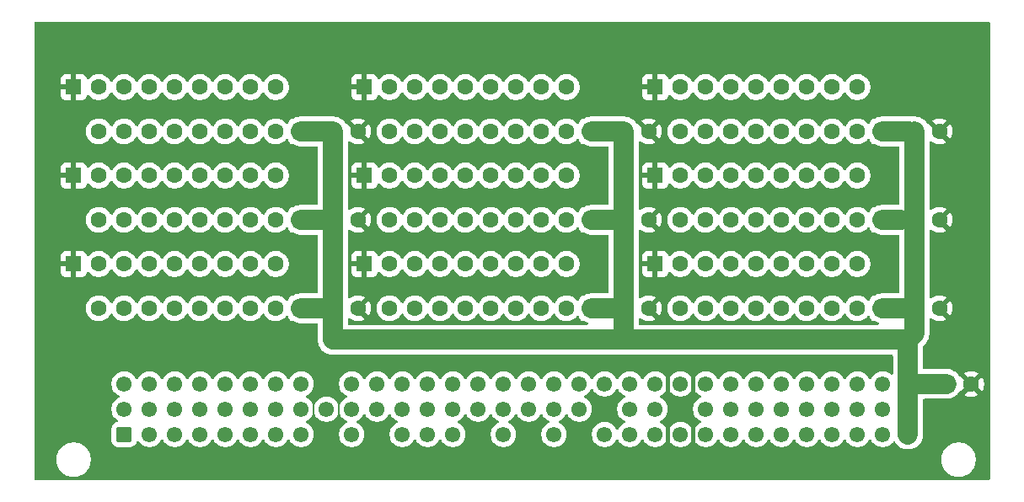
<source format=gbl>
G04 #@! TF.GenerationSoftware,KiCad,Pcbnew,9.0.6*
G04 #@! TF.CreationDate,2025-12-07T17:06:00+09:00*
G04 #@! TF.ProjectId,VME_J1_Terminator_type2,564d455f-4a31-45f5-9465-726d696e6174,0.0*
G04 #@! TF.SameCoordinates,PX63c5fe0PY55bb8f0*
G04 #@! TF.FileFunction,Copper,L2,Bot*
G04 #@! TF.FilePolarity,Positive*
%FSLAX46Y46*%
G04 Gerber Fmt 4.6, Leading zero omitted, Abs format (unit mm)*
G04 Created by KiCad (PCBNEW 9.0.6) date 2025-12-07 17:06:00*
%MOMM*%
%LPD*%
G01*
G04 APERTURE LIST*
G04 Aperture macros list*
%AMRoundRect*
0 Rectangle with rounded corners*
0 $1 Rounding radius*
0 $2 $3 $4 $5 $6 $7 $8 $9 X,Y pos of 4 corners*
0 Add a 4 corners polygon primitive as box body*
4,1,4,$2,$3,$4,$5,$6,$7,$8,$9,$2,$3,0*
0 Add four circle primitives for the rounded corners*
1,1,$1+$1,$2,$3*
1,1,$1+$1,$4,$5*
1,1,$1+$1,$6,$7*
1,1,$1+$1,$8,$9*
0 Add four rect primitives between the rounded corners*
20,1,$1+$1,$2,$3,$4,$5,0*
20,1,$1+$1,$4,$5,$6,$7,0*
20,1,$1+$1,$6,$7,$8,$9,0*
20,1,$1+$1,$8,$9,$2,$3,0*%
G04 Aperture macros list end*
G04 #@! TA.AperFunction,ComponentPad*
%ADD10R,1.600000X1.600000*%
G04 #@! TD*
G04 #@! TA.AperFunction,ComponentPad*
%ADD11C,1.600000*%
G04 #@! TD*
G04 #@! TA.AperFunction,ComponentPad*
%ADD12RoundRect,0.250000X-0.550000X-0.550000X0.550000X-0.550000X0.550000X0.550000X-0.550000X0.550000X0*%
G04 #@! TD*
G04 #@! TA.AperFunction,ComponentPad*
%ADD13RoundRect,0.249999X0.525001X0.525001X-0.525001X0.525001X-0.525001X-0.525001X0.525001X-0.525001X0*%
G04 #@! TD*
G04 #@! TA.AperFunction,ComponentPad*
%ADD14C,1.550000*%
G04 #@! TD*
G04 #@! TA.AperFunction,ViaPad*
%ADD15C,0.605000*%
G04 #@! TD*
G04 #@! TA.AperFunction,Conductor*
%ADD16C,0.200000*%
G04 #@! TD*
G04 #@! TA.AperFunction,Conductor*
%ADD17C,0.400000*%
G04 #@! TD*
G04 #@! TA.AperFunction,Conductor*
%ADD18C,2.000000*%
G04 #@! TD*
G04 APERTURE END LIST*
D10*
X56515000Y26670000D03*
D11*
X53975000Y26670000D03*
X51435000Y26670000D03*
X48895000Y26670000D03*
X46355000Y26670000D03*
X43815000Y26670000D03*
X41275000Y26670000D03*
X38735000Y26670000D03*
X36195000Y26670000D03*
X59710000Y17780000D03*
X62210000Y17780000D03*
D10*
X62865000Y22225000D03*
D11*
X65405000Y22225000D03*
X67945000Y22225000D03*
X70485000Y22225000D03*
X73025000Y22225000D03*
X75565000Y22225000D03*
X78105000Y22225000D03*
X80645000Y22225000D03*
X83185000Y22225000D03*
D10*
X62865000Y40005000D03*
D11*
X65405000Y40005000D03*
X67945000Y40005000D03*
X70485000Y40005000D03*
X73025000Y40005000D03*
X75565000Y40005000D03*
X78105000Y40005000D03*
X80645000Y40005000D03*
X83185000Y40005000D03*
D10*
X27305000Y35560000D03*
D11*
X24765000Y35560000D03*
X22225000Y35560000D03*
X19685000Y35560000D03*
X17145000Y35560000D03*
X14605000Y35560000D03*
X12065000Y35560000D03*
X9525000Y35560000D03*
X6985000Y35560000D03*
D10*
X4445000Y22225000D03*
D11*
X6985000Y22225000D03*
X9525000Y22225000D03*
X12065000Y22225000D03*
X14605000Y22225000D03*
X17145000Y22225000D03*
X19685000Y22225000D03*
X22225000Y22225000D03*
X24765000Y22225000D03*
X30500000Y35560000D03*
X33000000Y35560000D03*
X30500000Y17780000D03*
X33000000Y17780000D03*
D10*
X33655000Y40005000D03*
D11*
X36195000Y40005000D03*
X38735000Y40005000D03*
X41275000Y40005000D03*
X43815000Y40005000D03*
X46355000Y40005000D03*
X48895000Y40005000D03*
X51435000Y40005000D03*
X53975000Y40005000D03*
D10*
X33655000Y31115000D03*
D11*
X36195000Y31115000D03*
X38735000Y31115000D03*
X41275000Y31115000D03*
X43815000Y31115000D03*
X46355000Y31115000D03*
X48895000Y31115000D03*
X51435000Y31115000D03*
X53975000Y31115000D03*
X88920000Y35560000D03*
X91420000Y35560000D03*
D10*
X85725000Y35560000D03*
D11*
X83185000Y35560000D03*
X80645000Y35560000D03*
X78105000Y35560000D03*
X75565000Y35560000D03*
X73025000Y35560000D03*
X70485000Y35560000D03*
X67945000Y35560000D03*
X65405000Y35560000D03*
D10*
X4445000Y40005000D03*
D11*
X6985000Y40005000D03*
X9525000Y40005000D03*
X12065000Y40005000D03*
X14605000Y40005000D03*
X17145000Y40005000D03*
X19685000Y40005000D03*
X22225000Y40005000D03*
X24765000Y40005000D03*
D10*
X85725000Y26670000D03*
D11*
X83185000Y26670000D03*
X80645000Y26670000D03*
X78105000Y26670000D03*
X75565000Y26670000D03*
X73025000Y26670000D03*
X70485000Y26670000D03*
X67945000Y26670000D03*
X65405000Y26670000D03*
X88920000Y26670000D03*
X91420000Y26670000D03*
D10*
X56515000Y35560000D03*
D11*
X53975000Y35560000D03*
X51435000Y35560000D03*
X48895000Y35560000D03*
X46355000Y35560000D03*
X43815000Y35560000D03*
X41275000Y35560000D03*
X38735000Y35560000D03*
X36195000Y35560000D03*
D12*
X92115000Y10160000D03*
D11*
X94615000Y10160000D03*
X59710000Y35560000D03*
X62210000Y35560000D03*
D10*
X56515000Y17780000D03*
D11*
X53975000Y17780000D03*
X51435000Y17780000D03*
X48895000Y17780000D03*
X46355000Y17780000D03*
X43815000Y17780000D03*
X41275000Y17780000D03*
X38735000Y17780000D03*
X36195000Y17780000D03*
X59710000Y26670000D03*
X62210000Y26670000D03*
X30500000Y26670000D03*
X33000000Y26670000D03*
D10*
X62865000Y31115000D03*
D11*
X65405000Y31115000D03*
X67945000Y31115000D03*
X70485000Y31115000D03*
X73025000Y31115000D03*
X75565000Y31115000D03*
X78105000Y31115000D03*
X80645000Y31115000D03*
X83185000Y31115000D03*
D10*
X27305000Y26670000D03*
D11*
X24765000Y26670000D03*
X22225000Y26670000D03*
X19685000Y26670000D03*
X17145000Y26670000D03*
X14605000Y26670000D03*
X12065000Y26670000D03*
X9525000Y26670000D03*
X6985000Y26670000D03*
X88920000Y17780000D03*
X91420000Y17780000D03*
D10*
X4445000Y31115000D03*
D11*
X6985000Y31115000D03*
X9525000Y31115000D03*
X12065000Y31115000D03*
X14605000Y31115000D03*
X17145000Y31115000D03*
X19685000Y31115000D03*
X22225000Y31115000D03*
X24765000Y31115000D03*
D13*
X9525000Y5090000D03*
D14*
X12065000Y5090000D03*
X14605000Y5090000D03*
X17145000Y5090000D03*
X19685000Y5090000D03*
X22225000Y5090000D03*
X24765000Y5090000D03*
X27305000Y5090000D03*
X29845000Y5090000D03*
X32385000Y5090000D03*
X34925000Y5090000D03*
X37465000Y5090000D03*
X40005000Y5090000D03*
X42545000Y5090000D03*
X45085000Y5090000D03*
X47625000Y5090000D03*
X50165000Y5090000D03*
X52705000Y5090000D03*
X55245000Y5090000D03*
X57785000Y5090000D03*
X60325000Y5090000D03*
X62865000Y5090000D03*
X65405000Y5090000D03*
X67945000Y5090000D03*
X70485000Y5090000D03*
X73025000Y5090000D03*
X75565000Y5090000D03*
X78105000Y5090000D03*
X80645000Y5090000D03*
X83185000Y5090000D03*
X85725000Y5090000D03*
X88265000Y5090000D03*
X9525000Y7630000D03*
X12065000Y7630000D03*
X14605000Y7630000D03*
X17145000Y7630000D03*
X19685000Y7630000D03*
X22225000Y7630000D03*
X24765000Y7630000D03*
X27305000Y7630000D03*
X29845000Y7630000D03*
X32385000Y7630000D03*
X34925000Y7630000D03*
X37465000Y7630000D03*
X40005000Y7630000D03*
X42545000Y7630000D03*
X45085000Y7630000D03*
X47625000Y7630000D03*
X50165000Y7630000D03*
X52705000Y7630000D03*
X55245000Y7630000D03*
X57785000Y7630000D03*
X60325000Y7630000D03*
X62865000Y7630000D03*
X65405000Y7630000D03*
X67945000Y7630000D03*
X70485000Y7630000D03*
X73025000Y7630000D03*
X75565000Y7630000D03*
X78105000Y7630000D03*
X80645000Y7630000D03*
X83185000Y7630000D03*
X85725000Y7630000D03*
X88265000Y7630000D03*
X9525000Y10170000D03*
X12065000Y10170000D03*
X14605000Y10170000D03*
X17145000Y10170000D03*
X19685000Y10170000D03*
X22225000Y10170000D03*
X24765000Y10170000D03*
X27305000Y10170000D03*
X29845000Y10170000D03*
X32385000Y10170000D03*
X34925000Y10170000D03*
X37465000Y10170000D03*
X40005000Y10170000D03*
X42545000Y10170000D03*
X45085000Y10170000D03*
X47625000Y10170000D03*
X50165000Y10170000D03*
X52705000Y10170000D03*
X55245000Y10170000D03*
X57785000Y10170000D03*
X60325000Y10170000D03*
X62865000Y10170000D03*
X65405000Y10170000D03*
X67945000Y10170000D03*
X70485000Y10170000D03*
X73025000Y10170000D03*
X75565000Y10170000D03*
X78105000Y10170000D03*
X80645000Y10170000D03*
X83185000Y10170000D03*
X85725000Y10170000D03*
X88265000Y10170000D03*
D10*
X85725000Y17780000D03*
D11*
X83185000Y17780000D03*
X80645000Y17780000D03*
X78105000Y17780000D03*
X75565000Y17780000D03*
X73025000Y17780000D03*
X70485000Y17780000D03*
X67945000Y17780000D03*
X65405000Y17780000D03*
D10*
X33655000Y22225000D03*
D11*
X36195000Y22225000D03*
X38735000Y22225000D03*
X41275000Y22225000D03*
X43815000Y22225000D03*
X46355000Y22225000D03*
X48895000Y22225000D03*
X51435000Y22225000D03*
X53975000Y22225000D03*
D10*
X27305000Y17780000D03*
D11*
X24765000Y17780000D03*
X22225000Y17780000D03*
X19685000Y17780000D03*
X17145000Y17780000D03*
X14605000Y17780000D03*
X12065000Y17780000D03*
X9525000Y17780000D03*
X6985000Y17780000D03*
D15*
X88265000Y43180000D03*
X94615000Y43180000D03*
X94615000Y35560000D03*
X94615000Y26670000D03*
X94615000Y17780000D03*
X2540000Y10795000D03*
X2540000Y17780000D03*
X2540000Y26670000D03*
X2540000Y35560000D03*
X2540000Y43180000D03*
X9525000Y43180000D03*
X20320000Y43180000D03*
X29845000Y43180000D03*
X40640000Y43180000D03*
X52070000Y43180000D03*
X60325000Y43180000D03*
X69215000Y43180000D03*
X80645000Y43180000D03*
D16*
X28575000Y8890000D02*
X28585000Y8890000D01*
X28575000Y6350000D02*
X28575000Y8890000D01*
X31115000Y8890000D02*
X31115000Y6350000D01*
D17*
X64135000Y5715000D02*
X64135000Y3810000D01*
X64135000Y11430000D02*
X64135000Y9525000D01*
X66675000Y11430000D02*
X66675000Y9525000D01*
X66675000Y5715000D02*
X66675000Y3810000D01*
D18*
X56515000Y17780000D02*
X59710000Y17780000D01*
X88265000Y10170000D02*
X88265000Y14605000D01*
X88920000Y15260000D02*
X88265000Y14605000D01*
X27305000Y17780000D02*
X30500000Y17780000D01*
X59690000Y14605000D02*
X88265000Y14605000D01*
X27305000Y35560000D02*
X30500000Y35560000D01*
X88920000Y35560000D02*
X88920000Y15260000D01*
X30500000Y35560000D02*
X30500000Y26670000D01*
X30500000Y17780000D02*
X30500000Y14625000D01*
X59710000Y17780000D02*
X59710000Y14625000D01*
X30480000Y14605000D02*
X59690000Y14605000D01*
X88285000Y17780000D02*
X85725000Y17780000D01*
X85725000Y26670000D02*
X87552100Y26670000D01*
X59710000Y26670000D02*
X59710000Y17780000D01*
X88410000Y35560000D02*
X85725000Y35560000D01*
X56515000Y26670000D02*
X59710000Y26670000D01*
X30500000Y26670000D02*
X30500000Y17780000D01*
X88265000Y10170000D02*
X92105000Y10170000D01*
X56515000Y35560000D02*
X59710000Y35560000D01*
X27305000Y26670000D02*
X30500000Y26670000D01*
X59710000Y35560000D02*
X59710000Y26670000D01*
X88265000Y7630000D02*
X88265000Y10170000D01*
X88265000Y5090000D02*
X88265000Y7630000D01*
G04 #@! TA.AperFunction,Conductor*
G36*
X66692228Y9699677D02*
G01*
X66704807Y9700216D01*
X66724671Y9688621D01*
X66746445Y9681201D01*
X66755719Y9670499D01*
X66765149Y9664994D01*
X66785484Y9636148D01*
X66854095Y9501492D01*
X66972103Y9339068D01*
X67114068Y9197103D01*
X67276492Y9079095D01*
X67337243Y9048141D01*
X67411146Y9010485D01*
X67461942Y8962510D01*
X67478737Y8894689D01*
X67456199Y8828554D01*
X67411146Y8789515D01*
X67276491Y8720905D01*
X67239035Y8693691D01*
X67114068Y8602897D01*
X67114066Y8602895D01*
X67114065Y8602895D01*
X66972105Y8460935D01*
X66972105Y8460934D01*
X66972103Y8460932D01*
X66921423Y8391178D01*
X66854095Y8298509D01*
X66762949Y8119627D01*
X66700907Y7928681D01*
X66669500Y7730384D01*
X66669500Y7529617D01*
X66700907Y7331320D01*
X66762949Y7140374D01*
X66854095Y6961492D01*
X66972103Y6799068D01*
X67114068Y6657103D01*
X67276492Y6539095D01*
X67329981Y6511841D01*
X67411146Y6470485D01*
X67461942Y6422510D01*
X67478737Y6354689D01*
X67456199Y6288554D01*
X67411146Y6249515D01*
X67276491Y6180905D01*
X67239035Y6153691D01*
X67114068Y6062897D01*
X67114066Y6062895D01*
X67114065Y6062895D01*
X66972105Y5920935D01*
X66972105Y5920934D01*
X66972103Y5920932D01*
X66921423Y5851178D01*
X66854095Y5758509D01*
X66785485Y5623854D01*
X66737510Y5573058D01*
X66669689Y5556263D01*
X66603554Y5578801D01*
X66564515Y5623854D01*
X66508274Y5734232D01*
X66495905Y5758508D01*
X66377897Y5920932D01*
X66235932Y6062897D01*
X66073508Y6180905D01*
X65894626Y6272051D01*
X65703680Y6334093D01*
X65574835Y6354500D01*
X65505384Y6365500D01*
X65304616Y6365500D01*
X65236358Y6354689D01*
X65106319Y6334093D01*
X64915373Y6272051D01*
X64736491Y6180905D01*
X64699035Y6153691D01*
X64574068Y6062897D01*
X64574066Y6062895D01*
X64574065Y6062895D01*
X64432105Y5920935D01*
X64432105Y5920934D01*
X64432103Y5920932D01*
X64381423Y5851178D01*
X64314095Y5758509D01*
X64245485Y5623854D01*
X64197510Y5573058D01*
X64129689Y5556263D01*
X64063554Y5578801D01*
X64024515Y5623854D01*
X63968274Y5734232D01*
X63955905Y5758508D01*
X63837897Y5920932D01*
X63695932Y6062897D01*
X63533508Y6180905D01*
X63398852Y6249516D01*
X63348057Y6297490D01*
X63331262Y6365311D01*
X63353799Y6431445D01*
X63398853Y6470485D01*
X63533508Y6539095D01*
X63695932Y6657103D01*
X63837897Y6799068D01*
X63955905Y6961492D01*
X64047052Y7140378D01*
X64109093Y7331320D01*
X64140500Y7529616D01*
X64140500Y7730384D01*
X64109093Y7928680D01*
X64047052Y8119622D01*
X64047050Y8119625D01*
X64047050Y8119627D01*
X63955904Y8298509D01*
X63837897Y8460932D01*
X63695932Y8602897D01*
X63533508Y8720905D01*
X63398852Y8789516D01*
X63348057Y8837490D01*
X63331262Y8905311D01*
X63353799Y8971445D01*
X63398853Y9010485D01*
X63533508Y9079095D01*
X63695932Y9197103D01*
X63837897Y9339068D01*
X63955905Y9501492D01*
X64024515Y9636148D01*
X64072490Y9686943D01*
X64140311Y9703738D01*
X64206445Y9681201D01*
X64245484Y9636148D01*
X64314095Y9501492D01*
X64432103Y9339068D01*
X64574068Y9197103D01*
X64736492Y9079095D01*
X64797243Y9048141D01*
X64915373Y8987950D01*
X64915375Y8987950D01*
X64915378Y8987948D01*
X65106320Y8925907D01*
X65304616Y8894500D01*
X65304617Y8894500D01*
X65505383Y8894500D01*
X65505384Y8894500D01*
X65703680Y8925907D01*
X65894622Y8987948D01*
X66073508Y9079095D01*
X66235932Y9197103D01*
X66377897Y9339068D01*
X66495905Y9501492D01*
X66564515Y9636148D01*
X66573159Y9645301D01*
X66577895Y9656967D01*
X66596696Y9670222D01*
X66612490Y9686943D01*
X66624710Y9689970D01*
X66635002Y9697224D01*
X66657984Y9698210D01*
X66680311Y9703738D01*
X66692228Y9699677D01*
G37*
G04 #@! TD.AperFunction*
G04 #@! TA.AperFunction,Conductor*
G36*
X96443039Y46574515D02*
G01*
X96488794Y46521711D01*
X96500000Y46470200D01*
X96500000Y624000D01*
X96480315Y556961D01*
X96427511Y511206D01*
X96376000Y500000D01*
X624000Y500000D01*
X556961Y519685D01*
X511206Y572489D01*
X500000Y624000D01*
X500000Y2663089D01*
X2719500Y2663089D01*
X2719500Y2436912D01*
X2719501Y2436896D01*
X2749023Y2212653D01*
X2807567Y1994166D01*
X2894120Y1785206D01*
X2894127Y1785191D01*
X3007220Y1589308D01*
X3144915Y1409860D01*
X3144921Y1409853D01*
X3304852Y1249922D01*
X3304859Y1249916D01*
X3484307Y1112221D01*
X3680190Y999128D01*
X3680205Y999121D01*
X3770259Y961820D01*
X3889166Y912567D01*
X4107649Y854024D01*
X4331905Y824500D01*
X4331912Y824500D01*
X4558088Y824500D01*
X4558095Y824500D01*
X4782351Y854024D01*
X5000834Y912567D01*
X5209806Y999126D01*
X5405693Y1112221D01*
X5585142Y1249917D01*
X5745083Y1409858D01*
X5882779Y1589307D01*
X5995874Y1785194D01*
X6082433Y1994166D01*
X6140976Y2212649D01*
X6170500Y2436905D01*
X6170500Y2663089D01*
X91619500Y2663089D01*
X91619500Y2436912D01*
X91619501Y2436896D01*
X91649023Y2212653D01*
X91707567Y1994166D01*
X91794120Y1785206D01*
X91794127Y1785191D01*
X91907220Y1589308D01*
X92044915Y1409860D01*
X92044921Y1409853D01*
X92204852Y1249922D01*
X92204859Y1249916D01*
X92384307Y1112221D01*
X92580190Y999128D01*
X92580205Y999121D01*
X92670259Y961820D01*
X92789166Y912567D01*
X93007649Y854024D01*
X93231905Y824500D01*
X93231912Y824500D01*
X93458088Y824500D01*
X93458095Y824500D01*
X93682351Y854024D01*
X93900834Y912567D01*
X94109806Y999126D01*
X94305693Y1112221D01*
X94485142Y1249917D01*
X94645083Y1409858D01*
X94782779Y1589307D01*
X94895874Y1785194D01*
X94982433Y1994166D01*
X95040976Y2212649D01*
X95070500Y2436905D01*
X95070500Y2663095D01*
X95040976Y2887351D01*
X94982433Y3105834D01*
X94895874Y3314806D01*
X94782779Y3510693D01*
X94645083Y3690142D01*
X94645078Y3690148D01*
X94485147Y3850079D01*
X94485140Y3850085D01*
X94305692Y3987780D01*
X94109809Y4100873D01*
X94109794Y4100880D01*
X93900834Y4187433D01*
X93683519Y4245663D01*
X93682351Y4245976D01*
X93682350Y4245977D01*
X93682347Y4245977D01*
X93458104Y4275499D01*
X93458101Y4275500D01*
X93458095Y4275500D01*
X93231905Y4275500D01*
X93231899Y4275500D01*
X93231895Y4275499D01*
X93007652Y4245977D01*
X92789165Y4187433D01*
X92580205Y4100880D01*
X92580190Y4100873D01*
X92384307Y3987780D01*
X92204859Y3850085D01*
X92204852Y3850079D01*
X92044921Y3690148D01*
X92044915Y3690141D01*
X91907220Y3510693D01*
X91794127Y3314810D01*
X91794120Y3314795D01*
X91707567Y3105835D01*
X91649023Y2887348D01*
X91619501Y2663105D01*
X91619500Y2663089D01*
X6170500Y2663089D01*
X6170500Y2663095D01*
X6140976Y2887351D01*
X6082433Y3105834D01*
X5995874Y3314806D01*
X5882779Y3510693D01*
X5745083Y3690142D01*
X5745078Y3690148D01*
X5585147Y3850079D01*
X5585140Y3850085D01*
X5405692Y3987780D01*
X5209809Y4100873D01*
X5209794Y4100880D01*
X5000834Y4187433D01*
X4783519Y4245663D01*
X4782351Y4245976D01*
X4782350Y4245977D01*
X4782347Y4245977D01*
X4558104Y4275499D01*
X4558101Y4275500D01*
X4558095Y4275500D01*
X4331905Y4275500D01*
X4331899Y4275500D01*
X4331895Y4275499D01*
X4107652Y4245977D01*
X3889165Y4187433D01*
X3680205Y4100880D01*
X3680190Y4100873D01*
X3484307Y3987780D01*
X3304859Y3850085D01*
X3304852Y3850079D01*
X3144921Y3690148D01*
X3144915Y3690141D01*
X3007220Y3510693D01*
X2894127Y3314810D01*
X2894120Y3314795D01*
X2807567Y3105835D01*
X2749023Y2887348D01*
X2719501Y2663105D01*
X2719500Y2663089D01*
X500000Y2663089D01*
X500000Y23072845D01*
X3145000Y23072845D01*
X3145000Y22475000D01*
X4129314Y22475000D01*
X4124920Y22470606D01*
X4072259Y22379394D01*
X4045000Y22277661D01*
X4045000Y22172339D01*
X4072259Y22070606D01*
X4124920Y21979394D01*
X4129314Y21975000D01*
X3145000Y21975000D01*
X3145000Y21377156D01*
X3151401Y21317628D01*
X3151403Y21317621D01*
X3201645Y21182914D01*
X3201649Y21182907D01*
X3287809Y21067813D01*
X3287812Y21067810D01*
X3402906Y20981650D01*
X3402913Y20981646D01*
X3537620Y20931404D01*
X3537627Y20931402D01*
X3597155Y20925001D01*
X3597172Y20925000D01*
X4195000Y20925000D01*
X4195000Y21909314D01*
X4199394Y21904920D01*
X4290606Y21852259D01*
X4392339Y21825000D01*
X4497661Y21825000D01*
X4599394Y21852259D01*
X4690606Y21904920D01*
X4695000Y21909314D01*
X4695000Y20925000D01*
X5292828Y20925000D01*
X5292844Y20925001D01*
X5352372Y20931402D01*
X5352379Y20931404D01*
X5487086Y20981646D01*
X5487093Y20981650D01*
X5602187Y21067810D01*
X5602190Y21067813D01*
X5688350Y21182907D01*
X5688354Y21182914D01*
X5738596Y21317621D01*
X5742620Y21355044D01*
X5769358Y21419596D01*
X5826750Y21459444D01*
X5896575Y21461938D01*
X5956664Y21426286D01*
X5966228Y21414675D01*
X5993028Y21377788D01*
X5993032Y21377783D01*
X6137786Y21233029D01*
X6292749Y21120444D01*
X6303390Y21112713D01*
X6391517Y21067810D01*
X6485776Y21019782D01*
X6485778Y21019782D01*
X6485781Y21019780D01*
X6590137Y20985873D01*
X6680465Y20956523D01*
X6781557Y20940512D01*
X6882648Y20924500D01*
X6882649Y20924500D01*
X7087351Y20924500D01*
X7087352Y20924500D01*
X7289534Y20956523D01*
X7484219Y21019780D01*
X7666610Y21112713D01*
X7763234Y21182914D01*
X7832213Y21233029D01*
X7832215Y21233032D01*
X7832219Y21233034D01*
X7976966Y21377781D01*
X7976968Y21377785D01*
X7976971Y21377787D01*
X8097284Y21543386D01*
X8097285Y21543387D01*
X8097287Y21543390D01*
X8144516Y21636083D01*
X8192489Y21686877D01*
X8260310Y21703672D01*
X8326445Y21681135D01*
X8365485Y21636081D01*
X8412715Y21543386D01*
X8533028Y21377787D01*
X8677786Y21233029D01*
X8832749Y21120444D01*
X8843390Y21112713D01*
X8931517Y21067810D01*
X9025776Y21019782D01*
X9025778Y21019782D01*
X9025781Y21019780D01*
X9130137Y20985873D01*
X9220465Y20956523D01*
X9321557Y20940512D01*
X9422648Y20924500D01*
X9422649Y20924500D01*
X9627351Y20924500D01*
X9627352Y20924500D01*
X9829534Y20956523D01*
X10024219Y21019780D01*
X10206610Y21112713D01*
X10303234Y21182914D01*
X10372213Y21233029D01*
X10372215Y21233032D01*
X10372219Y21233034D01*
X10516966Y21377781D01*
X10516968Y21377785D01*
X10516971Y21377787D01*
X10637284Y21543386D01*
X10637285Y21543387D01*
X10637287Y21543390D01*
X10684516Y21636083D01*
X10732489Y21686877D01*
X10800310Y21703672D01*
X10866445Y21681135D01*
X10905485Y21636081D01*
X10952715Y21543386D01*
X11073028Y21377787D01*
X11217786Y21233029D01*
X11372749Y21120444D01*
X11383390Y21112713D01*
X11471517Y21067810D01*
X11565776Y21019782D01*
X11565778Y21019782D01*
X11565781Y21019780D01*
X11670137Y20985873D01*
X11760465Y20956523D01*
X11861557Y20940512D01*
X11962648Y20924500D01*
X11962649Y20924500D01*
X12167351Y20924500D01*
X12167352Y20924500D01*
X12369534Y20956523D01*
X12564219Y21019780D01*
X12746610Y21112713D01*
X12843234Y21182914D01*
X12912213Y21233029D01*
X12912215Y21233032D01*
X12912219Y21233034D01*
X13056966Y21377781D01*
X13056968Y21377785D01*
X13056971Y21377787D01*
X13177284Y21543386D01*
X13177285Y21543387D01*
X13177287Y21543390D01*
X13224516Y21636083D01*
X13272489Y21686877D01*
X13340310Y21703672D01*
X13406445Y21681135D01*
X13445485Y21636081D01*
X13492715Y21543386D01*
X13613028Y21377787D01*
X13757786Y21233029D01*
X13912749Y21120444D01*
X13923390Y21112713D01*
X14011517Y21067810D01*
X14105776Y21019782D01*
X14105778Y21019782D01*
X14105781Y21019780D01*
X14210137Y20985873D01*
X14300465Y20956523D01*
X14401557Y20940512D01*
X14502648Y20924500D01*
X14502649Y20924500D01*
X14707351Y20924500D01*
X14707352Y20924500D01*
X14909534Y20956523D01*
X15104219Y21019780D01*
X15286610Y21112713D01*
X15383234Y21182914D01*
X15452213Y21233029D01*
X15452215Y21233032D01*
X15452219Y21233034D01*
X15596966Y21377781D01*
X15596968Y21377785D01*
X15596971Y21377787D01*
X15717284Y21543386D01*
X15717285Y21543387D01*
X15717287Y21543390D01*
X15764516Y21636083D01*
X15812489Y21686877D01*
X15880310Y21703672D01*
X15946445Y21681135D01*
X15985485Y21636081D01*
X16032715Y21543386D01*
X16153028Y21377787D01*
X16297786Y21233029D01*
X16452749Y21120444D01*
X16463390Y21112713D01*
X16551517Y21067810D01*
X16645776Y21019782D01*
X16645778Y21019782D01*
X16645781Y21019780D01*
X16750137Y20985873D01*
X16840465Y20956523D01*
X16941557Y20940512D01*
X17042648Y20924500D01*
X17042649Y20924500D01*
X17247351Y20924500D01*
X17247352Y20924500D01*
X17449534Y20956523D01*
X17644219Y21019780D01*
X17826610Y21112713D01*
X17923234Y21182914D01*
X17992213Y21233029D01*
X17992215Y21233032D01*
X17992219Y21233034D01*
X18136966Y21377781D01*
X18136968Y21377785D01*
X18136971Y21377787D01*
X18257284Y21543386D01*
X18257285Y21543387D01*
X18257287Y21543390D01*
X18304516Y21636083D01*
X18352489Y21686877D01*
X18420310Y21703672D01*
X18486445Y21681135D01*
X18525485Y21636081D01*
X18572715Y21543386D01*
X18693028Y21377787D01*
X18837786Y21233029D01*
X18992749Y21120444D01*
X19003390Y21112713D01*
X19091517Y21067810D01*
X19185776Y21019782D01*
X19185778Y21019782D01*
X19185781Y21019780D01*
X19290137Y20985873D01*
X19380465Y20956523D01*
X19481557Y20940512D01*
X19582648Y20924500D01*
X19582649Y20924500D01*
X19787351Y20924500D01*
X19787352Y20924500D01*
X19989534Y20956523D01*
X20184219Y21019780D01*
X20366610Y21112713D01*
X20463234Y21182914D01*
X20532213Y21233029D01*
X20532215Y21233032D01*
X20532219Y21233034D01*
X20676966Y21377781D01*
X20676968Y21377785D01*
X20676971Y21377787D01*
X20797284Y21543386D01*
X20797285Y21543387D01*
X20797287Y21543390D01*
X20844516Y21636083D01*
X20892489Y21686877D01*
X20960310Y21703672D01*
X21026445Y21681135D01*
X21065485Y21636081D01*
X21112715Y21543386D01*
X21233028Y21377787D01*
X21377786Y21233029D01*
X21532749Y21120444D01*
X21543390Y21112713D01*
X21631517Y21067810D01*
X21725776Y21019782D01*
X21725778Y21019782D01*
X21725781Y21019780D01*
X21830137Y20985873D01*
X21920465Y20956523D01*
X22021557Y20940512D01*
X22122648Y20924500D01*
X22122649Y20924500D01*
X22327351Y20924500D01*
X22327352Y20924500D01*
X22529534Y20956523D01*
X22724219Y21019780D01*
X22906610Y21112713D01*
X23003234Y21182914D01*
X23072213Y21233029D01*
X23072215Y21233032D01*
X23072219Y21233034D01*
X23216966Y21377781D01*
X23216968Y21377785D01*
X23216971Y21377787D01*
X23337284Y21543386D01*
X23337285Y21543387D01*
X23337287Y21543390D01*
X23384516Y21636083D01*
X23432489Y21686877D01*
X23500310Y21703672D01*
X23566445Y21681135D01*
X23605485Y21636081D01*
X23652715Y21543386D01*
X23773028Y21377787D01*
X23917786Y21233029D01*
X24072749Y21120444D01*
X24083390Y21112713D01*
X24171517Y21067810D01*
X24265776Y21019782D01*
X24265778Y21019782D01*
X24265781Y21019780D01*
X24370137Y20985873D01*
X24460465Y20956523D01*
X24561557Y20940512D01*
X24662648Y20924500D01*
X24662649Y20924500D01*
X24867351Y20924500D01*
X24867352Y20924500D01*
X25069534Y20956523D01*
X25264219Y21019780D01*
X25446610Y21112713D01*
X25543234Y21182914D01*
X25612213Y21233029D01*
X25612215Y21233032D01*
X25612219Y21233034D01*
X25756966Y21377781D01*
X25756968Y21377785D01*
X25756971Y21377787D01*
X25818109Y21461938D01*
X25877287Y21543390D01*
X25970220Y21725781D01*
X26033477Y21920466D01*
X26065500Y22122648D01*
X26065500Y22327352D01*
X26057257Y22379394D01*
X26033477Y22529535D01*
X25970218Y22724224D01*
X25924515Y22813920D01*
X25877287Y22906610D01*
X25869556Y22917251D01*
X25756971Y23072214D01*
X25612213Y23216972D01*
X25446613Y23337285D01*
X25446612Y23337286D01*
X25446610Y23337287D01*
X25358487Y23382188D01*
X25264223Y23430219D01*
X25069534Y23493478D01*
X24894995Y23521122D01*
X24867352Y23525500D01*
X24662648Y23525500D01*
X24638329Y23521649D01*
X24460465Y23493478D01*
X24265776Y23430219D01*
X24083386Y23337285D01*
X23917786Y23216972D01*
X23773028Y23072214D01*
X23652715Y22906614D01*
X23605485Y22813920D01*
X23557510Y22763124D01*
X23489689Y22746329D01*
X23423554Y22768866D01*
X23384515Y22813920D01*
X23383883Y22815160D01*
X23337287Y22906610D01*
X23329556Y22917251D01*
X23216971Y23072214D01*
X23072213Y23216972D01*
X22906613Y23337285D01*
X22906612Y23337286D01*
X22906610Y23337287D01*
X22818487Y23382188D01*
X22724223Y23430219D01*
X22529534Y23493478D01*
X22354995Y23521122D01*
X22327352Y23525500D01*
X22122648Y23525500D01*
X22098329Y23521649D01*
X21920465Y23493478D01*
X21725776Y23430219D01*
X21543386Y23337285D01*
X21377786Y23216972D01*
X21233028Y23072214D01*
X21112715Y22906614D01*
X21065485Y22813920D01*
X21017510Y22763124D01*
X20949689Y22746329D01*
X20883554Y22768866D01*
X20844515Y22813920D01*
X20843883Y22815160D01*
X20797287Y22906610D01*
X20789556Y22917251D01*
X20676971Y23072214D01*
X20532213Y23216972D01*
X20366613Y23337285D01*
X20366612Y23337286D01*
X20366610Y23337287D01*
X20278487Y23382188D01*
X20184223Y23430219D01*
X19989534Y23493478D01*
X19814995Y23521122D01*
X19787352Y23525500D01*
X19582648Y23525500D01*
X19558329Y23521649D01*
X19380465Y23493478D01*
X19185776Y23430219D01*
X19003386Y23337285D01*
X18837786Y23216972D01*
X18693028Y23072214D01*
X18572715Y22906614D01*
X18525485Y22813920D01*
X18477510Y22763124D01*
X18409689Y22746329D01*
X18343554Y22768866D01*
X18304515Y22813920D01*
X18303883Y22815160D01*
X18257287Y22906610D01*
X18249556Y22917251D01*
X18136971Y23072214D01*
X17992213Y23216972D01*
X17826613Y23337285D01*
X17826612Y23337286D01*
X17826610Y23337287D01*
X17738487Y23382188D01*
X17644223Y23430219D01*
X17449534Y23493478D01*
X17274995Y23521122D01*
X17247352Y23525500D01*
X17042648Y23525500D01*
X17018329Y23521649D01*
X16840465Y23493478D01*
X16645776Y23430219D01*
X16463386Y23337285D01*
X16297786Y23216972D01*
X16153028Y23072214D01*
X16032715Y22906614D01*
X15985485Y22813920D01*
X15937510Y22763124D01*
X15869689Y22746329D01*
X15803554Y22768866D01*
X15764515Y22813920D01*
X15763883Y22815160D01*
X15717287Y22906610D01*
X15709556Y22917251D01*
X15596971Y23072214D01*
X15452213Y23216972D01*
X15286613Y23337285D01*
X15286612Y23337286D01*
X15286610Y23337287D01*
X15198487Y23382188D01*
X15104223Y23430219D01*
X14909534Y23493478D01*
X14734995Y23521122D01*
X14707352Y23525500D01*
X14502648Y23525500D01*
X14478329Y23521649D01*
X14300465Y23493478D01*
X14105776Y23430219D01*
X13923386Y23337285D01*
X13757786Y23216972D01*
X13613028Y23072214D01*
X13492715Y22906614D01*
X13445485Y22813920D01*
X13397510Y22763124D01*
X13329689Y22746329D01*
X13263554Y22768866D01*
X13224515Y22813920D01*
X13223883Y22815160D01*
X13177287Y22906610D01*
X13169556Y22917251D01*
X13056971Y23072214D01*
X12912213Y23216972D01*
X12746613Y23337285D01*
X12746612Y23337286D01*
X12746610Y23337287D01*
X12658487Y23382188D01*
X12564223Y23430219D01*
X12369534Y23493478D01*
X12194995Y23521122D01*
X12167352Y23525500D01*
X11962648Y23525500D01*
X11938329Y23521649D01*
X11760465Y23493478D01*
X11565776Y23430219D01*
X11383386Y23337285D01*
X11217786Y23216972D01*
X11073028Y23072214D01*
X10952715Y22906614D01*
X10905485Y22813920D01*
X10857510Y22763124D01*
X10789689Y22746329D01*
X10723554Y22768866D01*
X10684515Y22813920D01*
X10683883Y22815160D01*
X10637287Y22906610D01*
X10629556Y22917251D01*
X10516971Y23072214D01*
X10372213Y23216972D01*
X10206613Y23337285D01*
X10206612Y23337286D01*
X10206610Y23337287D01*
X10118487Y23382188D01*
X10024223Y23430219D01*
X9829534Y23493478D01*
X9654995Y23521122D01*
X9627352Y23525500D01*
X9422648Y23525500D01*
X9398329Y23521649D01*
X9220465Y23493478D01*
X9025776Y23430219D01*
X8843386Y23337285D01*
X8677786Y23216972D01*
X8533028Y23072214D01*
X8412715Y22906614D01*
X8365485Y22813920D01*
X8317510Y22763124D01*
X8249689Y22746329D01*
X8183554Y22768866D01*
X8144515Y22813920D01*
X8143883Y22815160D01*
X8097287Y22906610D01*
X8089556Y22917251D01*
X7976971Y23072214D01*
X7832213Y23216972D01*
X7666613Y23337285D01*
X7666612Y23337286D01*
X7666610Y23337287D01*
X7578487Y23382188D01*
X7484223Y23430219D01*
X7289534Y23493478D01*
X7114995Y23521122D01*
X7087352Y23525500D01*
X6882648Y23525500D01*
X6858329Y23521649D01*
X6680465Y23493478D01*
X6485776Y23430219D01*
X6303386Y23337285D01*
X6137786Y23216972D01*
X5993032Y23072218D01*
X5993026Y23072211D01*
X5966227Y23035325D01*
X5910897Y22992659D01*
X5841284Y22986681D01*
X5779489Y23019288D01*
X5745132Y23080127D01*
X5742620Y23094957D01*
X5738596Y23132380D01*
X5688354Y23267087D01*
X5688350Y23267094D01*
X5602190Y23382188D01*
X5602187Y23382191D01*
X5487093Y23468351D01*
X5487086Y23468355D01*
X5352379Y23518597D01*
X5352372Y23518599D01*
X5292844Y23525000D01*
X4695000Y23525000D01*
X4695000Y22540686D01*
X4690606Y22545080D01*
X4599394Y22597741D01*
X4497661Y22625000D01*
X4392339Y22625000D01*
X4290606Y22597741D01*
X4199394Y22545080D01*
X4195000Y22540686D01*
X4195000Y23525000D01*
X3597155Y23525000D01*
X3537627Y23518599D01*
X3537620Y23518597D01*
X3402913Y23468355D01*
X3402906Y23468351D01*
X3287812Y23382191D01*
X3287809Y23382188D01*
X3201649Y23267094D01*
X3201645Y23267087D01*
X3151403Y23132380D01*
X3151401Y23132373D01*
X3145000Y23072845D01*
X500000Y23072845D01*
X500000Y31962845D01*
X3145000Y31962845D01*
X3145000Y31365000D01*
X4129314Y31365000D01*
X4124920Y31360606D01*
X4072259Y31269394D01*
X4045000Y31167661D01*
X4045000Y31062339D01*
X4072259Y30960606D01*
X4124920Y30869394D01*
X4129314Y30865000D01*
X3145000Y30865000D01*
X3145000Y30267156D01*
X3151401Y30207628D01*
X3151403Y30207621D01*
X3201645Y30072914D01*
X3201649Y30072907D01*
X3287809Y29957813D01*
X3287812Y29957810D01*
X3402906Y29871650D01*
X3402913Y29871646D01*
X3537620Y29821404D01*
X3537627Y29821402D01*
X3597155Y29815001D01*
X3597172Y29815000D01*
X4195000Y29815000D01*
X4195000Y30799314D01*
X4199394Y30794920D01*
X4290606Y30742259D01*
X4392339Y30715000D01*
X4497661Y30715000D01*
X4599394Y30742259D01*
X4690606Y30794920D01*
X4695000Y30799314D01*
X4695000Y29815000D01*
X5292828Y29815000D01*
X5292844Y29815001D01*
X5352372Y29821402D01*
X5352379Y29821404D01*
X5487086Y29871646D01*
X5487093Y29871650D01*
X5602187Y29957810D01*
X5602190Y29957813D01*
X5688350Y30072907D01*
X5688354Y30072914D01*
X5738596Y30207621D01*
X5742620Y30245044D01*
X5769358Y30309596D01*
X5826750Y30349444D01*
X5896575Y30351938D01*
X5956664Y30316286D01*
X5966228Y30304675D01*
X5993028Y30267788D01*
X5993032Y30267783D01*
X6137786Y30123029D01*
X6292749Y30010444D01*
X6303390Y30002713D01*
X6391517Y29957810D01*
X6485776Y29909782D01*
X6485778Y29909782D01*
X6485781Y29909780D01*
X6590137Y29875873D01*
X6680465Y29846523D01*
X6781557Y29830512D01*
X6882648Y29814500D01*
X6882649Y29814500D01*
X7087351Y29814500D01*
X7087352Y29814500D01*
X7289534Y29846523D01*
X7484219Y29909780D01*
X7666610Y30002713D01*
X7763234Y30072914D01*
X7832213Y30123029D01*
X7832215Y30123032D01*
X7832219Y30123034D01*
X7976966Y30267781D01*
X7976968Y30267785D01*
X7976971Y30267787D01*
X8097284Y30433386D01*
X8097285Y30433387D01*
X8097287Y30433390D01*
X8144516Y30526083D01*
X8192489Y30576877D01*
X8260310Y30593672D01*
X8326445Y30571135D01*
X8365485Y30526081D01*
X8412715Y30433386D01*
X8533028Y30267787D01*
X8677786Y30123029D01*
X8832749Y30010444D01*
X8843390Y30002713D01*
X8931517Y29957810D01*
X9025776Y29909782D01*
X9025778Y29909782D01*
X9025781Y29909780D01*
X9130137Y29875873D01*
X9220465Y29846523D01*
X9321557Y29830512D01*
X9422648Y29814500D01*
X9422649Y29814500D01*
X9627351Y29814500D01*
X9627352Y29814500D01*
X9829534Y29846523D01*
X10024219Y29909780D01*
X10206610Y30002713D01*
X10303234Y30072914D01*
X10372213Y30123029D01*
X10372215Y30123032D01*
X10372219Y30123034D01*
X10516966Y30267781D01*
X10516968Y30267785D01*
X10516971Y30267787D01*
X10637284Y30433386D01*
X10637285Y30433387D01*
X10637287Y30433390D01*
X10684516Y30526083D01*
X10732489Y30576877D01*
X10800310Y30593672D01*
X10866445Y30571135D01*
X10905485Y30526081D01*
X10952715Y30433386D01*
X11073028Y30267787D01*
X11217786Y30123029D01*
X11372749Y30010444D01*
X11383390Y30002713D01*
X11471517Y29957810D01*
X11565776Y29909782D01*
X11565778Y29909782D01*
X11565781Y29909780D01*
X11670137Y29875873D01*
X11760465Y29846523D01*
X11861557Y29830512D01*
X11962648Y29814500D01*
X11962649Y29814500D01*
X12167351Y29814500D01*
X12167352Y29814500D01*
X12369534Y29846523D01*
X12564219Y29909780D01*
X12746610Y30002713D01*
X12843234Y30072914D01*
X12912213Y30123029D01*
X12912215Y30123032D01*
X12912219Y30123034D01*
X13056966Y30267781D01*
X13056968Y30267785D01*
X13056971Y30267787D01*
X13177284Y30433386D01*
X13177285Y30433387D01*
X13177287Y30433390D01*
X13224516Y30526083D01*
X13272489Y30576877D01*
X13340310Y30593672D01*
X13406445Y30571135D01*
X13445485Y30526081D01*
X13492715Y30433386D01*
X13613028Y30267787D01*
X13757786Y30123029D01*
X13912749Y30010444D01*
X13923390Y30002713D01*
X14011517Y29957810D01*
X14105776Y29909782D01*
X14105778Y29909782D01*
X14105781Y29909780D01*
X14210137Y29875873D01*
X14300465Y29846523D01*
X14401557Y29830512D01*
X14502648Y29814500D01*
X14502649Y29814500D01*
X14707351Y29814500D01*
X14707352Y29814500D01*
X14909534Y29846523D01*
X15104219Y29909780D01*
X15286610Y30002713D01*
X15383234Y30072914D01*
X15452213Y30123029D01*
X15452215Y30123032D01*
X15452219Y30123034D01*
X15596966Y30267781D01*
X15596968Y30267785D01*
X15596971Y30267787D01*
X15717284Y30433386D01*
X15717285Y30433387D01*
X15717287Y30433390D01*
X15764516Y30526083D01*
X15812489Y30576877D01*
X15880310Y30593672D01*
X15946445Y30571135D01*
X15985485Y30526081D01*
X16032715Y30433386D01*
X16153028Y30267787D01*
X16297786Y30123029D01*
X16452749Y30010444D01*
X16463390Y30002713D01*
X16551517Y29957810D01*
X16645776Y29909782D01*
X16645778Y29909782D01*
X16645781Y29909780D01*
X16750137Y29875873D01*
X16840465Y29846523D01*
X16941557Y29830512D01*
X17042648Y29814500D01*
X17042649Y29814500D01*
X17247351Y29814500D01*
X17247352Y29814500D01*
X17449534Y29846523D01*
X17644219Y29909780D01*
X17826610Y30002713D01*
X17923234Y30072914D01*
X17992213Y30123029D01*
X17992215Y30123032D01*
X17992219Y30123034D01*
X18136966Y30267781D01*
X18136968Y30267785D01*
X18136971Y30267787D01*
X18257284Y30433386D01*
X18257285Y30433387D01*
X18257287Y30433390D01*
X18304516Y30526083D01*
X18352489Y30576877D01*
X18420310Y30593672D01*
X18486445Y30571135D01*
X18525485Y30526081D01*
X18572715Y30433386D01*
X18693028Y30267787D01*
X18837786Y30123029D01*
X18992749Y30010444D01*
X19003390Y30002713D01*
X19091517Y29957810D01*
X19185776Y29909782D01*
X19185778Y29909782D01*
X19185781Y29909780D01*
X19290137Y29875873D01*
X19380465Y29846523D01*
X19481557Y29830512D01*
X19582648Y29814500D01*
X19582649Y29814500D01*
X19787351Y29814500D01*
X19787352Y29814500D01*
X19989534Y29846523D01*
X20184219Y29909780D01*
X20366610Y30002713D01*
X20463234Y30072914D01*
X20532213Y30123029D01*
X20532215Y30123032D01*
X20532219Y30123034D01*
X20676966Y30267781D01*
X20676968Y30267785D01*
X20676971Y30267787D01*
X20797284Y30433386D01*
X20797285Y30433387D01*
X20797287Y30433390D01*
X20844516Y30526083D01*
X20892489Y30576877D01*
X20960310Y30593672D01*
X21026445Y30571135D01*
X21065485Y30526081D01*
X21112715Y30433386D01*
X21233028Y30267787D01*
X21377786Y30123029D01*
X21532749Y30010444D01*
X21543390Y30002713D01*
X21631517Y29957810D01*
X21725776Y29909782D01*
X21725778Y29909782D01*
X21725781Y29909780D01*
X21830137Y29875873D01*
X21920465Y29846523D01*
X22021557Y29830512D01*
X22122648Y29814500D01*
X22122649Y29814500D01*
X22327351Y29814500D01*
X22327352Y29814500D01*
X22529534Y29846523D01*
X22724219Y29909780D01*
X22906610Y30002713D01*
X23003234Y30072914D01*
X23072213Y30123029D01*
X23072215Y30123032D01*
X23072219Y30123034D01*
X23216966Y30267781D01*
X23216968Y30267785D01*
X23216971Y30267787D01*
X23337284Y30433386D01*
X23337285Y30433387D01*
X23337287Y30433390D01*
X23384516Y30526083D01*
X23432489Y30576877D01*
X23500310Y30593672D01*
X23566445Y30571135D01*
X23605485Y30526081D01*
X23652715Y30433386D01*
X23773028Y30267787D01*
X23917786Y30123029D01*
X24072749Y30010444D01*
X24083390Y30002713D01*
X24171517Y29957810D01*
X24265776Y29909782D01*
X24265778Y29909782D01*
X24265781Y29909780D01*
X24370137Y29875873D01*
X24460465Y29846523D01*
X24561557Y29830512D01*
X24662648Y29814500D01*
X24662649Y29814500D01*
X24867351Y29814500D01*
X24867352Y29814500D01*
X25069534Y29846523D01*
X25264219Y29909780D01*
X25446610Y30002713D01*
X25543234Y30072914D01*
X25612213Y30123029D01*
X25612215Y30123032D01*
X25612219Y30123034D01*
X25756966Y30267781D01*
X25756968Y30267785D01*
X25756971Y30267787D01*
X25818109Y30351938D01*
X25877287Y30433390D01*
X25970220Y30615781D01*
X26033477Y30810466D01*
X26065500Y31012648D01*
X26065500Y31217352D01*
X26057257Y31269394D01*
X26033477Y31419535D01*
X25970218Y31614224D01*
X25924515Y31703920D01*
X25877287Y31796610D01*
X25869556Y31807251D01*
X25756971Y31962214D01*
X25612213Y32106972D01*
X25446613Y32227285D01*
X25446612Y32227286D01*
X25446610Y32227287D01*
X25358487Y32272188D01*
X25264223Y32320219D01*
X25069534Y32383478D01*
X24894995Y32411122D01*
X24867352Y32415500D01*
X24662648Y32415500D01*
X24638329Y32411649D01*
X24460465Y32383478D01*
X24265776Y32320219D01*
X24083386Y32227285D01*
X23917786Y32106972D01*
X23773028Y31962214D01*
X23652715Y31796614D01*
X23605485Y31703920D01*
X23557510Y31653124D01*
X23489689Y31636329D01*
X23423554Y31658866D01*
X23384515Y31703920D01*
X23383883Y31705160D01*
X23337287Y31796610D01*
X23329556Y31807251D01*
X23216971Y31962214D01*
X23072213Y32106972D01*
X22906613Y32227285D01*
X22906612Y32227286D01*
X22906610Y32227287D01*
X22818487Y32272188D01*
X22724223Y32320219D01*
X22529534Y32383478D01*
X22354995Y32411122D01*
X22327352Y32415500D01*
X22122648Y32415500D01*
X22098329Y32411649D01*
X21920465Y32383478D01*
X21725776Y32320219D01*
X21543386Y32227285D01*
X21377786Y32106972D01*
X21233028Y31962214D01*
X21112715Y31796614D01*
X21065485Y31703920D01*
X21017510Y31653124D01*
X20949689Y31636329D01*
X20883554Y31658866D01*
X20844515Y31703920D01*
X20843883Y31705160D01*
X20797287Y31796610D01*
X20789556Y31807251D01*
X20676971Y31962214D01*
X20532213Y32106972D01*
X20366613Y32227285D01*
X20366612Y32227286D01*
X20366610Y32227287D01*
X20278487Y32272188D01*
X20184223Y32320219D01*
X19989534Y32383478D01*
X19814995Y32411122D01*
X19787352Y32415500D01*
X19582648Y32415500D01*
X19558329Y32411649D01*
X19380465Y32383478D01*
X19185776Y32320219D01*
X19003386Y32227285D01*
X18837786Y32106972D01*
X18693028Y31962214D01*
X18572715Y31796614D01*
X18525485Y31703920D01*
X18477510Y31653124D01*
X18409689Y31636329D01*
X18343554Y31658866D01*
X18304515Y31703920D01*
X18303883Y31705160D01*
X18257287Y31796610D01*
X18249556Y31807251D01*
X18136971Y31962214D01*
X17992213Y32106972D01*
X17826613Y32227285D01*
X17826612Y32227286D01*
X17826610Y32227287D01*
X17738487Y32272188D01*
X17644223Y32320219D01*
X17449534Y32383478D01*
X17274995Y32411122D01*
X17247352Y32415500D01*
X17042648Y32415500D01*
X17018329Y32411649D01*
X16840465Y32383478D01*
X16645776Y32320219D01*
X16463386Y32227285D01*
X16297786Y32106972D01*
X16153028Y31962214D01*
X16032715Y31796614D01*
X15985485Y31703920D01*
X15937510Y31653124D01*
X15869689Y31636329D01*
X15803554Y31658866D01*
X15764515Y31703920D01*
X15763883Y31705160D01*
X15717287Y31796610D01*
X15709556Y31807251D01*
X15596971Y31962214D01*
X15452213Y32106972D01*
X15286613Y32227285D01*
X15286612Y32227286D01*
X15286610Y32227287D01*
X15198487Y32272188D01*
X15104223Y32320219D01*
X14909534Y32383478D01*
X14734995Y32411122D01*
X14707352Y32415500D01*
X14502648Y32415500D01*
X14478329Y32411649D01*
X14300465Y32383478D01*
X14105776Y32320219D01*
X13923386Y32227285D01*
X13757786Y32106972D01*
X13613028Y31962214D01*
X13492715Y31796614D01*
X13445485Y31703920D01*
X13397510Y31653124D01*
X13329689Y31636329D01*
X13263554Y31658866D01*
X13224515Y31703920D01*
X13223883Y31705160D01*
X13177287Y31796610D01*
X13169556Y31807251D01*
X13056971Y31962214D01*
X12912213Y32106972D01*
X12746613Y32227285D01*
X12746612Y32227286D01*
X12746610Y32227287D01*
X12658487Y32272188D01*
X12564223Y32320219D01*
X12369534Y32383478D01*
X12194995Y32411122D01*
X12167352Y32415500D01*
X11962648Y32415500D01*
X11938329Y32411649D01*
X11760465Y32383478D01*
X11565776Y32320219D01*
X11383386Y32227285D01*
X11217786Y32106972D01*
X11073028Y31962214D01*
X10952715Y31796614D01*
X10905485Y31703920D01*
X10857510Y31653124D01*
X10789689Y31636329D01*
X10723554Y31658866D01*
X10684515Y31703920D01*
X10683883Y31705160D01*
X10637287Y31796610D01*
X10629556Y31807251D01*
X10516971Y31962214D01*
X10372213Y32106972D01*
X10206613Y32227285D01*
X10206612Y32227286D01*
X10206610Y32227287D01*
X10118487Y32272188D01*
X10024223Y32320219D01*
X9829534Y32383478D01*
X9654995Y32411122D01*
X9627352Y32415500D01*
X9422648Y32415500D01*
X9398329Y32411649D01*
X9220465Y32383478D01*
X9025776Y32320219D01*
X8843386Y32227285D01*
X8677786Y32106972D01*
X8533028Y31962214D01*
X8412715Y31796614D01*
X8365485Y31703920D01*
X8317510Y31653124D01*
X8249689Y31636329D01*
X8183554Y31658866D01*
X8144515Y31703920D01*
X8143883Y31705160D01*
X8097287Y31796610D01*
X8089556Y31807251D01*
X7976971Y31962214D01*
X7832213Y32106972D01*
X7666613Y32227285D01*
X7666612Y32227286D01*
X7666610Y32227287D01*
X7578487Y32272188D01*
X7484223Y32320219D01*
X7289534Y32383478D01*
X7114995Y32411122D01*
X7087352Y32415500D01*
X6882648Y32415500D01*
X6858329Y32411649D01*
X6680465Y32383478D01*
X6485776Y32320219D01*
X6303386Y32227285D01*
X6137786Y32106972D01*
X5993032Y31962218D01*
X5993026Y31962211D01*
X5966227Y31925325D01*
X5910897Y31882659D01*
X5841284Y31876681D01*
X5779489Y31909288D01*
X5745132Y31970127D01*
X5742620Y31984957D01*
X5738596Y32022380D01*
X5688354Y32157087D01*
X5688350Y32157094D01*
X5602190Y32272188D01*
X5602187Y32272191D01*
X5487093Y32358351D01*
X5487086Y32358355D01*
X5352379Y32408597D01*
X5352372Y32408599D01*
X5292844Y32415000D01*
X4695000Y32415000D01*
X4695000Y31430686D01*
X4690606Y31435080D01*
X4599394Y31487741D01*
X4497661Y31515000D01*
X4392339Y31515000D01*
X4290606Y31487741D01*
X4199394Y31435080D01*
X4195000Y31430686D01*
X4195000Y32415000D01*
X3597155Y32415000D01*
X3537627Y32408599D01*
X3537620Y32408597D01*
X3402913Y32358355D01*
X3402906Y32358351D01*
X3287812Y32272191D01*
X3287809Y32272188D01*
X3201649Y32157094D01*
X3201645Y32157087D01*
X3151403Y32022380D01*
X3151401Y32022373D01*
X3145000Y31962845D01*
X500000Y31962845D01*
X500000Y35662352D01*
X5684500Y35662352D01*
X5684500Y35457649D01*
X5716522Y35255466D01*
X5779781Y35060777D01*
X5872715Y34878387D01*
X5993028Y34712787D01*
X6137786Y34568029D01*
X6258226Y34480526D01*
X6303390Y34447713D01*
X6392212Y34402456D01*
X6485776Y34354782D01*
X6485778Y34354782D01*
X6485781Y34354780D01*
X6590137Y34320873D01*
X6680465Y34291523D01*
X6781557Y34275512D01*
X6882648Y34259500D01*
X6882649Y34259500D01*
X7087351Y34259500D01*
X7087352Y34259500D01*
X7289534Y34291523D01*
X7484219Y34354780D01*
X7666610Y34447713D01*
X7819324Y34558665D01*
X7832213Y34568029D01*
X7832215Y34568032D01*
X7832219Y34568034D01*
X7976966Y34712781D01*
X7976968Y34712785D01*
X7976971Y34712787D01*
X8097284Y34878386D01*
X8097285Y34878387D01*
X8097287Y34878390D01*
X8144516Y34971083D01*
X8192489Y35021877D01*
X8260310Y35038672D01*
X8326445Y35016135D01*
X8365485Y34971081D01*
X8412715Y34878386D01*
X8533028Y34712787D01*
X8677786Y34568029D01*
X8798226Y34480526D01*
X8843390Y34447713D01*
X8932212Y34402456D01*
X9025776Y34354782D01*
X9025778Y34354782D01*
X9025781Y34354780D01*
X9130137Y34320873D01*
X9220465Y34291523D01*
X9321557Y34275512D01*
X9422648Y34259500D01*
X9422649Y34259500D01*
X9627351Y34259500D01*
X9627352Y34259500D01*
X9829534Y34291523D01*
X10024219Y34354780D01*
X10206610Y34447713D01*
X10359324Y34558665D01*
X10372213Y34568029D01*
X10372215Y34568032D01*
X10372219Y34568034D01*
X10516966Y34712781D01*
X10516968Y34712785D01*
X10516971Y34712787D01*
X10637284Y34878386D01*
X10637285Y34878387D01*
X10637287Y34878390D01*
X10684516Y34971083D01*
X10732489Y35021877D01*
X10800310Y35038672D01*
X10866445Y35016135D01*
X10905485Y34971081D01*
X10952715Y34878386D01*
X11073028Y34712787D01*
X11217786Y34568029D01*
X11338226Y34480526D01*
X11383390Y34447713D01*
X11472212Y34402456D01*
X11565776Y34354782D01*
X11565778Y34354782D01*
X11565781Y34354780D01*
X11670137Y34320873D01*
X11760465Y34291523D01*
X11861557Y34275512D01*
X11962648Y34259500D01*
X11962649Y34259500D01*
X12167351Y34259500D01*
X12167352Y34259500D01*
X12369534Y34291523D01*
X12564219Y34354780D01*
X12746610Y34447713D01*
X12899324Y34558665D01*
X12912213Y34568029D01*
X12912215Y34568032D01*
X12912219Y34568034D01*
X13056966Y34712781D01*
X13056968Y34712785D01*
X13056971Y34712787D01*
X13177284Y34878386D01*
X13177285Y34878387D01*
X13177287Y34878390D01*
X13224516Y34971083D01*
X13272489Y35021877D01*
X13340310Y35038672D01*
X13406445Y35016135D01*
X13445485Y34971081D01*
X13492715Y34878386D01*
X13613028Y34712787D01*
X13757786Y34568029D01*
X13878226Y34480526D01*
X13923390Y34447713D01*
X14012212Y34402456D01*
X14105776Y34354782D01*
X14105778Y34354782D01*
X14105781Y34354780D01*
X14210137Y34320873D01*
X14300465Y34291523D01*
X14401557Y34275512D01*
X14502648Y34259500D01*
X14502649Y34259500D01*
X14707351Y34259500D01*
X14707352Y34259500D01*
X14909534Y34291523D01*
X15104219Y34354780D01*
X15286610Y34447713D01*
X15439324Y34558665D01*
X15452213Y34568029D01*
X15452215Y34568032D01*
X15452219Y34568034D01*
X15596966Y34712781D01*
X15596968Y34712785D01*
X15596971Y34712787D01*
X15717284Y34878386D01*
X15717285Y34878387D01*
X15717287Y34878390D01*
X15764516Y34971083D01*
X15812489Y35021877D01*
X15880310Y35038672D01*
X15946445Y35016135D01*
X15985485Y34971081D01*
X16032715Y34878386D01*
X16153028Y34712787D01*
X16297786Y34568029D01*
X16418226Y34480526D01*
X16463390Y34447713D01*
X16552212Y34402456D01*
X16645776Y34354782D01*
X16645778Y34354782D01*
X16645781Y34354780D01*
X16750137Y34320873D01*
X16840465Y34291523D01*
X16941557Y34275512D01*
X17042648Y34259500D01*
X17042649Y34259500D01*
X17247351Y34259500D01*
X17247352Y34259500D01*
X17449534Y34291523D01*
X17644219Y34354780D01*
X17826610Y34447713D01*
X17979324Y34558665D01*
X17992213Y34568029D01*
X17992215Y34568032D01*
X17992219Y34568034D01*
X18136966Y34712781D01*
X18136968Y34712785D01*
X18136971Y34712787D01*
X18257284Y34878386D01*
X18257285Y34878387D01*
X18257287Y34878390D01*
X18304516Y34971083D01*
X18352489Y35021877D01*
X18420310Y35038672D01*
X18486445Y35016135D01*
X18525485Y34971081D01*
X18572715Y34878386D01*
X18693028Y34712787D01*
X18837786Y34568029D01*
X18958226Y34480526D01*
X19003390Y34447713D01*
X19092212Y34402456D01*
X19185776Y34354782D01*
X19185778Y34354782D01*
X19185781Y34354780D01*
X19290137Y34320873D01*
X19380465Y34291523D01*
X19481557Y34275512D01*
X19582648Y34259500D01*
X19582649Y34259500D01*
X19787351Y34259500D01*
X19787352Y34259500D01*
X19989534Y34291523D01*
X20184219Y34354780D01*
X20366610Y34447713D01*
X20519324Y34558665D01*
X20532213Y34568029D01*
X20532215Y34568032D01*
X20532219Y34568034D01*
X20676966Y34712781D01*
X20676968Y34712785D01*
X20676971Y34712787D01*
X20797284Y34878386D01*
X20797285Y34878387D01*
X20797287Y34878390D01*
X20844516Y34971083D01*
X20892489Y35021877D01*
X20960310Y35038672D01*
X21026445Y35016135D01*
X21065485Y34971081D01*
X21112715Y34878386D01*
X21233028Y34712787D01*
X21377786Y34568029D01*
X21498226Y34480526D01*
X21543390Y34447713D01*
X21632212Y34402456D01*
X21725776Y34354782D01*
X21725778Y34354782D01*
X21725781Y34354780D01*
X21830137Y34320873D01*
X21920465Y34291523D01*
X22021557Y34275512D01*
X22122648Y34259500D01*
X22122649Y34259500D01*
X22327351Y34259500D01*
X22327352Y34259500D01*
X22529534Y34291523D01*
X22724219Y34354780D01*
X22906610Y34447713D01*
X23059324Y34558665D01*
X23072213Y34568029D01*
X23072215Y34568032D01*
X23072219Y34568034D01*
X23216966Y34712781D01*
X23216968Y34712785D01*
X23216971Y34712787D01*
X23337284Y34878386D01*
X23337285Y34878387D01*
X23337287Y34878390D01*
X23384516Y34971083D01*
X23432489Y35021877D01*
X23500310Y35038672D01*
X23566445Y35016135D01*
X23605485Y34971081D01*
X23652715Y34878386D01*
X23773028Y34712787D01*
X23917786Y34568029D01*
X24038226Y34480526D01*
X24083390Y34447713D01*
X24172212Y34402456D01*
X24265776Y34354782D01*
X24265778Y34354782D01*
X24265781Y34354780D01*
X24370137Y34320873D01*
X24460465Y34291523D01*
X24561557Y34275512D01*
X24662648Y34259500D01*
X24662649Y34259500D01*
X24867351Y34259500D01*
X24867352Y34259500D01*
X25069534Y34291523D01*
X25264219Y34354780D01*
X25446610Y34447713D01*
X25599324Y34558665D01*
X25612213Y34568029D01*
X25612215Y34568032D01*
X25612219Y34568034D01*
X25756966Y34712781D01*
X25783330Y34749070D01*
X25838658Y34791735D01*
X25908271Y34797716D01*
X25970067Y34765111D01*
X26004426Y34704274D01*
X26006938Y34689441D01*
X26010907Y34652520D01*
X26061202Y34517672D01*
X26061206Y34517665D01*
X26147452Y34402456D01*
X26147455Y34402453D01*
X26262664Y34316207D01*
X26262671Y34316203D01*
X26397516Y34265909D01*
X26423419Y34263125D01*
X26457127Y34259500D01*
X26522468Y34259501D01*
X26578763Y34245987D01*
X26627999Y34220899D01*
X26729003Y34169434D01*
X26729005Y34169434D01*
X26729008Y34169432D01*
X26849412Y34130311D01*
X26953631Y34096447D01*
X27186903Y34059500D01*
X27186908Y34059500D01*
X28875500Y34059500D01*
X28942539Y34039815D01*
X28988294Y33987011D01*
X28999500Y33935500D01*
X28999500Y28294500D01*
X28979815Y28227461D01*
X28927011Y28181706D01*
X28875500Y28170500D01*
X27186903Y28170500D01*
X26953630Y28133553D01*
X26953627Y28133553D01*
X26729011Y28060570D01*
X26729010Y28060570D01*
X26578761Y27984015D01*
X26522469Y27970500D01*
X26457130Y27970500D01*
X26457123Y27970499D01*
X26397516Y27964092D01*
X26262671Y27913798D01*
X26262664Y27913794D01*
X26147455Y27827548D01*
X26147452Y27827545D01*
X26061206Y27712336D01*
X26061202Y27712329D01*
X26010908Y27577484D01*
X26006939Y27540560D01*
X25980201Y27476009D01*
X25922809Y27436161D01*
X25852983Y27433668D01*
X25792895Y27469321D01*
X25783332Y27480930D01*
X25756967Y27517218D01*
X25612213Y27661972D01*
X25446613Y27782285D01*
X25446612Y27782286D01*
X25446610Y27782287D01*
X25389653Y27811309D01*
X25264223Y27875219D01*
X25069534Y27938478D01*
X24894995Y27966122D01*
X24867352Y27970500D01*
X24662648Y27970500D01*
X24638329Y27966649D01*
X24460465Y27938478D01*
X24265776Y27875219D01*
X24083386Y27782285D01*
X23917786Y27661972D01*
X23773028Y27517214D01*
X23652715Y27351614D01*
X23605485Y27258920D01*
X23557510Y27208124D01*
X23489689Y27191329D01*
X23423554Y27213866D01*
X23384515Y27258920D01*
X23337419Y27351350D01*
X23337287Y27351610D01*
X23305092Y27395923D01*
X23216971Y27517214D01*
X23072213Y27661972D01*
X22906613Y27782285D01*
X22906612Y27782286D01*
X22906610Y27782287D01*
X22849653Y27811309D01*
X22724223Y27875219D01*
X22529534Y27938478D01*
X22354995Y27966122D01*
X22327352Y27970500D01*
X22122648Y27970500D01*
X22098329Y27966649D01*
X21920465Y27938478D01*
X21725776Y27875219D01*
X21543386Y27782285D01*
X21377786Y27661972D01*
X21233028Y27517214D01*
X21112715Y27351614D01*
X21065485Y27258920D01*
X21017510Y27208124D01*
X20949689Y27191329D01*
X20883554Y27213866D01*
X20844515Y27258920D01*
X20797419Y27351350D01*
X20797287Y27351610D01*
X20765092Y27395923D01*
X20676971Y27517214D01*
X20532213Y27661972D01*
X20366613Y27782285D01*
X20366612Y27782286D01*
X20366610Y27782287D01*
X20309653Y27811309D01*
X20184223Y27875219D01*
X19989534Y27938478D01*
X19814995Y27966122D01*
X19787352Y27970500D01*
X19582648Y27970500D01*
X19558329Y27966649D01*
X19380465Y27938478D01*
X19185776Y27875219D01*
X19003386Y27782285D01*
X18837786Y27661972D01*
X18693028Y27517214D01*
X18572715Y27351614D01*
X18525485Y27258920D01*
X18477510Y27208124D01*
X18409689Y27191329D01*
X18343554Y27213866D01*
X18304515Y27258920D01*
X18257419Y27351350D01*
X18257287Y27351610D01*
X18225092Y27395923D01*
X18136971Y27517214D01*
X17992213Y27661972D01*
X17826613Y27782285D01*
X17826612Y27782286D01*
X17826610Y27782287D01*
X17769653Y27811309D01*
X17644223Y27875219D01*
X17449534Y27938478D01*
X17274995Y27966122D01*
X17247352Y27970500D01*
X17042648Y27970500D01*
X17018329Y27966649D01*
X16840465Y27938478D01*
X16645776Y27875219D01*
X16463386Y27782285D01*
X16297786Y27661972D01*
X16153028Y27517214D01*
X16032715Y27351614D01*
X15985485Y27258920D01*
X15937510Y27208124D01*
X15869689Y27191329D01*
X15803554Y27213866D01*
X15764515Y27258920D01*
X15717419Y27351350D01*
X15717287Y27351610D01*
X15685092Y27395923D01*
X15596971Y27517214D01*
X15452213Y27661972D01*
X15286613Y27782285D01*
X15286612Y27782286D01*
X15286610Y27782287D01*
X15229653Y27811309D01*
X15104223Y27875219D01*
X14909534Y27938478D01*
X14734995Y27966122D01*
X14707352Y27970500D01*
X14502648Y27970500D01*
X14478329Y27966649D01*
X14300465Y27938478D01*
X14105776Y27875219D01*
X13923386Y27782285D01*
X13757786Y27661972D01*
X13613028Y27517214D01*
X13492715Y27351614D01*
X13445485Y27258920D01*
X13397510Y27208124D01*
X13329689Y27191329D01*
X13263554Y27213866D01*
X13224515Y27258920D01*
X13177419Y27351350D01*
X13177287Y27351610D01*
X13145092Y27395923D01*
X13056971Y27517214D01*
X12912213Y27661972D01*
X12746613Y27782285D01*
X12746612Y27782286D01*
X12746610Y27782287D01*
X12689653Y27811309D01*
X12564223Y27875219D01*
X12369534Y27938478D01*
X12194995Y27966122D01*
X12167352Y27970500D01*
X11962648Y27970500D01*
X11938329Y27966649D01*
X11760465Y27938478D01*
X11565776Y27875219D01*
X11383386Y27782285D01*
X11217786Y27661972D01*
X11073028Y27517214D01*
X10952715Y27351614D01*
X10905485Y27258920D01*
X10857510Y27208124D01*
X10789689Y27191329D01*
X10723554Y27213866D01*
X10684515Y27258920D01*
X10637419Y27351350D01*
X10637287Y27351610D01*
X10605092Y27395923D01*
X10516971Y27517214D01*
X10372213Y27661972D01*
X10206613Y27782285D01*
X10206612Y27782286D01*
X10206610Y27782287D01*
X10149653Y27811309D01*
X10024223Y27875219D01*
X9829534Y27938478D01*
X9654995Y27966122D01*
X9627352Y27970500D01*
X9422648Y27970500D01*
X9398329Y27966649D01*
X9220465Y27938478D01*
X9025776Y27875219D01*
X8843386Y27782285D01*
X8677786Y27661972D01*
X8533028Y27517214D01*
X8412715Y27351614D01*
X8365485Y27258920D01*
X8317510Y27208124D01*
X8249689Y27191329D01*
X8183554Y27213866D01*
X8144515Y27258920D01*
X8097419Y27351350D01*
X8097287Y27351610D01*
X8065092Y27395923D01*
X7976971Y27517214D01*
X7832213Y27661972D01*
X7666613Y27782285D01*
X7666612Y27782286D01*
X7666610Y27782287D01*
X7609653Y27811309D01*
X7484223Y27875219D01*
X7289534Y27938478D01*
X7114995Y27966122D01*
X7087352Y27970500D01*
X6882648Y27970500D01*
X6858329Y27966649D01*
X6680465Y27938478D01*
X6485776Y27875219D01*
X6303386Y27782285D01*
X6137786Y27661972D01*
X5993028Y27517214D01*
X5872715Y27351614D01*
X5779781Y27169224D01*
X5716522Y26974535D01*
X5684500Y26772352D01*
X5684500Y26567649D01*
X5716522Y26365466D01*
X5779781Y26170777D01*
X5872715Y25988387D01*
X5993028Y25822787D01*
X6137786Y25678029D01*
X6258226Y25590526D01*
X6303390Y25557713D01*
X6392212Y25512456D01*
X6485776Y25464782D01*
X6485778Y25464782D01*
X6485781Y25464780D01*
X6590137Y25430873D01*
X6680465Y25401523D01*
X6781557Y25385512D01*
X6882648Y25369500D01*
X6882649Y25369500D01*
X7087351Y25369500D01*
X7087352Y25369500D01*
X7289534Y25401523D01*
X7484219Y25464780D01*
X7666610Y25557713D01*
X7819324Y25668665D01*
X7832213Y25678029D01*
X7832215Y25678032D01*
X7832219Y25678034D01*
X7976966Y25822781D01*
X7976968Y25822785D01*
X7976971Y25822787D01*
X8097284Y25988386D01*
X8097285Y25988387D01*
X8097287Y25988390D01*
X8144516Y26081083D01*
X8192489Y26131877D01*
X8260310Y26148672D01*
X8326445Y26126135D01*
X8365485Y26081081D01*
X8412715Y25988386D01*
X8533028Y25822787D01*
X8677786Y25678029D01*
X8798226Y25590526D01*
X8843390Y25557713D01*
X8932212Y25512456D01*
X9025776Y25464782D01*
X9025778Y25464782D01*
X9025781Y25464780D01*
X9130137Y25430873D01*
X9220465Y25401523D01*
X9321557Y25385512D01*
X9422648Y25369500D01*
X9422649Y25369500D01*
X9627351Y25369500D01*
X9627352Y25369500D01*
X9829534Y25401523D01*
X10024219Y25464780D01*
X10206610Y25557713D01*
X10359324Y25668665D01*
X10372213Y25678029D01*
X10372215Y25678032D01*
X10372219Y25678034D01*
X10516966Y25822781D01*
X10516968Y25822785D01*
X10516971Y25822787D01*
X10637284Y25988386D01*
X10637285Y25988387D01*
X10637287Y25988390D01*
X10684516Y26081083D01*
X10732489Y26131877D01*
X10800310Y26148672D01*
X10866445Y26126135D01*
X10905485Y26081081D01*
X10952715Y25988386D01*
X11073028Y25822787D01*
X11217786Y25678029D01*
X11338226Y25590526D01*
X11383390Y25557713D01*
X11472212Y25512456D01*
X11565776Y25464782D01*
X11565778Y25464782D01*
X11565781Y25464780D01*
X11670137Y25430873D01*
X11760465Y25401523D01*
X11861557Y25385512D01*
X11962648Y25369500D01*
X11962649Y25369500D01*
X12167351Y25369500D01*
X12167352Y25369500D01*
X12369534Y25401523D01*
X12564219Y25464780D01*
X12746610Y25557713D01*
X12899324Y25668665D01*
X12912213Y25678029D01*
X12912215Y25678032D01*
X12912219Y25678034D01*
X13056966Y25822781D01*
X13056968Y25822785D01*
X13056971Y25822787D01*
X13177284Y25988386D01*
X13177285Y25988387D01*
X13177287Y25988390D01*
X13224516Y26081083D01*
X13272489Y26131877D01*
X13340310Y26148672D01*
X13406445Y26126135D01*
X13445485Y26081081D01*
X13492715Y25988386D01*
X13613028Y25822787D01*
X13757786Y25678029D01*
X13878226Y25590526D01*
X13923390Y25557713D01*
X14012212Y25512456D01*
X14105776Y25464782D01*
X14105778Y25464782D01*
X14105781Y25464780D01*
X14210137Y25430873D01*
X14300465Y25401523D01*
X14401557Y25385512D01*
X14502648Y25369500D01*
X14502649Y25369500D01*
X14707351Y25369500D01*
X14707352Y25369500D01*
X14909534Y25401523D01*
X15104219Y25464780D01*
X15286610Y25557713D01*
X15439324Y25668665D01*
X15452213Y25678029D01*
X15452215Y25678032D01*
X15452219Y25678034D01*
X15596966Y25822781D01*
X15596968Y25822785D01*
X15596971Y25822787D01*
X15717284Y25988386D01*
X15717285Y25988387D01*
X15717287Y25988390D01*
X15764516Y26081083D01*
X15812489Y26131877D01*
X15880310Y26148672D01*
X15946445Y26126135D01*
X15985485Y26081081D01*
X16032715Y25988386D01*
X16153028Y25822787D01*
X16297786Y25678029D01*
X16418226Y25590526D01*
X16463390Y25557713D01*
X16552212Y25512456D01*
X16645776Y25464782D01*
X16645778Y25464782D01*
X16645781Y25464780D01*
X16750137Y25430873D01*
X16840465Y25401523D01*
X16941557Y25385512D01*
X17042648Y25369500D01*
X17042649Y25369500D01*
X17247351Y25369500D01*
X17247352Y25369500D01*
X17449534Y25401523D01*
X17644219Y25464780D01*
X17826610Y25557713D01*
X17979324Y25668665D01*
X17992213Y25678029D01*
X17992215Y25678032D01*
X17992219Y25678034D01*
X18136966Y25822781D01*
X18136968Y25822785D01*
X18136971Y25822787D01*
X18257284Y25988386D01*
X18257285Y25988387D01*
X18257287Y25988390D01*
X18304516Y26081083D01*
X18352489Y26131877D01*
X18420310Y26148672D01*
X18486445Y26126135D01*
X18525485Y26081081D01*
X18572715Y25988386D01*
X18693028Y25822787D01*
X18837786Y25678029D01*
X18958226Y25590526D01*
X19003390Y25557713D01*
X19092212Y25512456D01*
X19185776Y25464782D01*
X19185778Y25464782D01*
X19185781Y25464780D01*
X19290137Y25430873D01*
X19380465Y25401523D01*
X19481557Y25385512D01*
X19582648Y25369500D01*
X19582649Y25369500D01*
X19787351Y25369500D01*
X19787352Y25369500D01*
X19989534Y25401523D01*
X20184219Y25464780D01*
X20366610Y25557713D01*
X20519324Y25668665D01*
X20532213Y25678029D01*
X20532215Y25678032D01*
X20532219Y25678034D01*
X20676966Y25822781D01*
X20676968Y25822785D01*
X20676971Y25822787D01*
X20797284Y25988386D01*
X20797285Y25988387D01*
X20797287Y25988390D01*
X20844516Y26081083D01*
X20892489Y26131877D01*
X20960310Y26148672D01*
X21026445Y26126135D01*
X21065485Y26081081D01*
X21112715Y25988386D01*
X21233028Y25822787D01*
X21377786Y25678029D01*
X21498226Y25590526D01*
X21543390Y25557713D01*
X21632212Y25512456D01*
X21725776Y25464782D01*
X21725778Y25464782D01*
X21725781Y25464780D01*
X21830137Y25430873D01*
X21920465Y25401523D01*
X22021557Y25385512D01*
X22122648Y25369500D01*
X22122649Y25369500D01*
X22327351Y25369500D01*
X22327352Y25369500D01*
X22529534Y25401523D01*
X22724219Y25464780D01*
X22906610Y25557713D01*
X23059324Y25668665D01*
X23072213Y25678029D01*
X23072215Y25678032D01*
X23072219Y25678034D01*
X23216966Y25822781D01*
X23216968Y25822785D01*
X23216971Y25822787D01*
X23337284Y25988386D01*
X23337285Y25988387D01*
X23337287Y25988390D01*
X23384516Y26081083D01*
X23432489Y26131877D01*
X23500310Y26148672D01*
X23566445Y26126135D01*
X23605485Y26081081D01*
X23652715Y25988386D01*
X23773028Y25822787D01*
X23917786Y25678029D01*
X24038226Y25590526D01*
X24083390Y25557713D01*
X24172212Y25512456D01*
X24265776Y25464782D01*
X24265778Y25464782D01*
X24265781Y25464780D01*
X24370137Y25430873D01*
X24460465Y25401523D01*
X24561557Y25385512D01*
X24662648Y25369500D01*
X24662649Y25369500D01*
X24867351Y25369500D01*
X24867352Y25369500D01*
X25069534Y25401523D01*
X25264219Y25464780D01*
X25446610Y25557713D01*
X25599324Y25668665D01*
X25612213Y25678029D01*
X25612215Y25678032D01*
X25612219Y25678034D01*
X25756966Y25822781D01*
X25783330Y25859070D01*
X25838658Y25901735D01*
X25908271Y25907716D01*
X25970067Y25875111D01*
X26004426Y25814274D01*
X26006938Y25799441D01*
X26010907Y25762520D01*
X26061202Y25627672D01*
X26061206Y25627665D01*
X26147452Y25512456D01*
X26147455Y25512453D01*
X26262664Y25426207D01*
X26262671Y25426203D01*
X26397516Y25375909D01*
X26423419Y25373125D01*
X26457127Y25369500D01*
X26522468Y25369501D01*
X26578763Y25355987D01*
X26627999Y25330899D01*
X26729003Y25279434D01*
X26729005Y25279434D01*
X26729008Y25279432D01*
X26849412Y25240311D01*
X26953631Y25206447D01*
X27186903Y25169500D01*
X27186908Y25169500D01*
X28875500Y25169500D01*
X28942539Y25149815D01*
X28988294Y25097011D01*
X28999500Y25045500D01*
X28999500Y19404500D01*
X28979815Y19337461D01*
X28927011Y19291706D01*
X28875500Y19280500D01*
X27186903Y19280500D01*
X26953630Y19243553D01*
X26953627Y19243553D01*
X26729011Y19170570D01*
X26729010Y19170570D01*
X26578761Y19094015D01*
X26522469Y19080500D01*
X26457130Y19080500D01*
X26457123Y19080499D01*
X26397516Y19074092D01*
X26262671Y19023798D01*
X26262664Y19023794D01*
X26147455Y18937548D01*
X26147452Y18937545D01*
X26061206Y18822336D01*
X26061202Y18822329D01*
X26010908Y18687484D01*
X26006939Y18650560D01*
X25980201Y18586009D01*
X25922809Y18546161D01*
X25852983Y18543668D01*
X25792895Y18579321D01*
X25783332Y18590930D01*
X25756967Y18627218D01*
X25612213Y18771972D01*
X25446613Y18892285D01*
X25446612Y18892286D01*
X25446610Y18892287D01*
X25389653Y18921309D01*
X25264223Y18985219D01*
X25069534Y19048478D01*
X24894995Y19076122D01*
X24867352Y19080500D01*
X24662648Y19080500D01*
X24638329Y19076649D01*
X24460465Y19048478D01*
X24265776Y18985219D01*
X24083386Y18892285D01*
X23917786Y18771972D01*
X23773028Y18627214D01*
X23652715Y18461614D01*
X23605485Y18368920D01*
X23557510Y18318124D01*
X23489689Y18301329D01*
X23423554Y18323866D01*
X23384515Y18368920D01*
X23337419Y18461350D01*
X23337287Y18461610D01*
X23305092Y18505923D01*
X23216971Y18627214D01*
X23072213Y18771972D01*
X22906613Y18892285D01*
X22906612Y18892286D01*
X22906610Y18892287D01*
X22849653Y18921309D01*
X22724223Y18985219D01*
X22529534Y19048478D01*
X22354995Y19076122D01*
X22327352Y19080500D01*
X22122648Y19080500D01*
X22098329Y19076649D01*
X21920465Y19048478D01*
X21725776Y18985219D01*
X21543386Y18892285D01*
X21377786Y18771972D01*
X21233028Y18627214D01*
X21112715Y18461614D01*
X21065485Y18368920D01*
X21017510Y18318124D01*
X20949689Y18301329D01*
X20883554Y18323866D01*
X20844515Y18368920D01*
X20797419Y18461350D01*
X20797287Y18461610D01*
X20765092Y18505923D01*
X20676971Y18627214D01*
X20532213Y18771972D01*
X20366613Y18892285D01*
X20366612Y18892286D01*
X20366610Y18892287D01*
X20309653Y18921309D01*
X20184223Y18985219D01*
X19989534Y19048478D01*
X19814995Y19076122D01*
X19787352Y19080500D01*
X19582648Y19080500D01*
X19558329Y19076649D01*
X19380465Y19048478D01*
X19185776Y18985219D01*
X19003386Y18892285D01*
X18837786Y18771972D01*
X18693028Y18627214D01*
X18572715Y18461614D01*
X18525485Y18368920D01*
X18477510Y18318124D01*
X18409689Y18301329D01*
X18343554Y18323866D01*
X18304515Y18368920D01*
X18257419Y18461350D01*
X18257287Y18461610D01*
X18225092Y18505923D01*
X18136971Y18627214D01*
X17992213Y18771972D01*
X17826613Y18892285D01*
X17826612Y18892286D01*
X17826610Y18892287D01*
X17769653Y18921309D01*
X17644223Y18985219D01*
X17449534Y19048478D01*
X17274995Y19076122D01*
X17247352Y19080500D01*
X17042648Y19080500D01*
X17018329Y19076649D01*
X16840465Y19048478D01*
X16645776Y18985219D01*
X16463386Y18892285D01*
X16297786Y18771972D01*
X16153028Y18627214D01*
X16032715Y18461614D01*
X15985485Y18368920D01*
X15937510Y18318124D01*
X15869689Y18301329D01*
X15803554Y18323866D01*
X15764515Y18368920D01*
X15717419Y18461350D01*
X15717287Y18461610D01*
X15685092Y18505923D01*
X15596971Y18627214D01*
X15452213Y18771972D01*
X15286613Y18892285D01*
X15286612Y18892286D01*
X15286610Y18892287D01*
X15229653Y18921309D01*
X15104223Y18985219D01*
X14909534Y19048478D01*
X14734995Y19076122D01*
X14707352Y19080500D01*
X14502648Y19080500D01*
X14478329Y19076649D01*
X14300465Y19048478D01*
X14105776Y18985219D01*
X13923386Y18892285D01*
X13757786Y18771972D01*
X13613028Y18627214D01*
X13492715Y18461614D01*
X13445485Y18368920D01*
X13397510Y18318124D01*
X13329689Y18301329D01*
X13263554Y18323866D01*
X13224515Y18368920D01*
X13177419Y18461350D01*
X13177287Y18461610D01*
X13145092Y18505923D01*
X13056971Y18627214D01*
X12912213Y18771972D01*
X12746613Y18892285D01*
X12746612Y18892286D01*
X12746610Y18892287D01*
X12689653Y18921309D01*
X12564223Y18985219D01*
X12369534Y19048478D01*
X12194995Y19076122D01*
X12167352Y19080500D01*
X11962648Y19080500D01*
X11938329Y19076649D01*
X11760465Y19048478D01*
X11565776Y18985219D01*
X11383386Y18892285D01*
X11217786Y18771972D01*
X11073028Y18627214D01*
X10952715Y18461614D01*
X10905485Y18368920D01*
X10857510Y18318124D01*
X10789689Y18301329D01*
X10723554Y18323866D01*
X10684515Y18368920D01*
X10637419Y18461350D01*
X10637287Y18461610D01*
X10605092Y18505923D01*
X10516971Y18627214D01*
X10372213Y18771972D01*
X10206613Y18892285D01*
X10206612Y18892286D01*
X10206610Y18892287D01*
X10149653Y18921309D01*
X10024223Y18985219D01*
X9829534Y19048478D01*
X9654995Y19076122D01*
X9627352Y19080500D01*
X9422648Y19080500D01*
X9398329Y19076649D01*
X9220465Y19048478D01*
X9025776Y18985219D01*
X8843386Y18892285D01*
X8677786Y18771972D01*
X8533028Y18627214D01*
X8412715Y18461614D01*
X8365485Y18368920D01*
X8317510Y18318124D01*
X8249689Y18301329D01*
X8183554Y18323866D01*
X8144515Y18368920D01*
X8097419Y18461350D01*
X8097287Y18461610D01*
X8065092Y18505923D01*
X7976971Y18627214D01*
X7832213Y18771972D01*
X7666613Y18892285D01*
X7666612Y18892286D01*
X7666610Y18892287D01*
X7609653Y18921309D01*
X7484223Y18985219D01*
X7289534Y19048478D01*
X7114995Y19076122D01*
X7087352Y19080500D01*
X6882648Y19080500D01*
X6858329Y19076649D01*
X6680465Y19048478D01*
X6485776Y18985219D01*
X6303386Y18892285D01*
X6137786Y18771972D01*
X5993028Y18627214D01*
X5872715Y18461614D01*
X5779781Y18279224D01*
X5716522Y18084535D01*
X5684500Y17882352D01*
X5684500Y17677649D01*
X5716522Y17475466D01*
X5779781Y17280777D01*
X5872715Y17098387D01*
X5993028Y16932787D01*
X6137786Y16788029D01*
X6258226Y16700526D01*
X6303390Y16667713D01*
X6392212Y16622456D01*
X6485776Y16574782D01*
X6485778Y16574782D01*
X6485781Y16574780D01*
X6590137Y16540873D01*
X6680465Y16511523D01*
X6781557Y16495512D01*
X6882648Y16479500D01*
X6882649Y16479500D01*
X7087351Y16479500D01*
X7087352Y16479500D01*
X7289534Y16511523D01*
X7484219Y16574780D01*
X7666610Y16667713D01*
X7819324Y16778665D01*
X7832213Y16788029D01*
X7832215Y16788032D01*
X7832219Y16788034D01*
X7976966Y16932781D01*
X7976968Y16932785D01*
X7976971Y16932787D01*
X8097284Y17098386D01*
X8097285Y17098387D01*
X8097287Y17098390D01*
X8144516Y17191083D01*
X8192489Y17241877D01*
X8260310Y17258672D01*
X8326445Y17236135D01*
X8365485Y17191081D01*
X8412715Y17098386D01*
X8533028Y16932787D01*
X8677786Y16788029D01*
X8798226Y16700526D01*
X8843390Y16667713D01*
X8932212Y16622456D01*
X9025776Y16574782D01*
X9025778Y16574782D01*
X9025781Y16574780D01*
X9130137Y16540873D01*
X9220465Y16511523D01*
X9321557Y16495512D01*
X9422648Y16479500D01*
X9422649Y16479500D01*
X9627351Y16479500D01*
X9627352Y16479500D01*
X9829534Y16511523D01*
X10024219Y16574780D01*
X10206610Y16667713D01*
X10359324Y16778665D01*
X10372213Y16788029D01*
X10372215Y16788032D01*
X10372219Y16788034D01*
X10516966Y16932781D01*
X10516968Y16932785D01*
X10516971Y16932787D01*
X10637284Y17098386D01*
X10637285Y17098387D01*
X10637287Y17098390D01*
X10684516Y17191083D01*
X10732489Y17241877D01*
X10800310Y17258672D01*
X10866445Y17236135D01*
X10905485Y17191081D01*
X10952715Y17098386D01*
X11073028Y16932787D01*
X11217786Y16788029D01*
X11338226Y16700526D01*
X11383390Y16667713D01*
X11472212Y16622456D01*
X11565776Y16574782D01*
X11565778Y16574782D01*
X11565781Y16574780D01*
X11670137Y16540873D01*
X11760465Y16511523D01*
X11861557Y16495512D01*
X11962648Y16479500D01*
X11962649Y16479500D01*
X12167351Y16479500D01*
X12167352Y16479500D01*
X12369534Y16511523D01*
X12564219Y16574780D01*
X12746610Y16667713D01*
X12899324Y16778665D01*
X12912213Y16788029D01*
X12912215Y16788032D01*
X12912219Y16788034D01*
X13056966Y16932781D01*
X13056968Y16932785D01*
X13056971Y16932787D01*
X13177284Y17098386D01*
X13177285Y17098387D01*
X13177287Y17098390D01*
X13224516Y17191083D01*
X13272489Y17241877D01*
X13340310Y17258672D01*
X13406445Y17236135D01*
X13445485Y17191081D01*
X13492715Y17098386D01*
X13613028Y16932787D01*
X13757786Y16788029D01*
X13878226Y16700526D01*
X13923390Y16667713D01*
X14012212Y16622456D01*
X14105776Y16574782D01*
X14105778Y16574782D01*
X14105781Y16574780D01*
X14210137Y16540873D01*
X14300465Y16511523D01*
X14401557Y16495512D01*
X14502648Y16479500D01*
X14502649Y16479500D01*
X14707351Y16479500D01*
X14707352Y16479500D01*
X14909534Y16511523D01*
X15104219Y16574780D01*
X15286610Y16667713D01*
X15439324Y16778665D01*
X15452213Y16788029D01*
X15452215Y16788032D01*
X15452219Y16788034D01*
X15596966Y16932781D01*
X15596968Y16932785D01*
X15596971Y16932787D01*
X15717284Y17098386D01*
X15717285Y17098387D01*
X15717287Y17098390D01*
X15764516Y17191083D01*
X15812489Y17241877D01*
X15880310Y17258672D01*
X15946445Y17236135D01*
X15985485Y17191081D01*
X16032715Y17098386D01*
X16153028Y16932787D01*
X16297786Y16788029D01*
X16418226Y16700526D01*
X16463390Y16667713D01*
X16552212Y16622456D01*
X16645776Y16574782D01*
X16645778Y16574782D01*
X16645781Y16574780D01*
X16750137Y16540873D01*
X16840465Y16511523D01*
X16941557Y16495512D01*
X17042648Y16479500D01*
X17042649Y16479500D01*
X17247351Y16479500D01*
X17247352Y16479500D01*
X17449534Y16511523D01*
X17644219Y16574780D01*
X17826610Y16667713D01*
X17979324Y16778665D01*
X17992213Y16788029D01*
X17992215Y16788032D01*
X17992219Y16788034D01*
X18136966Y16932781D01*
X18136968Y16932785D01*
X18136971Y16932787D01*
X18257284Y17098386D01*
X18257285Y17098387D01*
X18257287Y17098390D01*
X18304516Y17191083D01*
X18352489Y17241877D01*
X18420310Y17258672D01*
X18486445Y17236135D01*
X18525485Y17191081D01*
X18572715Y17098386D01*
X18693028Y16932787D01*
X18837786Y16788029D01*
X18958226Y16700526D01*
X19003390Y16667713D01*
X19092212Y16622456D01*
X19185776Y16574782D01*
X19185778Y16574782D01*
X19185781Y16574780D01*
X19290137Y16540873D01*
X19380465Y16511523D01*
X19481557Y16495512D01*
X19582648Y16479500D01*
X19582649Y16479500D01*
X19787351Y16479500D01*
X19787352Y16479500D01*
X19989534Y16511523D01*
X20184219Y16574780D01*
X20366610Y16667713D01*
X20519324Y16778665D01*
X20532213Y16788029D01*
X20532215Y16788032D01*
X20532219Y16788034D01*
X20676966Y16932781D01*
X20676968Y16932785D01*
X20676971Y16932787D01*
X20797284Y17098386D01*
X20797285Y17098387D01*
X20797287Y17098390D01*
X20844516Y17191083D01*
X20892489Y17241877D01*
X20960310Y17258672D01*
X21026445Y17236135D01*
X21065485Y17191081D01*
X21112715Y17098386D01*
X21233028Y16932787D01*
X21377786Y16788029D01*
X21498226Y16700526D01*
X21543390Y16667713D01*
X21632212Y16622456D01*
X21725776Y16574782D01*
X21725778Y16574782D01*
X21725781Y16574780D01*
X21830137Y16540873D01*
X21920465Y16511523D01*
X22021557Y16495512D01*
X22122648Y16479500D01*
X22122649Y16479500D01*
X22327351Y16479500D01*
X22327352Y16479500D01*
X22529534Y16511523D01*
X22724219Y16574780D01*
X22906610Y16667713D01*
X23059324Y16778665D01*
X23072213Y16788029D01*
X23072215Y16788032D01*
X23072219Y16788034D01*
X23216966Y16932781D01*
X23216968Y16932785D01*
X23216971Y16932787D01*
X23337284Y17098386D01*
X23337285Y17098387D01*
X23337287Y17098390D01*
X23384516Y17191083D01*
X23432489Y17241877D01*
X23500310Y17258672D01*
X23566445Y17236135D01*
X23605485Y17191081D01*
X23652715Y17098386D01*
X23773028Y16932787D01*
X23917786Y16788029D01*
X24038226Y16700526D01*
X24083390Y16667713D01*
X24172212Y16622456D01*
X24265776Y16574782D01*
X24265778Y16574782D01*
X24265781Y16574780D01*
X24370137Y16540873D01*
X24460465Y16511523D01*
X24561557Y16495512D01*
X24662648Y16479500D01*
X24662649Y16479500D01*
X24867351Y16479500D01*
X24867352Y16479500D01*
X25069534Y16511523D01*
X25264219Y16574780D01*
X25446610Y16667713D01*
X25599324Y16778665D01*
X25612213Y16788029D01*
X25612215Y16788032D01*
X25612219Y16788034D01*
X25756966Y16932781D01*
X25783330Y16969070D01*
X25838658Y17011735D01*
X25908271Y17017716D01*
X25970067Y16985111D01*
X26004426Y16924274D01*
X26006938Y16909441D01*
X26010907Y16872520D01*
X26061202Y16737672D01*
X26061206Y16737665D01*
X26147452Y16622456D01*
X26147455Y16622453D01*
X26262664Y16536207D01*
X26262671Y16536203D01*
X26397516Y16485909D01*
X26423419Y16483125D01*
X26457127Y16479500D01*
X26522468Y16479501D01*
X26578763Y16465987D01*
X26627999Y16440899D01*
X26729003Y16389434D01*
X26729005Y16389434D01*
X26729008Y16389432D01*
X26849412Y16350311D01*
X26953631Y16316447D01*
X27186903Y16279500D01*
X27186908Y16279500D01*
X28875500Y16279500D01*
X28942539Y16259815D01*
X28988294Y16207011D01*
X28999500Y16155500D01*
X28999500Y14859127D01*
X28997973Y14839729D01*
X28979500Y14723098D01*
X28979500Y14486903D01*
X29016446Y14253632D01*
X29089433Y14029004D01*
X29138803Y13932111D01*
X29196657Y13818567D01*
X29335483Y13627490D01*
X29502490Y13460483D01*
X29693567Y13321657D01*
X29792991Y13270998D01*
X29904003Y13214434D01*
X29904005Y13214434D01*
X29904008Y13214432D01*
X30024412Y13175311D01*
X30128631Y13141447D01*
X30361903Y13104500D01*
X30361908Y13104500D01*
X59571908Y13104500D01*
X86640500Y13104500D01*
X86707539Y13084815D01*
X86753294Y13032011D01*
X86764500Y12980500D01*
X86764500Y11233691D01*
X86744815Y11166652D01*
X86692011Y11120897D01*
X86622853Y11110953D01*
X86559691Y11139798D01*
X86559636Y11139733D01*
X86559409Y11139927D01*
X86559297Y11139978D01*
X86558718Y11140517D01*
X86555939Y11142890D01*
X86555932Y11142897D01*
X86393508Y11260905D01*
X86214626Y11352051D01*
X86023680Y11414093D01*
X85935931Y11427991D01*
X85825384Y11445500D01*
X85624616Y11445500D01*
X85525468Y11429797D01*
X85426319Y11414093D01*
X85235373Y11352051D01*
X85056491Y11260905D01*
X85019035Y11233691D01*
X84894068Y11142897D01*
X84894066Y11142895D01*
X84894065Y11142895D01*
X84752105Y11000935D01*
X84752105Y11000934D01*
X84752103Y11000932D01*
X84741407Y10986210D01*
X84634095Y10838509D01*
X84565485Y10703854D01*
X84517510Y10653058D01*
X84449689Y10636263D01*
X84383554Y10658801D01*
X84344515Y10703854D01*
X84275904Y10838509D01*
X84242849Y10884005D01*
X84157897Y11000932D01*
X84015932Y11142897D01*
X83853508Y11260905D01*
X83674626Y11352051D01*
X83483680Y11414093D01*
X83395931Y11427991D01*
X83285384Y11445500D01*
X83084616Y11445500D01*
X82985468Y11429797D01*
X82886319Y11414093D01*
X82695373Y11352051D01*
X82516491Y11260905D01*
X82479035Y11233691D01*
X82354068Y11142897D01*
X82354066Y11142895D01*
X82354065Y11142895D01*
X82212105Y11000935D01*
X82212105Y11000934D01*
X82212103Y11000932D01*
X82201407Y10986210D01*
X82094095Y10838509D01*
X82025485Y10703854D01*
X81977510Y10653058D01*
X81909689Y10636263D01*
X81843554Y10658801D01*
X81804515Y10703854D01*
X81735904Y10838509D01*
X81702849Y10884005D01*
X81617897Y11000932D01*
X81475932Y11142897D01*
X81313508Y11260905D01*
X81134626Y11352051D01*
X80943680Y11414093D01*
X80855931Y11427991D01*
X80745384Y11445500D01*
X80544616Y11445500D01*
X80445468Y11429797D01*
X80346319Y11414093D01*
X80155373Y11352051D01*
X79976491Y11260905D01*
X79939035Y11233691D01*
X79814068Y11142897D01*
X79814066Y11142895D01*
X79814065Y11142895D01*
X79672105Y11000935D01*
X79672105Y11000934D01*
X79672103Y11000932D01*
X79661407Y10986210D01*
X79554095Y10838509D01*
X79485485Y10703854D01*
X79437510Y10653058D01*
X79369689Y10636263D01*
X79303554Y10658801D01*
X79264515Y10703854D01*
X79195904Y10838509D01*
X79162849Y10884005D01*
X79077897Y11000932D01*
X78935932Y11142897D01*
X78773508Y11260905D01*
X78594626Y11352051D01*
X78403680Y11414093D01*
X78315931Y11427991D01*
X78205384Y11445500D01*
X78004616Y11445500D01*
X77905468Y11429797D01*
X77806319Y11414093D01*
X77615373Y11352051D01*
X77436491Y11260905D01*
X77399035Y11233691D01*
X77274068Y11142897D01*
X77274066Y11142895D01*
X77274065Y11142895D01*
X77132105Y11000935D01*
X77132105Y11000934D01*
X77132103Y11000932D01*
X77121407Y10986210D01*
X77014095Y10838509D01*
X76945485Y10703854D01*
X76897510Y10653058D01*
X76829689Y10636263D01*
X76763554Y10658801D01*
X76724515Y10703854D01*
X76655904Y10838509D01*
X76622849Y10884005D01*
X76537897Y11000932D01*
X76395932Y11142897D01*
X76233508Y11260905D01*
X76054626Y11352051D01*
X75863680Y11414093D01*
X75775931Y11427991D01*
X75665384Y11445500D01*
X75464616Y11445500D01*
X75365468Y11429797D01*
X75266319Y11414093D01*
X75075373Y11352051D01*
X74896491Y11260905D01*
X74859035Y11233691D01*
X74734068Y11142897D01*
X74734066Y11142895D01*
X74734065Y11142895D01*
X74592105Y11000935D01*
X74592105Y11000934D01*
X74592103Y11000932D01*
X74581407Y10986210D01*
X74474095Y10838509D01*
X74405485Y10703854D01*
X74357510Y10653058D01*
X74289689Y10636263D01*
X74223554Y10658801D01*
X74184515Y10703854D01*
X74115904Y10838509D01*
X74082849Y10884005D01*
X73997897Y11000932D01*
X73855932Y11142897D01*
X73693508Y11260905D01*
X73514626Y11352051D01*
X73323680Y11414093D01*
X73235931Y11427991D01*
X73125384Y11445500D01*
X72924616Y11445500D01*
X72825468Y11429797D01*
X72726319Y11414093D01*
X72535373Y11352051D01*
X72356491Y11260905D01*
X72319035Y11233691D01*
X72194068Y11142897D01*
X72194066Y11142895D01*
X72194065Y11142895D01*
X72052105Y11000935D01*
X72052105Y11000934D01*
X72052103Y11000932D01*
X72041407Y10986210D01*
X71934095Y10838509D01*
X71865485Y10703854D01*
X71817510Y10653058D01*
X71749689Y10636263D01*
X71683554Y10658801D01*
X71644515Y10703854D01*
X71575904Y10838509D01*
X71542849Y10884005D01*
X71457897Y11000932D01*
X71315932Y11142897D01*
X71153508Y11260905D01*
X70974626Y11352051D01*
X70783680Y11414093D01*
X70695931Y11427991D01*
X70585384Y11445500D01*
X70384616Y11445500D01*
X70285468Y11429797D01*
X70186319Y11414093D01*
X69995373Y11352051D01*
X69816491Y11260905D01*
X69779035Y11233691D01*
X69654068Y11142897D01*
X69654066Y11142895D01*
X69654065Y11142895D01*
X69512105Y11000935D01*
X69512105Y11000934D01*
X69512103Y11000932D01*
X69501407Y10986210D01*
X69394095Y10838509D01*
X69325485Y10703854D01*
X69277510Y10653058D01*
X69209689Y10636263D01*
X69143554Y10658801D01*
X69104515Y10703854D01*
X69035904Y10838509D01*
X69002849Y10884005D01*
X68917897Y11000932D01*
X68775932Y11142897D01*
X68613508Y11260905D01*
X68434626Y11352051D01*
X68243680Y11414093D01*
X68155931Y11427991D01*
X68045384Y11445500D01*
X67844616Y11445500D01*
X67745468Y11429797D01*
X67646319Y11414093D01*
X67455373Y11352051D01*
X67276491Y11260905D01*
X67239035Y11233691D01*
X67114068Y11142897D01*
X67114066Y11142895D01*
X67114065Y11142895D01*
X66972105Y11000935D01*
X66972105Y11000934D01*
X66972103Y11000932D01*
X66961407Y10986210D01*
X66854095Y10838509D01*
X66785485Y10703854D01*
X66737510Y10653058D01*
X66669689Y10636263D01*
X66603554Y10658801D01*
X66564515Y10703854D01*
X66495904Y10838509D01*
X66462849Y10884005D01*
X66377897Y11000932D01*
X66235932Y11142897D01*
X66073508Y11260905D01*
X65894626Y11352051D01*
X65703680Y11414093D01*
X65615931Y11427991D01*
X65505384Y11445500D01*
X65304616Y11445500D01*
X65205468Y11429797D01*
X65106319Y11414093D01*
X64915373Y11352051D01*
X64736491Y11260905D01*
X64699035Y11233691D01*
X64574068Y11142897D01*
X64574066Y11142895D01*
X64574065Y11142895D01*
X64432105Y11000935D01*
X64432105Y11000934D01*
X64432103Y11000932D01*
X64421407Y10986210D01*
X64314095Y10838509D01*
X64245485Y10703854D01*
X64197510Y10653058D01*
X64129689Y10636263D01*
X64063554Y10658801D01*
X64024515Y10703854D01*
X63955904Y10838509D01*
X63922849Y10884005D01*
X63837897Y11000932D01*
X63695932Y11142897D01*
X63533508Y11260905D01*
X63354626Y11352051D01*
X63163680Y11414093D01*
X63075931Y11427991D01*
X62965384Y11445500D01*
X62764616Y11445500D01*
X62665468Y11429797D01*
X62566319Y11414093D01*
X62375373Y11352051D01*
X62196491Y11260905D01*
X62159035Y11233691D01*
X62034068Y11142897D01*
X62034066Y11142895D01*
X62034065Y11142895D01*
X61892105Y11000935D01*
X61892105Y11000934D01*
X61892103Y11000932D01*
X61881407Y10986210D01*
X61774095Y10838509D01*
X61705485Y10703854D01*
X61657510Y10653058D01*
X61589689Y10636263D01*
X61523554Y10658801D01*
X61484515Y10703854D01*
X61415904Y10838509D01*
X61382849Y10884005D01*
X61297897Y11000932D01*
X61155932Y11142897D01*
X60993508Y11260905D01*
X60814626Y11352051D01*
X60623680Y11414093D01*
X60535931Y11427991D01*
X60425384Y11445500D01*
X60224616Y11445500D01*
X60125468Y11429797D01*
X60026319Y11414093D01*
X59835373Y11352051D01*
X59656491Y11260905D01*
X59619035Y11233691D01*
X59494068Y11142897D01*
X59494066Y11142895D01*
X59494065Y11142895D01*
X59352105Y11000935D01*
X59352105Y11000934D01*
X59352103Y11000932D01*
X59341407Y10986210D01*
X59234095Y10838509D01*
X59165485Y10703854D01*
X59117510Y10653058D01*
X59049689Y10636263D01*
X58983554Y10658801D01*
X58944515Y10703854D01*
X58875904Y10838509D01*
X58842849Y10884005D01*
X58757897Y11000932D01*
X58615932Y11142897D01*
X58453508Y11260905D01*
X58274626Y11352051D01*
X58083680Y11414093D01*
X57995931Y11427991D01*
X57885384Y11445500D01*
X57684616Y11445500D01*
X57585468Y11429797D01*
X57486319Y11414093D01*
X57295373Y11352051D01*
X57116491Y11260905D01*
X57079035Y11233691D01*
X56954068Y11142897D01*
X56954066Y11142895D01*
X56954065Y11142895D01*
X56812105Y11000935D01*
X56812105Y11000934D01*
X56812103Y11000932D01*
X56801407Y10986210D01*
X56694095Y10838509D01*
X56625485Y10703854D01*
X56577510Y10653058D01*
X56509689Y10636263D01*
X56443554Y10658801D01*
X56404515Y10703854D01*
X56335904Y10838509D01*
X56302849Y10884005D01*
X56217897Y11000932D01*
X56075932Y11142897D01*
X55913508Y11260905D01*
X55734626Y11352051D01*
X55543680Y11414093D01*
X55455931Y11427991D01*
X55345384Y11445500D01*
X55144616Y11445500D01*
X55045468Y11429797D01*
X54946319Y11414093D01*
X54755373Y11352051D01*
X54576491Y11260905D01*
X54539035Y11233691D01*
X54414068Y11142897D01*
X54414066Y11142895D01*
X54414065Y11142895D01*
X54272105Y11000935D01*
X54272105Y11000934D01*
X54272103Y11000932D01*
X54261407Y10986210D01*
X54154095Y10838509D01*
X54085485Y10703854D01*
X54037510Y10653058D01*
X53969689Y10636263D01*
X53903554Y10658801D01*
X53864515Y10703854D01*
X53795904Y10838509D01*
X53762849Y10884005D01*
X53677897Y11000932D01*
X53535932Y11142897D01*
X53373508Y11260905D01*
X53194626Y11352051D01*
X53003680Y11414093D01*
X52915931Y11427991D01*
X52805384Y11445500D01*
X52604616Y11445500D01*
X52505468Y11429797D01*
X52406319Y11414093D01*
X52215373Y11352051D01*
X52036491Y11260905D01*
X51999035Y11233691D01*
X51874068Y11142897D01*
X51874066Y11142895D01*
X51874065Y11142895D01*
X51732105Y11000935D01*
X51732105Y11000934D01*
X51732103Y11000932D01*
X51721407Y10986210D01*
X51614095Y10838509D01*
X51545485Y10703854D01*
X51497510Y10653058D01*
X51429689Y10636263D01*
X51363554Y10658801D01*
X51324515Y10703854D01*
X51255904Y10838509D01*
X51222849Y10884005D01*
X51137897Y11000932D01*
X50995932Y11142897D01*
X50833508Y11260905D01*
X50654626Y11352051D01*
X50463680Y11414093D01*
X50375931Y11427991D01*
X50265384Y11445500D01*
X50064616Y11445500D01*
X49965468Y11429797D01*
X49866319Y11414093D01*
X49675373Y11352051D01*
X49496491Y11260905D01*
X49459035Y11233691D01*
X49334068Y11142897D01*
X49334066Y11142895D01*
X49334065Y11142895D01*
X49192105Y11000935D01*
X49192105Y11000934D01*
X49192103Y11000932D01*
X49181407Y10986210D01*
X49074095Y10838509D01*
X49005485Y10703854D01*
X48957510Y10653058D01*
X48889689Y10636263D01*
X48823554Y10658801D01*
X48784515Y10703854D01*
X48715904Y10838509D01*
X48682849Y10884005D01*
X48597897Y11000932D01*
X48455932Y11142897D01*
X48293508Y11260905D01*
X48114626Y11352051D01*
X47923680Y11414093D01*
X47835931Y11427991D01*
X47725384Y11445500D01*
X47524616Y11445500D01*
X47425468Y11429797D01*
X47326319Y11414093D01*
X47135373Y11352051D01*
X46956491Y11260905D01*
X46919035Y11233691D01*
X46794068Y11142897D01*
X46794066Y11142895D01*
X46794065Y11142895D01*
X46652105Y11000935D01*
X46652105Y11000934D01*
X46652103Y11000932D01*
X46641407Y10986210D01*
X46534095Y10838509D01*
X46465485Y10703854D01*
X46417510Y10653058D01*
X46349689Y10636263D01*
X46283554Y10658801D01*
X46244515Y10703854D01*
X46175904Y10838509D01*
X46142849Y10884005D01*
X46057897Y11000932D01*
X45915932Y11142897D01*
X45753508Y11260905D01*
X45574626Y11352051D01*
X45383680Y11414093D01*
X45295931Y11427991D01*
X45185384Y11445500D01*
X44984616Y11445500D01*
X44885468Y11429797D01*
X44786319Y11414093D01*
X44595373Y11352051D01*
X44416491Y11260905D01*
X44379035Y11233691D01*
X44254068Y11142897D01*
X44254066Y11142895D01*
X44254065Y11142895D01*
X44112105Y11000935D01*
X44112105Y11000934D01*
X44112103Y11000932D01*
X44101407Y10986210D01*
X43994095Y10838509D01*
X43925485Y10703854D01*
X43877510Y10653058D01*
X43809689Y10636263D01*
X43743554Y10658801D01*
X43704515Y10703854D01*
X43635904Y10838509D01*
X43602849Y10884005D01*
X43517897Y11000932D01*
X43375932Y11142897D01*
X43213508Y11260905D01*
X43034626Y11352051D01*
X42843680Y11414093D01*
X42755931Y11427991D01*
X42645384Y11445500D01*
X42444616Y11445500D01*
X42345468Y11429797D01*
X42246319Y11414093D01*
X42055373Y11352051D01*
X41876491Y11260905D01*
X41839035Y11233691D01*
X41714068Y11142897D01*
X41714066Y11142895D01*
X41714065Y11142895D01*
X41572105Y11000935D01*
X41572105Y11000934D01*
X41572103Y11000932D01*
X41561407Y10986210D01*
X41454095Y10838509D01*
X41385485Y10703854D01*
X41337510Y10653058D01*
X41269689Y10636263D01*
X41203554Y10658801D01*
X41164515Y10703854D01*
X41095904Y10838509D01*
X41062849Y10884005D01*
X40977897Y11000932D01*
X40835932Y11142897D01*
X40673508Y11260905D01*
X40494626Y11352051D01*
X40303680Y11414093D01*
X40215931Y11427991D01*
X40105384Y11445500D01*
X39904616Y11445500D01*
X39805468Y11429797D01*
X39706319Y11414093D01*
X39515373Y11352051D01*
X39336491Y11260905D01*
X39299035Y11233691D01*
X39174068Y11142897D01*
X39174066Y11142895D01*
X39174065Y11142895D01*
X39032105Y11000935D01*
X39032105Y11000934D01*
X39032103Y11000932D01*
X39021407Y10986210D01*
X38914095Y10838509D01*
X38845485Y10703854D01*
X38797510Y10653058D01*
X38729689Y10636263D01*
X38663554Y10658801D01*
X38624515Y10703854D01*
X38555904Y10838509D01*
X38522849Y10884005D01*
X38437897Y11000932D01*
X38295932Y11142897D01*
X38133508Y11260905D01*
X37954626Y11352051D01*
X37763680Y11414093D01*
X37675931Y11427991D01*
X37565384Y11445500D01*
X37364616Y11445500D01*
X37265468Y11429797D01*
X37166319Y11414093D01*
X36975373Y11352051D01*
X36796491Y11260905D01*
X36759035Y11233691D01*
X36634068Y11142897D01*
X36634066Y11142895D01*
X36634065Y11142895D01*
X36492105Y11000935D01*
X36492105Y11000934D01*
X36492103Y11000932D01*
X36481407Y10986210D01*
X36374095Y10838509D01*
X36305485Y10703854D01*
X36257510Y10653058D01*
X36189689Y10636263D01*
X36123554Y10658801D01*
X36084515Y10703854D01*
X36015904Y10838509D01*
X35982849Y10884005D01*
X35897897Y11000932D01*
X35755932Y11142897D01*
X35593508Y11260905D01*
X35414626Y11352051D01*
X35223680Y11414093D01*
X35135931Y11427991D01*
X35025384Y11445500D01*
X34824616Y11445500D01*
X34725468Y11429797D01*
X34626319Y11414093D01*
X34435373Y11352051D01*
X34256491Y11260905D01*
X34219035Y11233691D01*
X34094068Y11142897D01*
X34094066Y11142895D01*
X34094065Y11142895D01*
X33952105Y11000935D01*
X33952105Y11000934D01*
X33952103Y11000932D01*
X33941407Y10986210D01*
X33834095Y10838509D01*
X33765485Y10703854D01*
X33717510Y10653058D01*
X33649689Y10636263D01*
X33583554Y10658801D01*
X33544515Y10703854D01*
X33475904Y10838509D01*
X33442849Y10884005D01*
X33357897Y11000932D01*
X33215932Y11142897D01*
X33053508Y11260905D01*
X32874626Y11352051D01*
X32683680Y11414093D01*
X32595931Y11427991D01*
X32485384Y11445500D01*
X32284616Y11445500D01*
X32185468Y11429797D01*
X32086319Y11414093D01*
X31895373Y11352051D01*
X31716491Y11260905D01*
X31679035Y11233691D01*
X31554068Y11142897D01*
X31554066Y11142895D01*
X31554065Y11142895D01*
X31412105Y11000935D01*
X31412105Y11000934D01*
X31412103Y11000932D01*
X31401407Y10986210D01*
X31294095Y10838509D01*
X31202949Y10659627D01*
X31140907Y10468681D01*
X31109500Y10270384D01*
X31109500Y10069617D01*
X31140907Y9871320D01*
X31202949Y9680374D01*
X31294095Y9501492D01*
X31412103Y9339068D01*
X31554068Y9197103D01*
X31716492Y9079095D01*
X31777243Y9048141D01*
X31851146Y9010485D01*
X31901942Y8962510D01*
X31918737Y8894689D01*
X31896199Y8828554D01*
X31851146Y8789515D01*
X31716491Y8720905D01*
X31679035Y8693691D01*
X31554068Y8602897D01*
X31554066Y8602895D01*
X31554065Y8602895D01*
X31412105Y8460935D01*
X31412105Y8460934D01*
X31412103Y8460932D01*
X31361423Y8391178D01*
X31294095Y8298509D01*
X31225485Y8163854D01*
X31177510Y8113058D01*
X31109689Y8096263D01*
X31043554Y8118801D01*
X31004515Y8163854D01*
X30935904Y8298509D01*
X30817897Y8460932D01*
X30675932Y8602897D01*
X30513508Y8720905D01*
X30334626Y8812051D01*
X30143680Y8874093D01*
X30045981Y8889567D01*
X29945384Y8905500D01*
X29744616Y8905500D01*
X29645468Y8889797D01*
X29546319Y8874093D01*
X29355373Y8812051D01*
X29176491Y8720905D01*
X29139035Y8693691D01*
X29014068Y8602897D01*
X29014066Y8602895D01*
X29014065Y8602895D01*
X28872105Y8460935D01*
X28872105Y8460934D01*
X28872103Y8460932D01*
X28821423Y8391178D01*
X28754095Y8298509D01*
X28685485Y8163854D01*
X28637510Y8113058D01*
X28569689Y8096263D01*
X28503554Y8118801D01*
X28464515Y8163854D01*
X28395904Y8298509D01*
X28277897Y8460932D01*
X28135932Y8602897D01*
X27973508Y8720905D01*
X27838852Y8789516D01*
X27788057Y8837490D01*
X27771262Y8905311D01*
X27793799Y8971445D01*
X27838853Y9010485D01*
X27973508Y9079095D01*
X28135932Y9197103D01*
X28277897Y9339068D01*
X28395905Y9501492D01*
X28487052Y9680378D01*
X28549093Y9871320D01*
X28580500Y10069616D01*
X28580500Y10270384D01*
X28549093Y10468680D01*
X28487052Y10659622D01*
X28487050Y10659625D01*
X28487050Y10659627D01*
X28395904Y10838509D01*
X28362849Y10884005D01*
X28277897Y11000932D01*
X28135932Y11142897D01*
X27973508Y11260905D01*
X27794626Y11352051D01*
X27603680Y11414093D01*
X27515931Y11427991D01*
X27405384Y11445500D01*
X27204616Y11445500D01*
X27105468Y11429797D01*
X27006319Y11414093D01*
X26815373Y11352051D01*
X26636491Y11260905D01*
X26599035Y11233691D01*
X26474068Y11142897D01*
X26474066Y11142895D01*
X26474065Y11142895D01*
X26332105Y11000935D01*
X26332105Y11000934D01*
X26332103Y11000932D01*
X26321407Y10986210D01*
X26214095Y10838509D01*
X26145485Y10703854D01*
X26097510Y10653058D01*
X26029689Y10636263D01*
X25963554Y10658801D01*
X25924515Y10703854D01*
X25855904Y10838509D01*
X25822849Y10884005D01*
X25737897Y11000932D01*
X25595932Y11142897D01*
X25433508Y11260905D01*
X25254626Y11352051D01*
X25063680Y11414093D01*
X24975931Y11427991D01*
X24865384Y11445500D01*
X24664616Y11445500D01*
X24565468Y11429797D01*
X24466319Y11414093D01*
X24275373Y11352051D01*
X24096491Y11260905D01*
X24059035Y11233691D01*
X23934068Y11142897D01*
X23934066Y11142895D01*
X23934065Y11142895D01*
X23792105Y11000935D01*
X23792105Y11000934D01*
X23792103Y11000932D01*
X23781407Y10986210D01*
X23674095Y10838509D01*
X23605485Y10703854D01*
X23557510Y10653058D01*
X23489689Y10636263D01*
X23423554Y10658801D01*
X23384515Y10703854D01*
X23315904Y10838509D01*
X23282849Y10884005D01*
X23197897Y11000932D01*
X23055932Y11142897D01*
X22893508Y11260905D01*
X22714626Y11352051D01*
X22523680Y11414093D01*
X22435931Y11427991D01*
X22325384Y11445500D01*
X22124616Y11445500D01*
X22025468Y11429797D01*
X21926319Y11414093D01*
X21735373Y11352051D01*
X21556491Y11260905D01*
X21519035Y11233691D01*
X21394068Y11142897D01*
X21394066Y11142895D01*
X21394065Y11142895D01*
X21252105Y11000935D01*
X21252105Y11000934D01*
X21252103Y11000932D01*
X21241407Y10986210D01*
X21134095Y10838509D01*
X21065485Y10703854D01*
X21017510Y10653058D01*
X20949689Y10636263D01*
X20883554Y10658801D01*
X20844515Y10703854D01*
X20775904Y10838509D01*
X20742849Y10884005D01*
X20657897Y11000932D01*
X20515932Y11142897D01*
X20353508Y11260905D01*
X20174626Y11352051D01*
X19983680Y11414093D01*
X19895931Y11427991D01*
X19785384Y11445500D01*
X19584616Y11445500D01*
X19485468Y11429797D01*
X19386319Y11414093D01*
X19195373Y11352051D01*
X19016491Y11260905D01*
X18979035Y11233691D01*
X18854068Y11142897D01*
X18854066Y11142895D01*
X18854065Y11142895D01*
X18712105Y11000935D01*
X18712105Y11000934D01*
X18712103Y11000932D01*
X18701407Y10986210D01*
X18594095Y10838509D01*
X18525485Y10703854D01*
X18477510Y10653058D01*
X18409689Y10636263D01*
X18343554Y10658801D01*
X18304515Y10703854D01*
X18235904Y10838509D01*
X18202849Y10884005D01*
X18117897Y11000932D01*
X17975932Y11142897D01*
X17813508Y11260905D01*
X17634626Y11352051D01*
X17443680Y11414093D01*
X17355931Y11427991D01*
X17245384Y11445500D01*
X17044616Y11445500D01*
X16945468Y11429797D01*
X16846319Y11414093D01*
X16655373Y11352051D01*
X16476491Y11260905D01*
X16439035Y11233691D01*
X16314068Y11142897D01*
X16314066Y11142895D01*
X16314065Y11142895D01*
X16172105Y11000935D01*
X16172105Y11000934D01*
X16172103Y11000932D01*
X16161407Y10986210D01*
X16054095Y10838509D01*
X15985485Y10703854D01*
X15937510Y10653058D01*
X15869689Y10636263D01*
X15803554Y10658801D01*
X15764515Y10703854D01*
X15695904Y10838509D01*
X15662849Y10884005D01*
X15577897Y11000932D01*
X15435932Y11142897D01*
X15273508Y11260905D01*
X15094626Y11352051D01*
X14903680Y11414093D01*
X14815931Y11427991D01*
X14705384Y11445500D01*
X14504616Y11445500D01*
X14405468Y11429797D01*
X14306319Y11414093D01*
X14115373Y11352051D01*
X13936491Y11260905D01*
X13899035Y11233691D01*
X13774068Y11142897D01*
X13774066Y11142895D01*
X13774065Y11142895D01*
X13632105Y11000935D01*
X13632105Y11000934D01*
X13632103Y11000932D01*
X13621407Y10986210D01*
X13514095Y10838509D01*
X13445485Y10703854D01*
X13397510Y10653058D01*
X13329689Y10636263D01*
X13263554Y10658801D01*
X13224515Y10703854D01*
X13155904Y10838509D01*
X13122849Y10884005D01*
X13037897Y11000932D01*
X12895932Y11142897D01*
X12733508Y11260905D01*
X12554626Y11352051D01*
X12363680Y11414093D01*
X12275931Y11427991D01*
X12165384Y11445500D01*
X11964616Y11445500D01*
X11865468Y11429797D01*
X11766319Y11414093D01*
X11575373Y11352051D01*
X11396491Y11260905D01*
X11359035Y11233691D01*
X11234068Y11142897D01*
X11234066Y11142895D01*
X11234065Y11142895D01*
X11092105Y11000935D01*
X11092105Y11000934D01*
X11092103Y11000932D01*
X11081407Y10986210D01*
X10974095Y10838509D01*
X10905485Y10703854D01*
X10857510Y10653058D01*
X10789689Y10636263D01*
X10723554Y10658801D01*
X10684515Y10703854D01*
X10615904Y10838509D01*
X10582849Y10884005D01*
X10497897Y11000932D01*
X10355932Y11142897D01*
X10193508Y11260905D01*
X10014626Y11352051D01*
X9823680Y11414093D01*
X9735931Y11427991D01*
X9625384Y11445500D01*
X9424616Y11445500D01*
X9325468Y11429797D01*
X9226319Y11414093D01*
X9035373Y11352051D01*
X8856491Y11260905D01*
X8819035Y11233691D01*
X8694068Y11142897D01*
X8694066Y11142895D01*
X8694065Y11142895D01*
X8552105Y11000935D01*
X8552105Y11000934D01*
X8552103Y11000932D01*
X8541407Y10986210D01*
X8434095Y10838509D01*
X8342949Y10659627D01*
X8280907Y10468681D01*
X8249500Y10270384D01*
X8249500Y10069617D01*
X8280907Y9871320D01*
X8342949Y9680374D01*
X8434095Y9501492D01*
X8552103Y9339068D01*
X8694068Y9197103D01*
X8856492Y9079095D01*
X8917243Y9048141D01*
X8991146Y9010485D01*
X9041942Y8962510D01*
X9058737Y8894689D01*
X9036199Y8828554D01*
X8991146Y8789515D01*
X8856491Y8720905D01*
X8819035Y8693691D01*
X8694068Y8602897D01*
X8694066Y8602895D01*
X8694065Y8602895D01*
X8552105Y8460935D01*
X8552105Y8460934D01*
X8552103Y8460932D01*
X8501423Y8391178D01*
X8434095Y8298509D01*
X8342949Y8119627D01*
X8280907Y7928681D01*
X8249500Y7730384D01*
X8249500Y7529617D01*
X8280907Y7331320D01*
X8342949Y7140374D01*
X8434095Y6961492D01*
X8552103Y6799068D01*
X8694068Y6657103D01*
X8694071Y6657101D01*
X8832123Y6556800D01*
X8874789Y6501470D01*
X8880768Y6431857D01*
X8848162Y6370062D01*
X8798243Y6338776D01*
X8680665Y6299814D01*
X8680662Y6299813D01*
X8531342Y6207711D01*
X8407289Y6083658D01*
X8315187Y5934338D01*
X8315185Y5934333D01*
X8287349Y5850331D01*
X8260001Y5767798D01*
X8260001Y5767797D01*
X8260000Y5767797D01*
X8249500Y5665018D01*
X8249500Y4514983D01*
X8260000Y4412204D01*
X8295998Y4303570D01*
X8315186Y4245665D01*
X8407288Y4096344D01*
X8531344Y3972288D01*
X8680665Y3880186D01*
X8847202Y3825001D01*
X8949990Y3814500D01*
X8949995Y3814500D01*
X10100005Y3814500D01*
X10100010Y3814500D01*
X10202798Y3825001D01*
X10369335Y3880186D01*
X10518656Y3972288D01*
X10642712Y4096344D01*
X10734814Y4245665D01*
X10773776Y4363245D01*
X10813548Y4420688D01*
X10878063Y4447511D01*
X10946839Y4435196D01*
X10991798Y4397126D01*
X11092103Y4259068D01*
X11234068Y4117103D01*
X11396492Y3999095D01*
X11449100Y3972290D01*
X11575373Y3907950D01*
X11575375Y3907950D01*
X11575378Y3907948D01*
X11766320Y3845907D01*
X11964616Y3814500D01*
X11964617Y3814500D01*
X12165383Y3814500D01*
X12165384Y3814500D01*
X12363680Y3845907D01*
X12554622Y3907948D01*
X12733508Y3999095D01*
X12895932Y4117103D01*
X13037897Y4259068D01*
X13155905Y4421492D01*
X13224515Y4556148D01*
X13272490Y4606943D01*
X13340311Y4623738D01*
X13406445Y4601201D01*
X13445484Y4556148D01*
X13514095Y4421492D01*
X13632103Y4259068D01*
X13774068Y4117103D01*
X13936492Y3999095D01*
X13989100Y3972290D01*
X14115373Y3907950D01*
X14115375Y3907950D01*
X14115378Y3907948D01*
X14306320Y3845907D01*
X14504616Y3814500D01*
X14504617Y3814500D01*
X14705383Y3814500D01*
X14705384Y3814500D01*
X14903680Y3845907D01*
X15094622Y3907948D01*
X15273508Y3999095D01*
X15435932Y4117103D01*
X15577897Y4259068D01*
X15695905Y4421492D01*
X15764515Y4556148D01*
X15812490Y4606943D01*
X15880311Y4623738D01*
X15946445Y4601201D01*
X15985484Y4556148D01*
X16054095Y4421492D01*
X16172103Y4259068D01*
X16314068Y4117103D01*
X16476492Y3999095D01*
X16529100Y3972290D01*
X16655373Y3907950D01*
X16655375Y3907950D01*
X16655378Y3907948D01*
X16846320Y3845907D01*
X17044616Y3814500D01*
X17044617Y3814500D01*
X17245383Y3814500D01*
X17245384Y3814500D01*
X17443680Y3845907D01*
X17634622Y3907948D01*
X17813508Y3999095D01*
X17975932Y4117103D01*
X18117897Y4259068D01*
X18235905Y4421492D01*
X18304515Y4556148D01*
X18352490Y4606943D01*
X18420311Y4623738D01*
X18486445Y4601201D01*
X18525484Y4556148D01*
X18594095Y4421492D01*
X18712103Y4259068D01*
X18854068Y4117103D01*
X19016492Y3999095D01*
X19069100Y3972290D01*
X19195373Y3907950D01*
X19195375Y3907950D01*
X19195378Y3907948D01*
X19386320Y3845907D01*
X19584616Y3814500D01*
X19584617Y3814500D01*
X19785383Y3814500D01*
X19785384Y3814500D01*
X19983680Y3845907D01*
X20174622Y3907948D01*
X20353508Y3999095D01*
X20515932Y4117103D01*
X20657897Y4259068D01*
X20775905Y4421492D01*
X20844515Y4556148D01*
X20892490Y4606943D01*
X20960311Y4623738D01*
X21026445Y4601201D01*
X21065484Y4556148D01*
X21134095Y4421492D01*
X21252103Y4259068D01*
X21394068Y4117103D01*
X21556492Y3999095D01*
X21609100Y3972290D01*
X21735373Y3907950D01*
X21735375Y3907950D01*
X21735378Y3907948D01*
X21926320Y3845907D01*
X22124616Y3814500D01*
X22124617Y3814500D01*
X22325383Y3814500D01*
X22325384Y3814500D01*
X22523680Y3845907D01*
X22714622Y3907948D01*
X22893508Y3999095D01*
X23055932Y4117103D01*
X23197897Y4259068D01*
X23315905Y4421492D01*
X23384515Y4556148D01*
X23432490Y4606943D01*
X23500311Y4623738D01*
X23566445Y4601201D01*
X23605484Y4556148D01*
X23674095Y4421492D01*
X23792103Y4259068D01*
X23934068Y4117103D01*
X24096492Y3999095D01*
X24149100Y3972290D01*
X24275373Y3907950D01*
X24275375Y3907950D01*
X24275378Y3907948D01*
X24466320Y3845907D01*
X24664616Y3814500D01*
X24664617Y3814500D01*
X24865383Y3814500D01*
X24865384Y3814500D01*
X25063680Y3845907D01*
X25254622Y3907948D01*
X25433508Y3999095D01*
X25595932Y4117103D01*
X25737897Y4259068D01*
X25855905Y4421492D01*
X25924515Y4556148D01*
X25972490Y4606943D01*
X26040311Y4623738D01*
X26106445Y4601201D01*
X26145484Y4556148D01*
X26214095Y4421492D01*
X26332103Y4259068D01*
X26474068Y4117103D01*
X26636492Y3999095D01*
X26689100Y3972290D01*
X26815373Y3907950D01*
X26815375Y3907950D01*
X26815378Y3907948D01*
X27006320Y3845907D01*
X27204616Y3814500D01*
X27204617Y3814500D01*
X27405383Y3814500D01*
X27405384Y3814500D01*
X27603680Y3845907D01*
X27794622Y3907948D01*
X27973508Y3999095D01*
X28135932Y4117103D01*
X28277897Y4259068D01*
X28395905Y4421492D01*
X28487052Y4600378D01*
X28549093Y4791320D01*
X28580500Y4989616D01*
X28580500Y5190384D01*
X28549093Y5388680D01*
X28487052Y5579622D01*
X28487050Y5579625D01*
X28487050Y5579627D01*
X28408274Y5734232D01*
X28395905Y5758508D01*
X28277897Y5920932D01*
X28135932Y6062897D01*
X27973508Y6180905D01*
X27838852Y6249516D01*
X27788057Y6297490D01*
X27771262Y6365311D01*
X27793799Y6431445D01*
X27838853Y6470485D01*
X27973508Y6539095D01*
X28135932Y6657103D01*
X28277897Y6799068D01*
X28395905Y6961492D01*
X28464515Y7096148D01*
X28512490Y7146943D01*
X28580311Y7163738D01*
X28646445Y7141201D01*
X28685484Y7096148D01*
X28754095Y6961492D01*
X28872103Y6799068D01*
X29014068Y6657103D01*
X29176492Y6539095D01*
X29229981Y6511841D01*
X29355373Y6447950D01*
X29355375Y6447950D01*
X29355378Y6447948D01*
X29546320Y6385907D01*
X29744616Y6354500D01*
X29744617Y6354500D01*
X29945383Y6354500D01*
X29945384Y6354500D01*
X30143680Y6385907D01*
X30334622Y6447948D01*
X30513508Y6539095D01*
X30675932Y6657103D01*
X30817897Y6799068D01*
X30935905Y6961492D01*
X31004515Y7096148D01*
X31052490Y7146943D01*
X31120311Y7163738D01*
X31186445Y7141201D01*
X31225484Y7096148D01*
X31294095Y6961492D01*
X31412103Y6799068D01*
X31554068Y6657103D01*
X31716492Y6539095D01*
X31769981Y6511841D01*
X31851146Y6470485D01*
X31901942Y6422510D01*
X31918737Y6354689D01*
X31896199Y6288554D01*
X31851146Y6249515D01*
X31716491Y6180905D01*
X31679035Y6153691D01*
X31554068Y6062897D01*
X31554066Y6062895D01*
X31554065Y6062895D01*
X31412105Y5920935D01*
X31412105Y5920934D01*
X31412103Y5920932D01*
X31361423Y5851178D01*
X31294095Y5758509D01*
X31202949Y5579627D01*
X31202681Y5578801D01*
X31140907Y5388680D01*
X31109500Y5190384D01*
X31109500Y4989616D01*
X31115000Y4954891D01*
X31140907Y4791320D01*
X31202949Y4600374D01*
X31280838Y4447511D01*
X31294095Y4421492D01*
X31412103Y4259068D01*
X31554068Y4117103D01*
X31716492Y3999095D01*
X31769100Y3972290D01*
X31895373Y3907950D01*
X31895375Y3907950D01*
X31895378Y3907948D01*
X32086320Y3845907D01*
X32284616Y3814500D01*
X32284617Y3814500D01*
X32485383Y3814500D01*
X32485384Y3814500D01*
X32683680Y3845907D01*
X32874622Y3907948D01*
X33053508Y3999095D01*
X33215932Y4117103D01*
X33357897Y4259068D01*
X33475905Y4421492D01*
X33567052Y4600378D01*
X33629093Y4791320D01*
X33660500Y4989616D01*
X33660500Y5190384D01*
X33629093Y5388680D01*
X33567052Y5579622D01*
X33567050Y5579625D01*
X33567050Y5579627D01*
X33488274Y5734232D01*
X33475905Y5758508D01*
X33357897Y5920932D01*
X33215932Y6062897D01*
X33053508Y6180905D01*
X32918852Y6249516D01*
X32868057Y6297490D01*
X32851262Y6365311D01*
X32873799Y6431445D01*
X32918853Y6470485D01*
X33053508Y6539095D01*
X33215932Y6657103D01*
X33357897Y6799068D01*
X33475905Y6961492D01*
X33544515Y7096148D01*
X33592490Y7146943D01*
X33660311Y7163738D01*
X33726445Y7141201D01*
X33765484Y7096148D01*
X33834095Y6961492D01*
X33952103Y6799068D01*
X34094068Y6657103D01*
X34256492Y6539095D01*
X34309981Y6511841D01*
X34435373Y6447950D01*
X34435375Y6447950D01*
X34435378Y6447948D01*
X34626320Y6385907D01*
X34824616Y6354500D01*
X34824617Y6354500D01*
X35025383Y6354500D01*
X35025384Y6354500D01*
X35223680Y6385907D01*
X35414622Y6447948D01*
X35593508Y6539095D01*
X35755932Y6657103D01*
X35897897Y6799068D01*
X36015905Y6961492D01*
X36084515Y7096148D01*
X36132490Y7146943D01*
X36200311Y7163738D01*
X36266445Y7141201D01*
X36305484Y7096148D01*
X36374095Y6961492D01*
X36492103Y6799068D01*
X36634068Y6657103D01*
X36796492Y6539095D01*
X36849981Y6511841D01*
X36931146Y6470485D01*
X36981942Y6422510D01*
X36998737Y6354689D01*
X36976199Y6288554D01*
X36931146Y6249515D01*
X36796491Y6180905D01*
X36759035Y6153691D01*
X36634068Y6062897D01*
X36634066Y6062895D01*
X36634065Y6062895D01*
X36492105Y5920935D01*
X36492105Y5920934D01*
X36492103Y5920932D01*
X36441423Y5851178D01*
X36374095Y5758509D01*
X36282949Y5579627D01*
X36282681Y5578801D01*
X36220907Y5388680D01*
X36189500Y5190384D01*
X36189500Y4989616D01*
X36195000Y4954891D01*
X36220907Y4791320D01*
X36282949Y4600374D01*
X36360838Y4447511D01*
X36374095Y4421492D01*
X36492103Y4259068D01*
X36634068Y4117103D01*
X36796492Y3999095D01*
X36849100Y3972290D01*
X36975373Y3907950D01*
X36975375Y3907950D01*
X36975378Y3907948D01*
X37166320Y3845907D01*
X37364616Y3814500D01*
X37364617Y3814500D01*
X37565383Y3814500D01*
X37565384Y3814500D01*
X37763680Y3845907D01*
X37954622Y3907948D01*
X38133508Y3999095D01*
X38295932Y4117103D01*
X38437897Y4259068D01*
X38555905Y4421492D01*
X38624515Y4556148D01*
X38672490Y4606943D01*
X38740311Y4623738D01*
X38806445Y4601201D01*
X38845484Y4556148D01*
X38914095Y4421492D01*
X39032103Y4259068D01*
X39174068Y4117103D01*
X39336492Y3999095D01*
X39389100Y3972290D01*
X39515373Y3907950D01*
X39515375Y3907950D01*
X39515378Y3907948D01*
X39706320Y3845907D01*
X39904616Y3814500D01*
X39904617Y3814500D01*
X40105383Y3814500D01*
X40105384Y3814500D01*
X40303680Y3845907D01*
X40494622Y3907948D01*
X40673508Y3999095D01*
X40835932Y4117103D01*
X40977897Y4259068D01*
X41095905Y4421492D01*
X41164515Y4556148D01*
X41212490Y4606943D01*
X41280311Y4623738D01*
X41346445Y4601201D01*
X41385484Y4556148D01*
X41454095Y4421492D01*
X41572103Y4259068D01*
X41714068Y4117103D01*
X41876492Y3999095D01*
X41929100Y3972290D01*
X42055373Y3907950D01*
X42055375Y3907950D01*
X42055378Y3907948D01*
X42246320Y3845907D01*
X42444616Y3814500D01*
X42444617Y3814500D01*
X42645383Y3814500D01*
X42645384Y3814500D01*
X42843680Y3845907D01*
X43034622Y3907948D01*
X43213508Y3999095D01*
X43375932Y4117103D01*
X43517897Y4259068D01*
X43635905Y4421492D01*
X43727052Y4600378D01*
X43789093Y4791320D01*
X43820500Y4989616D01*
X43820500Y5190384D01*
X43789093Y5388680D01*
X43727052Y5579622D01*
X43727050Y5579625D01*
X43727050Y5579627D01*
X43648274Y5734232D01*
X43635905Y5758508D01*
X43517897Y5920932D01*
X43375932Y6062897D01*
X43213508Y6180905D01*
X43078852Y6249516D01*
X43028057Y6297490D01*
X43011262Y6365311D01*
X43033799Y6431445D01*
X43078853Y6470485D01*
X43213508Y6539095D01*
X43375932Y6657103D01*
X43517897Y6799068D01*
X43635905Y6961492D01*
X43704515Y7096148D01*
X43752490Y7146943D01*
X43820311Y7163738D01*
X43886445Y7141201D01*
X43925484Y7096148D01*
X43994095Y6961492D01*
X44112103Y6799068D01*
X44254068Y6657103D01*
X44416492Y6539095D01*
X44469981Y6511841D01*
X44595373Y6447950D01*
X44595375Y6447950D01*
X44595378Y6447948D01*
X44786320Y6385907D01*
X44984616Y6354500D01*
X44984617Y6354500D01*
X45185383Y6354500D01*
X45185384Y6354500D01*
X45383680Y6385907D01*
X45574622Y6447948D01*
X45753508Y6539095D01*
X45915932Y6657103D01*
X46057897Y6799068D01*
X46175905Y6961492D01*
X46244515Y7096148D01*
X46292490Y7146943D01*
X46360311Y7163738D01*
X46426445Y7141201D01*
X46465484Y7096148D01*
X46534095Y6961492D01*
X46652103Y6799068D01*
X46794068Y6657103D01*
X46956492Y6539095D01*
X47009981Y6511841D01*
X47091146Y6470485D01*
X47141942Y6422510D01*
X47158737Y6354689D01*
X47136199Y6288554D01*
X47091146Y6249515D01*
X46956491Y6180905D01*
X46919035Y6153691D01*
X46794068Y6062897D01*
X46794066Y6062895D01*
X46794065Y6062895D01*
X46652105Y5920935D01*
X46652105Y5920934D01*
X46652103Y5920932D01*
X46601423Y5851178D01*
X46534095Y5758509D01*
X46442949Y5579627D01*
X46442681Y5578801D01*
X46380907Y5388680D01*
X46349500Y5190384D01*
X46349500Y4989616D01*
X46355000Y4954891D01*
X46380907Y4791320D01*
X46442949Y4600374D01*
X46520838Y4447511D01*
X46534095Y4421492D01*
X46652103Y4259068D01*
X46794068Y4117103D01*
X46956492Y3999095D01*
X47009100Y3972290D01*
X47135373Y3907950D01*
X47135375Y3907950D01*
X47135378Y3907948D01*
X47326320Y3845907D01*
X47524616Y3814500D01*
X47524617Y3814500D01*
X47725383Y3814500D01*
X47725384Y3814500D01*
X47923680Y3845907D01*
X48114622Y3907948D01*
X48293508Y3999095D01*
X48455932Y4117103D01*
X48597897Y4259068D01*
X48715905Y4421492D01*
X48807052Y4600378D01*
X48869093Y4791320D01*
X48900500Y4989616D01*
X48900500Y5190384D01*
X48869093Y5388680D01*
X48807052Y5579622D01*
X48807050Y5579625D01*
X48807050Y5579627D01*
X48728274Y5734232D01*
X48715905Y5758508D01*
X48597897Y5920932D01*
X48455932Y6062897D01*
X48293508Y6180905D01*
X48158852Y6249516D01*
X48108057Y6297490D01*
X48091262Y6365311D01*
X48113799Y6431445D01*
X48158853Y6470485D01*
X48293508Y6539095D01*
X48455932Y6657103D01*
X48597897Y6799068D01*
X48715905Y6961492D01*
X48784515Y7096148D01*
X48832490Y7146943D01*
X48900311Y7163738D01*
X48966445Y7141201D01*
X49005484Y7096148D01*
X49074095Y6961492D01*
X49192103Y6799068D01*
X49334068Y6657103D01*
X49496492Y6539095D01*
X49549981Y6511841D01*
X49675373Y6447950D01*
X49675375Y6447950D01*
X49675378Y6447948D01*
X49866320Y6385907D01*
X50064616Y6354500D01*
X50064617Y6354500D01*
X50265383Y6354500D01*
X50265384Y6354500D01*
X50463680Y6385907D01*
X50654622Y6447948D01*
X50833508Y6539095D01*
X50995932Y6657103D01*
X51137897Y6799068D01*
X51255905Y6961492D01*
X51324515Y7096148D01*
X51372490Y7146943D01*
X51440311Y7163738D01*
X51506445Y7141201D01*
X51545484Y7096148D01*
X51614095Y6961492D01*
X51732103Y6799068D01*
X51874068Y6657103D01*
X52036492Y6539095D01*
X52089981Y6511841D01*
X52171146Y6470485D01*
X52221942Y6422510D01*
X52238737Y6354689D01*
X52216199Y6288554D01*
X52171146Y6249515D01*
X52036491Y6180905D01*
X51999035Y6153691D01*
X51874068Y6062897D01*
X51874066Y6062895D01*
X51874065Y6062895D01*
X51732105Y5920935D01*
X51732105Y5920934D01*
X51732103Y5920932D01*
X51681423Y5851178D01*
X51614095Y5758509D01*
X51522949Y5579627D01*
X51522681Y5578801D01*
X51460907Y5388680D01*
X51429500Y5190384D01*
X51429500Y4989616D01*
X51435000Y4954891D01*
X51460907Y4791320D01*
X51522949Y4600374D01*
X51600838Y4447511D01*
X51614095Y4421492D01*
X51732103Y4259068D01*
X51874068Y4117103D01*
X52036492Y3999095D01*
X52089100Y3972290D01*
X52215373Y3907950D01*
X52215375Y3907950D01*
X52215378Y3907948D01*
X52406320Y3845907D01*
X52604616Y3814500D01*
X52604617Y3814500D01*
X52805383Y3814500D01*
X52805384Y3814500D01*
X53003680Y3845907D01*
X53194622Y3907948D01*
X53373508Y3999095D01*
X53535932Y4117103D01*
X53677897Y4259068D01*
X53795905Y4421492D01*
X53887052Y4600378D01*
X53949093Y4791320D01*
X53980500Y4989616D01*
X53980500Y5190384D01*
X53949093Y5388680D01*
X53887052Y5579622D01*
X53887050Y5579625D01*
X53887050Y5579627D01*
X53808274Y5734232D01*
X53795905Y5758508D01*
X53677897Y5920932D01*
X53535932Y6062897D01*
X53373508Y6180905D01*
X53238852Y6249516D01*
X53188057Y6297490D01*
X53171262Y6365311D01*
X53193799Y6431445D01*
X53238853Y6470485D01*
X53373508Y6539095D01*
X53535932Y6657103D01*
X53677897Y6799068D01*
X53795905Y6961492D01*
X53864515Y7096148D01*
X53912490Y7146943D01*
X53980311Y7163738D01*
X54046445Y7141201D01*
X54085484Y7096148D01*
X54154095Y6961492D01*
X54272103Y6799068D01*
X54414068Y6657103D01*
X54576492Y6539095D01*
X54629981Y6511841D01*
X54755373Y6447950D01*
X54755375Y6447950D01*
X54755378Y6447948D01*
X54946320Y6385907D01*
X55144616Y6354500D01*
X55144617Y6354500D01*
X55345383Y6354500D01*
X55345384Y6354500D01*
X55543680Y6385907D01*
X55734622Y6447948D01*
X55913508Y6539095D01*
X56075932Y6657103D01*
X56217897Y6799068D01*
X56335905Y6961492D01*
X56427052Y7140378D01*
X56489093Y7331320D01*
X56520500Y7529616D01*
X56520500Y7730384D01*
X56489093Y7928680D01*
X56427052Y8119622D01*
X56427050Y8119625D01*
X56427050Y8119627D01*
X56335904Y8298509D01*
X56217897Y8460932D01*
X56075932Y8602897D01*
X55913508Y8720905D01*
X55778852Y8789516D01*
X55728057Y8837490D01*
X55711262Y8905311D01*
X55733799Y8971445D01*
X55778853Y9010485D01*
X55913508Y9079095D01*
X56075932Y9197103D01*
X56217897Y9339068D01*
X56335905Y9501492D01*
X56404515Y9636148D01*
X56452490Y9686943D01*
X56520311Y9703738D01*
X56586445Y9681201D01*
X56625484Y9636148D01*
X56694095Y9501492D01*
X56812103Y9339068D01*
X56954068Y9197103D01*
X57116492Y9079095D01*
X57177243Y9048141D01*
X57295373Y8987950D01*
X57295375Y8987950D01*
X57295378Y8987948D01*
X57486320Y8925907D01*
X57684616Y8894500D01*
X57684617Y8894500D01*
X57885383Y8894500D01*
X57885384Y8894500D01*
X58083680Y8925907D01*
X58274622Y8987948D01*
X58453508Y9079095D01*
X58615932Y9197103D01*
X58757897Y9339068D01*
X58875905Y9501492D01*
X58944515Y9636148D01*
X58992490Y9686943D01*
X59060311Y9703738D01*
X59126445Y9681201D01*
X59165484Y9636148D01*
X59234095Y9501492D01*
X59352103Y9339068D01*
X59494068Y9197103D01*
X59656492Y9079095D01*
X59717243Y9048141D01*
X59791146Y9010485D01*
X59841942Y8962510D01*
X59858737Y8894689D01*
X59836199Y8828554D01*
X59791146Y8789515D01*
X59656491Y8720905D01*
X59619035Y8693691D01*
X59494068Y8602897D01*
X59494066Y8602895D01*
X59494065Y8602895D01*
X59352105Y8460935D01*
X59352105Y8460934D01*
X59352103Y8460932D01*
X59301423Y8391178D01*
X59234095Y8298509D01*
X59142949Y8119627D01*
X59080907Y7928681D01*
X59049500Y7730384D01*
X59049500Y7529617D01*
X59080907Y7331320D01*
X59142949Y7140374D01*
X59234095Y6961492D01*
X59352103Y6799068D01*
X59494068Y6657103D01*
X59656492Y6539095D01*
X59709981Y6511841D01*
X59791146Y6470485D01*
X59841942Y6422510D01*
X59858737Y6354689D01*
X59836199Y6288554D01*
X59791146Y6249515D01*
X59656491Y6180905D01*
X59619035Y6153691D01*
X59494068Y6062897D01*
X59494066Y6062895D01*
X59494065Y6062895D01*
X59352105Y5920935D01*
X59352105Y5920934D01*
X59352103Y5920932D01*
X59301423Y5851178D01*
X59234095Y5758509D01*
X59165485Y5623854D01*
X59117510Y5573058D01*
X59049689Y5556263D01*
X58983554Y5578801D01*
X58944515Y5623854D01*
X58888274Y5734232D01*
X58875905Y5758508D01*
X58757897Y5920932D01*
X58615932Y6062897D01*
X58453508Y6180905D01*
X58274626Y6272051D01*
X58083680Y6334093D01*
X57954835Y6354500D01*
X57885384Y6365500D01*
X57684616Y6365500D01*
X57616358Y6354689D01*
X57486319Y6334093D01*
X57295373Y6272051D01*
X57116491Y6180905D01*
X57079035Y6153691D01*
X56954068Y6062897D01*
X56954066Y6062895D01*
X56954065Y6062895D01*
X56812105Y5920935D01*
X56812105Y5920934D01*
X56812103Y5920932D01*
X56761423Y5851178D01*
X56694095Y5758509D01*
X56602949Y5579627D01*
X56602681Y5578801D01*
X56540907Y5388680D01*
X56509500Y5190384D01*
X56509500Y4989616D01*
X56515000Y4954891D01*
X56540907Y4791320D01*
X56602949Y4600374D01*
X56680838Y4447511D01*
X56694095Y4421492D01*
X56812103Y4259068D01*
X56954068Y4117103D01*
X57116492Y3999095D01*
X57169100Y3972290D01*
X57295373Y3907950D01*
X57295375Y3907950D01*
X57295378Y3907948D01*
X57486320Y3845907D01*
X57684616Y3814500D01*
X57684617Y3814500D01*
X57885383Y3814500D01*
X57885384Y3814500D01*
X58083680Y3845907D01*
X58274622Y3907948D01*
X58453508Y3999095D01*
X58615932Y4117103D01*
X58757897Y4259068D01*
X58875905Y4421492D01*
X58944515Y4556148D01*
X58992490Y4606943D01*
X59060311Y4623738D01*
X59126445Y4601201D01*
X59165484Y4556148D01*
X59234095Y4421492D01*
X59352103Y4259068D01*
X59494068Y4117103D01*
X59656492Y3999095D01*
X59709100Y3972290D01*
X59835373Y3907950D01*
X59835375Y3907950D01*
X59835378Y3907948D01*
X60026320Y3845907D01*
X60224616Y3814500D01*
X60224617Y3814500D01*
X60425383Y3814500D01*
X60425384Y3814500D01*
X60623680Y3845907D01*
X60814622Y3907948D01*
X60993508Y3999095D01*
X61155932Y4117103D01*
X61297897Y4259068D01*
X61415905Y4421492D01*
X61484515Y4556148D01*
X61532490Y4606943D01*
X61600311Y4623738D01*
X61666445Y4601201D01*
X61705484Y4556148D01*
X61774095Y4421492D01*
X61892103Y4259068D01*
X62034068Y4117103D01*
X62196492Y3999095D01*
X62249100Y3972290D01*
X62375373Y3907950D01*
X62375375Y3907950D01*
X62375378Y3907948D01*
X62566320Y3845907D01*
X62764616Y3814500D01*
X62764617Y3814500D01*
X62965383Y3814500D01*
X62965384Y3814500D01*
X63163680Y3845907D01*
X63354622Y3907948D01*
X63533508Y3999095D01*
X63695932Y4117103D01*
X63837897Y4259068D01*
X63955905Y4421492D01*
X64024515Y4556148D01*
X64072490Y4606943D01*
X64140311Y4623738D01*
X64206445Y4601201D01*
X64245484Y4556148D01*
X64314095Y4421492D01*
X64432103Y4259068D01*
X64574068Y4117103D01*
X64736492Y3999095D01*
X64789100Y3972290D01*
X64915373Y3907950D01*
X64915375Y3907950D01*
X64915378Y3907948D01*
X65106320Y3845907D01*
X65304616Y3814500D01*
X65304617Y3814500D01*
X65505383Y3814500D01*
X65505384Y3814500D01*
X65703680Y3845907D01*
X65894622Y3907948D01*
X66073508Y3999095D01*
X66235932Y4117103D01*
X66377897Y4259068D01*
X66495905Y4421492D01*
X66564515Y4556148D01*
X66612490Y4606943D01*
X66680311Y4623738D01*
X66746445Y4601201D01*
X66785484Y4556148D01*
X66854095Y4421492D01*
X66972103Y4259068D01*
X67114068Y4117103D01*
X67276492Y3999095D01*
X67329100Y3972290D01*
X67455373Y3907950D01*
X67455375Y3907950D01*
X67455378Y3907948D01*
X67646320Y3845907D01*
X67844616Y3814500D01*
X67844617Y3814500D01*
X68045383Y3814500D01*
X68045384Y3814500D01*
X68243680Y3845907D01*
X68434622Y3907948D01*
X68613508Y3999095D01*
X68775932Y4117103D01*
X68917897Y4259068D01*
X69035905Y4421492D01*
X69104515Y4556148D01*
X69152490Y4606943D01*
X69220311Y4623738D01*
X69286445Y4601201D01*
X69325484Y4556148D01*
X69394095Y4421492D01*
X69512103Y4259068D01*
X69654068Y4117103D01*
X69816492Y3999095D01*
X69869100Y3972290D01*
X69995373Y3907950D01*
X69995375Y3907950D01*
X69995378Y3907948D01*
X70186320Y3845907D01*
X70384616Y3814500D01*
X70384617Y3814500D01*
X70585383Y3814500D01*
X70585384Y3814500D01*
X70783680Y3845907D01*
X70974622Y3907948D01*
X71153508Y3999095D01*
X71315932Y4117103D01*
X71457897Y4259068D01*
X71575905Y4421492D01*
X71644515Y4556148D01*
X71692490Y4606943D01*
X71760311Y4623738D01*
X71826445Y4601201D01*
X71865484Y4556148D01*
X71934095Y4421492D01*
X72052103Y4259068D01*
X72194068Y4117103D01*
X72356492Y3999095D01*
X72409100Y3972290D01*
X72535373Y3907950D01*
X72535375Y3907950D01*
X72535378Y3907948D01*
X72726320Y3845907D01*
X72924616Y3814500D01*
X72924617Y3814500D01*
X73125383Y3814500D01*
X73125384Y3814500D01*
X73323680Y3845907D01*
X73514622Y3907948D01*
X73693508Y3999095D01*
X73855932Y4117103D01*
X73997897Y4259068D01*
X74115905Y4421492D01*
X74184515Y4556148D01*
X74232490Y4606943D01*
X74300311Y4623738D01*
X74366445Y4601201D01*
X74405484Y4556148D01*
X74474095Y4421492D01*
X74592103Y4259068D01*
X74734068Y4117103D01*
X74896492Y3999095D01*
X74949100Y3972290D01*
X75075373Y3907950D01*
X75075375Y3907950D01*
X75075378Y3907948D01*
X75266320Y3845907D01*
X75464616Y3814500D01*
X75464617Y3814500D01*
X75665383Y3814500D01*
X75665384Y3814500D01*
X75863680Y3845907D01*
X76054622Y3907948D01*
X76233508Y3999095D01*
X76395932Y4117103D01*
X76537897Y4259068D01*
X76655905Y4421492D01*
X76724515Y4556148D01*
X76772490Y4606943D01*
X76840311Y4623738D01*
X76906445Y4601201D01*
X76945484Y4556148D01*
X77014095Y4421492D01*
X77132103Y4259068D01*
X77274068Y4117103D01*
X77436492Y3999095D01*
X77489100Y3972290D01*
X77615373Y3907950D01*
X77615375Y3907950D01*
X77615378Y3907948D01*
X77806320Y3845907D01*
X78004616Y3814500D01*
X78004617Y3814500D01*
X78205383Y3814500D01*
X78205384Y3814500D01*
X78403680Y3845907D01*
X78594622Y3907948D01*
X78773508Y3999095D01*
X78935932Y4117103D01*
X79077897Y4259068D01*
X79195905Y4421492D01*
X79264515Y4556148D01*
X79312490Y4606943D01*
X79380311Y4623738D01*
X79446445Y4601201D01*
X79485484Y4556148D01*
X79554095Y4421492D01*
X79672103Y4259068D01*
X79814068Y4117103D01*
X79976492Y3999095D01*
X80029100Y3972290D01*
X80155373Y3907950D01*
X80155375Y3907950D01*
X80155378Y3907948D01*
X80346320Y3845907D01*
X80544616Y3814500D01*
X80544617Y3814500D01*
X80745383Y3814500D01*
X80745384Y3814500D01*
X80943680Y3845907D01*
X81134622Y3907948D01*
X81313508Y3999095D01*
X81475932Y4117103D01*
X81617897Y4259068D01*
X81735905Y4421492D01*
X81804515Y4556148D01*
X81852490Y4606943D01*
X81920311Y4623738D01*
X81986445Y4601201D01*
X82025484Y4556148D01*
X82094095Y4421492D01*
X82212103Y4259068D01*
X82354068Y4117103D01*
X82516492Y3999095D01*
X82569100Y3972290D01*
X82695373Y3907950D01*
X82695375Y3907950D01*
X82695378Y3907948D01*
X82886320Y3845907D01*
X83084616Y3814500D01*
X83084617Y3814500D01*
X83285383Y3814500D01*
X83285384Y3814500D01*
X83483680Y3845907D01*
X83674622Y3907948D01*
X83853508Y3999095D01*
X84015932Y4117103D01*
X84157897Y4259068D01*
X84275905Y4421492D01*
X84344515Y4556148D01*
X84392490Y4606943D01*
X84460311Y4623738D01*
X84526445Y4601201D01*
X84565484Y4556148D01*
X84634095Y4421492D01*
X84752103Y4259068D01*
X84894068Y4117103D01*
X85056492Y3999095D01*
X85109100Y3972290D01*
X85235373Y3907950D01*
X85235375Y3907950D01*
X85235378Y3907948D01*
X85426320Y3845907D01*
X85624616Y3814500D01*
X85624617Y3814500D01*
X85825383Y3814500D01*
X85825384Y3814500D01*
X86023680Y3845907D01*
X86214622Y3907948D01*
X86393508Y3999095D01*
X86555932Y4117103D01*
X86697897Y4259068D01*
X86759077Y4343276D01*
X86814404Y4385940D01*
X86884017Y4391919D01*
X86945812Y4359314D01*
X86969877Y4326685D01*
X86981655Y4303570D01*
X86981657Y4303567D01*
X87120483Y4112490D01*
X87287490Y3945483D01*
X87478567Y3806657D01*
X87577991Y3755998D01*
X87689003Y3699434D01*
X87689005Y3699434D01*
X87689008Y3699432D01*
X87809412Y3660311D01*
X87913631Y3626447D01*
X88146903Y3589500D01*
X88146908Y3589500D01*
X88383097Y3589500D01*
X88616368Y3626447D01*
X88840992Y3699432D01*
X89051433Y3806657D01*
X89242510Y3945483D01*
X89409517Y4112490D01*
X89548343Y4303567D01*
X89655568Y4514008D01*
X89728553Y4738632D01*
X89757305Y4920165D01*
X89765500Y4971903D01*
X89765500Y8545500D01*
X89785185Y8612539D01*
X89837989Y8658294D01*
X89889500Y8669500D01*
X92223097Y8669500D01*
X92456368Y8706447D01*
X92500865Y8720905D01*
X92680992Y8779432D01*
X92891433Y8886657D01*
X92895438Y8889568D01*
X92929320Y8906957D01*
X92984334Y8925186D01*
X93133656Y9017288D01*
X93257712Y9141344D01*
X93349814Y9290666D01*
X93370959Y9354480D01*
X93375154Y9362752D01*
X93378782Y9366610D01*
X93385419Y9379545D01*
X93388343Y9383567D01*
X93388346Y9383575D01*
X93390190Y9386112D01*
X93415480Y9405619D01*
X93423029Y9413642D01*
X93427250Y9414697D01*
X93445516Y9428784D01*
X93500245Y9436855D01*
X93535525Y9434079D01*
X94215000Y10113554D01*
X94215000Y10107339D01*
X94242259Y10005606D01*
X94294920Y9914394D01*
X94369394Y9839920D01*
X94460606Y9787259D01*
X94562339Y9760000D01*
X94568553Y9760000D01*
X93889076Y9080526D01*
X93933650Y9048141D01*
X94115968Y8955245D01*
X94310582Y8892010D01*
X94512683Y8860000D01*
X94717317Y8860000D01*
X94919417Y8892010D01*
X95114031Y8955245D01*
X95296349Y9048141D01*
X95340921Y9080526D01*
X94661447Y9760000D01*
X94667661Y9760000D01*
X94769394Y9787259D01*
X94860606Y9839920D01*
X94935080Y9914394D01*
X94987741Y10005606D01*
X95015000Y10107339D01*
X95015000Y10113553D01*
X95694474Y9434079D01*
X95726859Y9478651D01*
X95819755Y9660969D01*
X95882990Y9855583D01*
X95915000Y10057683D01*
X95915000Y10262318D01*
X95882990Y10464418D01*
X95819755Y10659032D01*
X95726859Y10841350D01*
X95694474Y10885923D01*
X95694474Y10885924D01*
X95015000Y10206449D01*
X95015000Y10212661D01*
X94987741Y10314394D01*
X94935080Y10405606D01*
X94860606Y10480080D01*
X94769394Y10532741D01*
X94667661Y10560000D01*
X94661446Y10560000D01*
X95340922Y11239476D01*
X95340921Y11239477D01*
X95296359Y11271853D01*
X95296350Y11271859D01*
X95114031Y11364756D01*
X94919417Y11427991D01*
X94717317Y11460000D01*
X94512683Y11460000D01*
X94310582Y11427991D01*
X94115968Y11364756D01*
X93933644Y11271857D01*
X93889077Y11239477D01*
X93889077Y11239476D01*
X94568554Y10560000D01*
X94562339Y10560000D01*
X94460606Y10532741D01*
X94369394Y10480080D01*
X94294920Y10405606D01*
X94242259Y10314394D01*
X94215000Y10212661D01*
X94215000Y10206447D01*
X93535524Y10885923D01*
X93511158Y10884005D01*
X93498113Y10886746D01*
X93484938Y10884724D01*
X93464584Y10893789D01*
X93442781Y10898369D01*
X93431873Y10908358D01*
X93421112Y10913150D01*
X93406642Y10931461D01*
X93397749Y10939605D01*
X93394024Y10945282D01*
X93388343Y10956433D01*
X93371507Y10979605D01*
X93369883Y10982081D01*
X93368628Y10986210D01*
X93355856Y11011099D01*
X93349815Y11029332D01*
X93289500Y11127119D01*
X93289499Y11127120D01*
X93257712Y11178656D01*
X93133656Y11302712D01*
X92984334Y11394814D01*
X92984333Y11394815D01*
X92984332Y11394815D01*
X92979928Y11396274D01*
X92946052Y11413660D01*
X92891433Y11453343D01*
X92878368Y11460000D01*
X92680996Y11560567D01*
X92456368Y11633554D01*
X92223097Y11670500D01*
X92223092Y11670500D01*
X89889500Y11670500D01*
X89822461Y11690185D01*
X89776706Y11742989D01*
X89765500Y11794500D01*
X89765500Y13932111D01*
X89785185Y13999150D01*
X89801819Y14019792D01*
X89811035Y14029008D01*
X90064517Y14282490D01*
X90203343Y14473567D01*
X90310568Y14684008D01*
X90383553Y14908632D01*
X90420500Y15141903D01*
X90420500Y16655927D01*
X90440185Y16722966D01*
X90492989Y16768721D01*
X90562147Y16778665D01*
X90617386Y16756245D01*
X90738650Y16668141D01*
X90920968Y16575245D01*
X91115582Y16512010D01*
X91317683Y16480000D01*
X91522317Y16480000D01*
X91724417Y16512010D01*
X91919031Y16575245D01*
X92101349Y16668141D01*
X92145921Y16700526D01*
X91466447Y17380000D01*
X91472661Y17380000D01*
X91574394Y17407259D01*
X91665606Y17459920D01*
X91740080Y17534394D01*
X91792741Y17625606D01*
X91820000Y17727339D01*
X91820000Y17733553D01*
X92499474Y17054079D01*
X92531859Y17098651D01*
X92624755Y17280969D01*
X92687990Y17475583D01*
X92720000Y17677683D01*
X92720000Y17882318D01*
X92687990Y18084418D01*
X92624755Y18279032D01*
X92531859Y18461350D01*
X92499474Y18505923D01*
X92499474Y18505924D01*
X91820000Y17826449D01*
X91820000Y17832661D01*
X91792741Y17934394D01*
X91740080Y18025606D01*
X91665606Y18100080D01*
X91574394Y18152741D01*
X91472661Y18180000D01*
X91466446Y18180000D01*
X92145922Y18859476D01*
X92145921Y18859477D01*
X92101359Y18891853D01*
X92101350Y18891859D01*
X91919031Y18984756D01*
X91724417Y19047991D01*
X91522317Y19080000D01*
X91317683Y19080000D01*
X91115582Y19047991D01*
X90920968Y18984756D01*
X90738647Y18891858D01*
X90617385Y18803756D01*
X90551579Y18780276D01*
X90483525Y18796102D01*
X90434830Y18846207D01*
X90420500Y18904074D01*
X90420500Y25545927D01*
X90440185Y25612966D01*
X90492989Y25658721D01*
X90562147Y25668665D01*
X90617386Y25646245D01*
X90738650Y25558141D01*
X90920968Y25465245D01*
X91115582Y25402010D01*
X91317683Y25370000D01*
X91522317Y25370000D01*
X91724417Y25402010D01*
X91919031Y25465245D01*
X92101349Y25558141D01*
X92145921Y25590526D01*
X91466447Y26270000D01*
X91472661Y26270000D01*
X91574394Y26297259D01*
X91665606Y26349920D01*
X91740080Y26424394D01*
X91792741Y26515606D01*
X91820000Y26617339D01*
X91820000Y26623553D01*
X92499474Y25944079D01*
X92531859Y25988651D01*
X92624755Y26170969D01*
X92687990Y26365583D01*
X92720000Y26567683D01*
X92720000Y26772318D01*
X92687990Y26974418D01*
X92624755Y27169032D01*
X92531859Y27351350D01*
X92499474Y27395923D01*
X92499474Y27395924D01*
X91820000Y26716449D01*
X91820000Y26722661D01*
X91792741Y26824394D01*
X91740080Y26915606D01*
X91665606Y26990080D01*
X91574394Y27042741D01*
X91472661Y27070000D01*
X91466446Y27070000D01*
X92145922Y27749476D01*
X92145921Y27749477D01*
X92101359Y27781853D01*
X92101350Y27781859D01*
X91919031Y27874756D01*
X91724417Y27937991D01*
X91522317Y27970000D01*
X91317683Y27970000D01*
X91115582Y27937991D01*
X90920968Y27874756D01*
X90738647Y27781858D01*
X90617385Y27693756D01*
X90551579Y27670276D01*
X90483525Y27686102D01*
X90434830Y27736207D01*
X90420500Y27794074D01*
X90420500Y34435927D01*
X90440185Y34502966D01*
X90492989Y34548721D01*
X90562147Y34558665D01*
X90617386Y34536245D01*
X90738650Y34448141D01*
X90920968Y34355245D01*
X91115582Y34292010D01*
X91317683Y34260000D01*
X91522317Y34260000D01*
X91724417Y34292010D01*
X91919031Y34355245D01*
X92101349Y34448141D01*
X92145921Y34480526D01*
X91466446Y35160000D01*
X91472661Y35160000D01*
X91574394Y35187259D01*
X91665606Y35239920D01*
X91740080Y35314394D01*
X91792741Y35405606D01*
X91820000Y35507339D01*
X91820000Y35513553D01*
X92499474Y34834079D01*
X92531859Y34878651D01*
X92624755Y35060969D01*
X92687990Y35255583D01*
X92720000Y35457683D01*
X92720000Y35662318D01*
X92687990Y35864418D01*
X92624755Y36059032D01*
X92531859Y36241350D01*
X92499474Y36285923D01*
X92499474Y36285924D01*
X91820000Y35606449D01*
X91820000Y35612661D01*
X91792741Y35714394D01*
X91740080Y35805606D01*
X91665606Y35880080D01*
X91574394Y35932741D01*
X91472661Y35960000D01*
X91466446Y35960000D01*
X92145922Y36639476D01*
X92145921Y36639477D01*
X92101359Y36671853D01*
X92101350Y36671859D01*
X91919031Y36764756D01*
X91724417Y36827991D01*
X91522317Y36860000D01*
X91317683Y36860000D01*
X91115582Y36827991D01*
X90920968Y36764756D01*
X90738644Y36671857D01*
X90694077Y36639477D01*
X90694077Y36639476D01*
X91373554Y35960000D01*
X91367339Y35960000D01*
X91265606Y35932741D01*
X91174394Y35880080D01*
X91099920Y35805606D01*
X91047259Y35714394D01*
X91020000Y35612661D01*
X91020000Y35606447D01*
X90340524Y36285923D01*
X90320782Y36284369D01*
X90310437Y36286543D01*
X90300072Y36284474D01*
X90276835Y36293601D01*
X90252405Y36298733D01*
X90243155Y36306830D01*
X90235039Y36310018D01*
X90218804Y36328148D01*
X90210517Y36335402D01*
X90205238Y36342714D01*
X90203343Y36346433D01*
X90064517Y36537510D01*
X89897510Y36704517D01*
X89706433Y36843343D01*
X89673742Y36860000D01*
X89495996Y36950567D01*
X89271368Y37023554D01*
X89038097Y37060500D01*
X89038092Y37060500D01*
X88801908Y37060500D01*
X88801907Y37060500D01*
X88684396Y37041890D01*
X88645604Y37041890D01*
X88528093Y37060500D01*
X88528092Y37060500D01*
X85606908Y37060500D01*
X85606903Y37060500D01*
X85373630Y37023553D01*
X85373627Y37023553D01*
X85149011Y36950570D01*
X85149010Y36950570D01*
X84998761Y36874015D01*
X84942469Y36860500D01*
X84877130Y36860500D01*
X84877123Y36860499D01*
X84817516Y36854092D01*
X84682671Y36803798D01*
X84682664Y36803794D01*
X84567455Y36717548D01*
X84567452Y36717545D01*
X84481206Y36602336D01*
X84481202Y36602329D01*
X84430908Y36467484D01*
X84426939Y36430560D01*
X84400201Y36366009D01*
X84342809Y36326161D01*
X84272983Y36323668D01*
X84212895Y36359321D01*
X84203332Y36370930D01*
X84176967Y36407218D01*
X84032213Y36551972D01*
X83866613Y36672285D01*
X83866612Y36672286D01*
X83866610Y36672287D01*
X83803355Y36704517D01*
X83684223Y36765219D01*
X83489534Y36828478D01*
X83314995Y36856122D01*
X83287352Y36860500D01*
X83082648Y36860500D01*
X83058329Y36856649D01*
X82880465Y36828478D01*
X82685776Y36765219D01*
X82503386Y36672285D01*
X82337786Y36551972D01*
X82193028Y36407214D01*
X82072715Y36241614D01*
X82025485Y36148920D01*
X81977510Y36098124D01*
X81909689Y36081329D01*
X81843554Y36103866D01*
X81804515Y36148920D01*
X81757419Y36241350D01*
X81757287Y36241610D01*
X81725092Y36285923D01*
X81636971Y36407214D01*
X81492213Y36551972D01*
X81326613Y36672285D01*
X81326612Y36672286D01*
X81326610Y36672287D01*
X81263355Y36704517D01*
X81144223Y36765219D01*
X80949534Y36828478D01*
X80774995Y36856122D01*
X80747352Y36860500D01*
X80542648Y36860500D01*
X80518329Y36856649D01*
X80340465Y36828478D01*
X80145776Y36765219D01*
X79963386Y36672285D01*
X79797786Y36551972D01*
X79653028Y36407214D01*
X79532715Y36241614D01*
X79485485Y36148920D01*
X79437510Y36098124D01*
X79369689Y36081329D01*
X79303554Y36103866D01*
X79264515Y36148920D01*
X79217419Y36241350D01*
X79217287Y36241610D01*
X79185092Y36285923D01*
X79096971Y36407214D01*
X78952213Y36551972D01*
X78786613Y36672285D01*
X78786612Y36672286D01*
X78786610Y36672287D01*
X78723355Y36704517D01*
X78604223Y36765219D01*
X78409534Y36828478D01*
X78234995Y36856122D01*
X78207352Y36860500D01*
X78002648Y36860500D01*
X77978329Y36856649D01*
X77800465Y36828478D01*
X77605776Y36765219D01*
X77423386Y36672285D01*
X77257786Y36551972D01*
X77113028Y36407214D01*
X76992715Y36241614D01*
X76945485Y36148920D01*
X76897510Y36098124D01*
X76829689Y36081329D01*
X76763554Y36103866D01*
X76724515Y36148920D01*
X76677419Y36241350D01*
X76677287Y36241610D01*
X76645092Y36285923D01*
X76556971Y36407214D01*
X76412213Y36551972D01*
X76246613Y36672285D01*
X76246612Y36672286D01*
X76246610Y36672287D01*
X76183355Y36704517D01*
X76064223Y36765219D01*
X75869534Y36828478D01*
X75694995Y36856122D01*
X75667352Y36860500D01*
X75462648Y36860500D01*
X75438329Y36856649D01*
X75260465Y36828478D01*
X75065776Y36765219D01*
X74883386Y36672285D01*
X74717786Y36551972D01*
X74573028Y36407214D01*
X74452715Y36241614D01*
X74405485Y36148920D01*
X74357510Y36098124D01*
X74289689Y36081329D01*
X74223554Y36103866D01*
X74184515Y36148920D01*
X74137419Y36241350D01*
X74137287Y36241610D01*
X74105092Y36285923D01*
X74016971Y36407214D01*
X73872213Y36551972D01*
X73706613Y36672285D01*
X73706612Y36672286D01*
X73706610Y36672287D01*
X73643355Y36704517D01*
X73524223Y36765219D01*
X73329534Y36828478D01*
X73154995Y36856122D01*
X73127352Y36860500D01*
X72922648Y36860500D01*
X72898329Y36856649D01*
X72720465Y36828478D01*
X72525776Y36765219D01*
X72343386Y36672285D01*
X72177786Y36551972D01*
X72033028Y36407214D01*
X71912715Y36241614D01*
X71865485Y36148920D01*
X71817510Y36098124D01*
X71749689Y36081329D01*
X71683554Y36103866D01*
X71644515Y36148920D01*
X71597419Y36241350D01*
X71597287Y36241610D01*
X71565092Y36285923D01*
X71476971Y36407214D01*
X71332213Y36551972D01*
X71166613Y36672285D01*
X71166612Y36672286D01*
X71166610Y36672287D01*
X71103355Y36704517D01*
X70984223Y36765219D01*
X70789534Y36828478D01*
X70614995Y36856122D01*
X70587352Y36860500D01*
X70382648Y36860500D01*
X70358329Y36856649D01*
X70180465Y36828478D01*
X69985776Y36765219D01*
X69803386Y36672285D01*
X69637786Y36551972D01*
X69493028Y36407214D01*
X69372715Y36241614D01*
X69325485Y36148920D01*
X69277510Y36098124D01*
X69209689Y36081329D01*
X69143554Y36103866D01*
X69104515Y36148920D01*
X69057419Y36241350D01*
X69057287Y36241610D01*
X69025092Y36285923D01*
X68936971Y36407214D01*
X68792213Y36551972D01*
X68626613Y36672285D01*
X68626612Y36672286D01*
X68626610Y36672287D01*
X68563355Y36704517D01*
X68444223Y36765219D01*
X68249534Y36828478D01*
X68074995Y36856122D01*
X68047352Y36860500D01*
X67842648Y36860500D01*
X67818329Y36856649D01*
X67640465Y36828478D01*
X67445776Y36765219D01*
X67263386Y36672285D01*
X67097786Y36551972D01*
X66953028Y36407214D01*
X66832715Y36241614D01*
X66785485Y36148920D01*
X66737510Y36098124D01*
X66669689Y36081329D01*
X66603554Y36103866D01*
X66564515Y36148920D01*
X66517419Y36241350D01*
X66517287Y36241610D01*
X66485092Y36285923D01*
X66396971Y36407214D01*
X66252213Y36551972D01*
X66086613Y36672285D01*
X66086612Y36672286D01*
X66086610Y36672287D01*
X66023355Y36704517D01*
X65904223Y36765219D01*
X65709534Y36828478D01*
X65534995Y36856122D01*
X65507352Y36860500D01*
X65302648Y36860500D01*
X65278329Y36856649D01*
X65100465Y36828478D01*
X64905776Y36765219D01*
X64723386Y36672285D01*
X64557786Y36551972D01*
X64413028Y36407214D01*
X64292715Y36241614D01*
X64199781Y36059224D01*
X64136522Y35864535D01*
X64104500Y35662352D01*
X64104500Y35457649D01*
X64136522Y35255466D01*
X64199781Y35060777D01*
X64292715Y34878387D01*
X64413028Y34712787D01*
X64557786Y34568029D01*
X64678226Y34480526D01*
X64723390Y34447713D01*
X64812212Y34402456D01*
X64905776Y34354782D01*
X64905778Y34354782D01*
X64905781Y34354780D01*
X65010137Y34320873D01*
X65100465Y34291523D01*
X65201557Y34275512D01*
X65302648Y34259500D01*
X65302649Y34259500D01*
X65507351Y34259500D01*
X65507352Y34259500D01*
X65709534Y34291523D01*
X65904219Y34354780D01*
X66086610Y34447713D01*
X66239324Y34558665D01*
X66252213Y34568029D01*
X66252215Y34568032D01*
X66252219Y34568034D01*
X66396966Y34712781D01*
X66396968Y34712785D01*
X66396971Y34712787D01*
X66517284Y34878386D01*
X66517285Y34878387D01*
X66517287Y34878390D01*
X66564516Y34971083D01*
X66612489Y35021877D01*
X66680310Y35038672D01*
X66746445Y35016135D01*
X66785485Y34971081D01*
X66832715Y34878386D01*
X66953028Y34712787D01*
X67097786Y34568029D01*
X67218226Y34480526D01*
X67263390Y34447713D01*
X67352212Y34402456D01*
X67445776Y34354782D01*
X67445778Y34354782D01*
X67445781Y34354780D01*
X67550137Y34320873D01*
X67640465Y34291523D01*
X67741557Y34275512D01*
X67842648Y34259500D01*
X67842649Y34259500D01*
X68047351Y34259500D01*
X68047352Y34259500D01*
X68249534Y34291523D01*
X68444219Y34354780D01*
X68626610Y34447713D01*
X68779324Y34558665D01*
X68792213Y34568029D01*
X68792215Y34568032D01*
X68792219Y34568034D01*
X68936966Y34712781D01*
X68936968Y34712785D01*
X68936971Y34712787D01*
X69057284Y34878386D01*
X69057285Y34878387D01*
X69057287Y34878390D01*
X69104516Y34971083D01*
X69152489Y35021877D01*
X69220310Y35038672D01*
X69286445Y35016135D01*
X69325485Y34971081D01*
X69372715Y34878386D01*
X69493028Y34712787D01*
X69637786Y34568029D01*
X69758226Y34480526D01*
X69803390Y34447713D01*
X69892212Y34402456D01*
X69985776Y34354782D01*
X69985778Y34354782D01*
X69985781Y34354780D01*
X70090137Y34320873D01*
X70180465Y34291523D01*
X70281557Y34275512D01*
X70382648Y34259500D01*
X70382649Y34259500D01*
X70587351Y34259500D01*
X70587352Y34259500D01*
X70789534Y34291523D01*
X70984219Y34354780D01*
X71166610Y34447713D01*
X71319324Y34558665D01*
X71332213Y34568029D01*
X71332215Y34568032D01*
X71332219Y34568034D01*
X71476966Y34712781D01*
X71476968Y34712785D01*
X71476971Y34712787D01*
X71597284Y34878386D01*
X71597285Y34878387D01*
X71597287Y34878390D01*
X71644516Y34971083D01*
X71692489Y35021877D01*
X71760310Y35038672D01*
X71826445Y35016135D01*
X71865485Y34971081D01*
X71912715Y34878386D01*
X72033028Y34712787D01*
X72177786Y34568029D01*
X72298226Y34480526D01*
X72343390Y34447713D01*
X72432212Y34402456D01*
X72525776Y34354782D01*
X72525778Y34354782D01*
X72525781Y34354780D01*
X72630137Y34320873D01*
X72720465Y34291523D01*
X72821557Y34275512D01*
X72922648Y34259500D01*
X72922649Y34259500D01*
X73127351Y34259500D01*
X73127352Y34259500D01*
X73329534Y34291523D01*
X73524219Y34354780D01*
X73706610Y34447713D01*
X73859324Y34558665D01*
X73872213Y34568029D01*
X73872215Y34568032D01*
X73872219Y34568034D01*
X74016966Y34712781D01*
X74016968Y34712785D01*
X74016971Y34712787D01*
X74137284Y34878386D01*
X74137285Y34878387D01*
X74137287Y34878390D01*
X74184516Y34971083D01*
X74232489Y35021877D01*
X74300310Y35038672D01*
X74366445Y35016135D01*
X74405485Y34971081D01*
X74452715Y34878386D01*
X74573028Y34712787D01*
X74717786Y34568029D01*
X74838226Y34480526D01*
X74883390Y34447713D01*
X74972212Y34402456D01*
X75065776Y34354782D01*
X75065778Y34354782D01*
X75065781Y34354780D01*
X75170137Y34320873D01*
X75260465Y34291523D01*
X75361557Y34275512D01*
X75462648Y34259500D01*
X75462649Y34259500D01*
X75667351Y34259500D01*
X75667352Y34259500D01*
X75869534Y34291523D01*
X76064219Y34354780D01*
X76246610Y34447713D01*
X76399324Y34558665D01*
X76412213Y34568029D01*
X76412215Y34568032D01*
X76412219Y34568034D01*
X76556966Y34712781D01*
X76556968Y34712785D01*
X76556971Y34712787D01*
X76677284Y34878386D01*
X76677285Y34878387D01*
X76677287Y34878390D01*
X76724516Y34971083D01*
X76772489Y35021877D01*
X76840310Y35038672D01*
X76906445Y35016135D01*
X76945485Y34971081D01*
X76992715Y34878386D01*
X77113028Y34712787D01*
X77257786Y34568029D01*
X77378226Y34480526D01*
X77423390Y34447713D01*
X77512212Y34402456D01*
X77605776Y34354782D01*
X77605778Y34354782D01*
X77605781Y34354780D01*
X77710137Y34320873D01*
X77800465Y34291523D01*
X77901557Y34275512D01*
X78002648Y34259500D01*
X78002649Y34259500D01*
X78207351Y34259500D01*
X78207352Y34259500D01*
X78409534Y34291523D01*
X78604219Y34354780D01*
X78786610Y34447713D01*
X78939324Y34558665D01*
X78952213Y34568029D01*
X78952215Y34568032D01*
X78952219Y34568034D01*
X79096966Y34712781D01*
X79096968Y34712785D01*
X79096971Y34712787D01*
X79217284Y34878386D01*
X79217285Y34878387D01*
X79217287Y34878390D01*
X79264516Y34971083D01*
X79312489Y35021877D01*
X79380310Y35038672D01*
X79446445Y35016135D01*
X79485485Y34971081D01*
X79532715Y34878386D01*
X79653028Y34712787D01*
X79797786Y34568029D01*
X79918226Y34480526D01*
X79963390Y34447713D01*
X80052212Y34402456D01*
X80145776Y34354782D01*
X80145778Y34354782D01*
X80145781Y34354780D01*
X80250137Y34320873D01*
X80340465Y34291523D01*
X80441557Y34275512D01*
X80542648Y34259500D01*
X80542649Y34259500D01*
X80747351Y34259500D01*
X80747352Y34259500D01*
X80949534Y34291523D01*
X81144219Y34354780D01*
X81326610Y34447713D01*
X81479324Y34558665D01*
X81492213Y34568029D01*
X81492215Y34568032D01*
X81492219Y34568034D01*
X81636966Y34712781D01*
X81636968Y34712785D01*
X81636971Y34712787D01*
X81757284Y34878386D01*
X81757285Y34878387D01*
X81757287Y34878390D01*
X81804516Y34971083D01*
X81852489Y35021877D01*
X81920310Y35038672D01*
X81986445Y35016135D01*
X82025485Y34971081D01*
X82072715Y34878386D01*
X82193028Y34712787D01*
X82337786Y34568029D01*
X82458226Y34480526D01*
X82503390Y34447713D01*
X82592212Y34402456D01*
X82685776Y34354782D01*
X82685778Y34354782D01*
X82685781Y34354780D01*
X82790137Y34320873D01*
X82880465Y34291523D01*
X82981557Y34275512D01*
X83082648Y34259500D01*
X83082649Y34259500D01*
X83287351Y34259500D01*
X83287352Y34259500D01*
X83489534Y34291523D01*
X83684219Y34354780D01*
X83866610Y34447713D01*
X84019324Y34558665D01*
X84032213Y34568029D01*
X84032215Y34568032D01*
X84032219Y34568034D01*
X84176966Y34712781D01*
X84203330Y34749070D01*
X84258658Y34791735D01*
X84328271Y34797716D01*
X84390067Y34765111D01*
X84424426Y34704274D01*
X84426938Y34689441D01*
X84430907Y34652520D01*
X84481202Y34517672D01*
X84481206Y34517665D01*
X84567452Y34402456D01*
X84567455Y34402453D01*
X84682664Y34316207D01*
X84682671Y34316203D01*
X84817516Y34265909D01*
X84843419Y34263125D01*
X84877127Y34259500D01*
X84942468Y34259501D01*
X84998763Y34245987D01*
X85047999Y34220899D01*
X85149003Y34169434D01*
X85149005Y34169434D01*
X85149008Y34169432D01*
X85269412Y34130311D01*
X85373631Y34096447D01*
X85606903Y34059500D01*
X85606908Y34059500D01*
X87295500Y34059500D01*
X87362539Y34039815D01*
X87408294Y33987011D01*
X87419500Y33935500D01*
X87419500Y28294500D01*
X87399815Y28227461D01*
X87347011Y28181706D01*
X87295500Y28170500D01*
X85606903Y28170500D01*
X85373630Y28133553D01*
X85373627Y28133553D01*
X85149011Y28060570D01*
X85149010Y28060570D01*
X84998761Y27984015D01*
X84942469Y27970500D01*
X84877130Y27970500D01*
X84877123Y27970499D01*
X84817516Y27964092D01*
X84682671Y27913798D01*
X84682664Y27913794D01*
X84567455Y27827548D01*
X84567452Y27827545D01*
X84481206Y27712336D01*
X84481202Y27712329D01*
X84430908Y27577484D01*
X84426939Y27540560D01*
X84400201Y27476009D01*
X84342809Y27436161D01*
X84272983Y27433668D01*
X84212895Y27469321D01*
X84203332Y27480930D01*
X84176967Y27517218D01*
X84032213Y27661972D01*
X83866613Y27782285D01*
X83866612Y27782286D01*
X83866610Y27782287D01*
X83809653Y27811309D01*
X83684223Y27875219D01*
X83489534Y27938478D01*
X83314995Y27966122D01*
X83287352Y27970500D01*
X83082648Y27970500D01*
X83058329Y27966649D01*
X82880465Y27938478D01*
X82685776Y27875219D01*
X82503386Y27782285D01*
X82337786Y27661972D01*
X82193028Y27517214D01*
X82072715Y27351614D01*
X82025485Y27258920D01*
X81977510Y27208124D01*
X81909689Y27191329D01*
X81843554Y27213866D01*
X81804515Y27258920D01*
X81757419Y27351350D01*
X81757287Y27351610D01*
X81725092Y27395923D01*
X81636971Y27517214D01*
X81492213Y27661972D01*
X81326613Y27782285D01*
X81326612Y27782286D01*
X81326610Y27782287D01*
X81269653Y27811309D01*
X81144223Y27875219D01*
X80949534Y27938478D01*
X80774995Y27966122D01*
X80747352Y27970500D01*
X80542648Y27970500D01*
X80518329Y27966649D01*
X80340465Y27938478D01*
X80145776Y27875219D01*
X79963386Y27782285D01*
X79797786Y27661972D01*
X79653028Y27517214D01*
X79532715Y27351614D01*
X79485485Y27258920D01*
X79437510Y27208124D01*
X79369689Y27191329D01*
X79303554Y27213866D01*
X79264515Y27258920D01*
X79217419Y27351350D01*
X79217287Y27351610D01*
X79185092Y27395923D01*
X79096971Y27517214D01*
X78952213Y27661972D01*
X78786613Y27782285D01*
X78786612Y27782286D01*
X78786610Y27782287D01*
X78729653Y27811309D01*
X78604223Y27875219D01*
X78409534Y27938478D01*
X78234995Y27966122D01*
X78207352Y27970500D01*
X78002648Y27970500D01*
X77978329Y27966649D01*
X77800465Y27938478D01*
X77605776Y27875219D01*
X77423386Y27782285D01*
X77257786Y27661972D01*
X77113028Y27517214D01*
X76992715Y27351614D01*
X76945485Y27258920D01*
X76897510Y27208124D01*
X76829689Y27191329D01*
X76763554Y27213866D01*
X76724515Y27258920D01*
X76677419Y27351350D01*
X76677287Y27351610D01*
X76645092Y27395923D01*
X76556971Y27517214D01*
X76412213Y27661972D01*
X76246613Y27782285D01*
X76246612Y27782286D01*
X76246610Y27782287D01*
X76189653Y27811309D01*
X76064223Y27875219D01*
X75869534Y27938478D01*
X75694995Y27966122D01*
X75667352Y27970500D01*
X75462648Y27970500D01*
X75438329Y27966649D01*
X75260465Y27938478D01*
X75065776Y27875219D01*
X74883386Y27782285D01*
X74717786Y27661972D01*
X74573028Y27517214D01*
X74452715Y27351614D01*
X74405485Y27258920D01*
X74357510Y27208124D01*
X74289689Y27191329D01*
X74223554Y27213866D01*
X74184515Y27258920D01*
X74137419Y27351350D01*
X74137287Y27351610D01*
X74105092Y27395923D01*
X74016971Y27517214D01*
X73872213Y27661972D01*
X73706613Y27782285D01*
X73706612Y27782286D01*
X73706610Y27782287D01*
X73649653Y27811309D01*
X73524223Y27875219D01*
X73329534Y27938478D01*
X73154995Y27966122D01*
X73127352Y27970500D01*
X72922648Y27970500D01*
X72898329Y27966649D01*
X72720465Y27938478D01*
X72525776Y27875219D01*
X72343386Y27782285D01*
X72177786Y27661972D01*
X72033028Y27517214D01*
X71912715Y27351614D01*
X71865485Y27258920D01*
X71817510Y27208124D01*
X71749689Y27191329D01*
X71683554Y27213866D01*
X71644515Y27258920D01*
X71597419Y27351350D01*
X71597287Y27351610D01*
X71565092Y27395923D01*
X71476971Y27517214D01*
X71332213Y27661972D01*
X71166613Y27782285D01*
X71166612Y27782286D01*
X71166610Y27782287D01*
X71109653Y27811309D01*
X70984223Y27875219D01*
X70789534Y27938478D01*
X70614995Y27966122D01*
X70587352Y27970500D01*
X70382648Y27970500D01*
X70358329Y27966649D01*
X70180465Y27938478D01*
X69985776Y27875219D01*
X69803386Y27782285D01*
X69637786Y27661972D01*
X69493028Y27517214D01*
X69372715Y27351614D01*
X69325485Y27258920D01*
X69277510Y27208124D01*
X69209689Y27191329D01*
X69143554Y27213866D01*
X69104515Y27258920D01*
X69057419Y27351350D01*
X69057287Y27351610D01*
X69025092Y27395923D01*
X68936971Y27517214D01*
X68792213Y27661972D01*
X68626613Y27782285D01*
X68626612Y27782286D01*
X68626610Y27782287D01*
X68569653Y27811309D01*
X68444223Y27875219D01*
X68249534Y27938478D01*
X68074995Y27966122D01*
X68047352Y27970500D01*
X67842648Y27970500D01*
X67818329Y27966649D01*
X67640465Y27938478D01*
X67445776Y27875219D01*
X67263386Y27782285D01*
X67097786Y27661972D01*
X66953028Y27517214D01*
X66832715Y27351614D01*
X66785485Y27258920D01*
X66737510Y27208124D01*
X66669689Y27191329D01*
X66603554Y27213866D01*
X66564515Y27258920D01*
X66517419Y27351350D01*
X66517287Y27351610D01*
X66485092Y27395923D01*
X66396971Y27517214D01*
X66252213Y27661972D01*
X66086613Y27782285D01*
X66086612Y27782286D01*
X66086610Y27782287D01*
X66029653Y27811309D01*
X65904223Y27875219D01*
X65709534Y27938478D01*
X65534995Y27966122D01*
X65507352Y27970500D01*
X65302648Y27970500D01*
X65278329Y27966649D01*
X65100465Y27938478D01*
X64905776Y27875219D01*
X64723386Y27782285D01*
X64557786Y27661972D01*
X64413028Y27517214D01*
X64292715Y27351614D01*
X64199781Y27169224D01*
X64136522Y26974535D01*
X64104500Y26772352D01*
X64104500Y26567649D01*
X64136522Y26365466D01*
X64199781Y26170777D01*
X64292715Y25988387D01*
X64413028Y25822787D01*
X64557786Y25678029D01*
X64678226Y25590526D01*
X64723390Y25557713D01*
X64812212Y25512456D01*
X64905776Y25464782D01*
X64905778Y25464782D01*
X64905781Y25464780D01*
X65010137Y25430873D01*
X65100465Y25401523D01*
X65201557Y25385512D01*
X65302648Y25369500D01*
X65302649Y25369500D01*
X65507351Y25369500D01*
X65507352Y25369500D01*
X65709534Y25401523D01*
X65904219Y25464780D01*
X66086610Y25557713D01*
X66239324Y25668665D01*
X66252213Y25678029D01*
X66252215Y25678032D01*
X66252219Y25678034D01*
X66396966Y25822781D01*
X66396968Y25822785D01*
X66396971Y25822787D01*
X66517284Y25988386D01*
X66517285Y25988387D01*
X66517287Y25988390D01*
X66564516Y26081083D01*
X66612489Y26131877D01*
X66680310Y26148672D01*
X66746445Y26126135D01*
X66785485Y26081081D01*
X66832715Y25988386D01*
X66953028Y25822787D01*
X67097786Y25678029D01*
X67218226Y25590526D01*
X67263390Y25557713D01*
X67352212Y25512456D01*
X67445776Y25464782D01*
X67445778Y25464782D01*
X67445781Y25464780D01*
X67550137Y25430873D01*
X67640465Y25401523D01*
X67741557Y25385512D01*
X67842648Y25369500D01*
X67842649Y25369500D01*
X68047351Y25369500D01*
X68047352Y25369500D01*
X68249534Y25401523D01*
X68444219Y25464780D01*
X68626610Y25557713D01*
X68779324Y25668665D01*
X68792213Y25678029D01*
X68792215Y25678032D01*
X68792219Y25678034D01*
X68936966Y25822781D01*
X68936968Y25822785D01*
X68936971Y25822787D01*
X69057284Y25988386D01*
X69057285Y25988387D01*
X69057287Y25988390D01*
X69104516Y26081083D01*
X69152489Y26131877D01*
X69220310Y26148672D01*
X69286445Y26126135D01*
X69325485Y26081081D01*
X69372715Y25988386D01*
X69493028Y25822787D01*
X69637786Y25678029D01*
X69758226Y25590526D01*
X69803390Y25557713D01*
X69892212Y25512456D01*
X69985776Y25464782D01*
X69985778Y25464782D01*
X69985781Y25464780D01*
X70090137Y25430873D01*
X70180465Y25401523D01*
X70281557Y25385512D01*
X70382648Y25369500D01*
X70382649Y25369500D01*
X70587351Y25369500D01*
X70587352Y25369500D01*
X70789534Y25401523D01*
X70984219Y25464780D01*
X71166610Y25557713D01*
X71319324Y25668665D01*
X71332213Y25678029D01*
X71332215Y25678032D01*
X71332219Y25678034D01*
X71476966Y25822781D01*
X71476968Y25822785D01*
X71476971Y25822787D01*
X71597284Y25988386D01*
X71597285Y25988387D01*
X71597287Y25988390D01*
X71644516Y26081083D01*
X71692489Y26131877D01*
X71760310Y26148672D01*
X71826445Y26126135D01*
X71865485Y26081081D01*
X71912715Y25988386D01*
X72033028Y25822787D01*
X72177786Y25678029D01*
X72298226Y25590526D01*
X72343390Y25557713D01*
X72432212Y25512456D01*
X72525776Y25464782D01*
X72525778Y25464782D01*
X72525781Y25464780D01*
X72630137Y25430873D01*
X72720465Y25401523D01*
X72821557Y25385512D01*
X72922648Y25369500D01*
X72922649Y25369500D01*
X73127351Y25369500D01*
X73127352Y25369500D01*
X73329534Y25401523D01*
X73524219Y25464780D01*
X73706610Y25557713D01*
X73859324Y25668665D01*
X73872213Y25678029D01*
X73872215Y25678032D01*
X73872219Y25678034D01*
X74016966Y25822781D01*
X74016968Y25822785D01*
X74016971Y25822787D01*
X74137284Y25988386D01*
X74137285Y25988387D01*
X74137287Y25988390D01*
X74184516Y26081083D01*
X74232489Y26131877D01*
X74300310Y26148672D01*
X74366445Y26126135D01*
X74405485Y26081081D01*
X74452715Y25988386D01*
X74573028Y25822787D01*
X74717786Y25678029D01*
X74838226Y25590526D01*
X74883390Y25557713D01*
X74972212Y25512456D01*
X75065776Y25464782D01*
X75065778Y25464782D01*
X75065781Y25464780D01*
X75170137Y25430873D01*
X75260465Y25401523D01*
X75361557Y25385512D01*
X75462648Y25369500D01*
X75462649Y25369500D01*
X75667351Y25369500D01*
X75667352Y25369500D01*
X75869534Y25401523D01*
X76064219Y25464780D01*
X76246610Y25557713D01*
X76399324Y25668665D01*
X76412213Y25678029D01*
X76412215Y25678032D01*
X76412219Y25678034D01*
X76556966Y25822781D01*
X76556968Y25822785D01*
X76556971Y25822787D01*
X76677284Y25988386D01*
X76677285Y25988387D01*
X76677287Y25988390D01*
X76724516Y26081083D01*
X76772489Y26131877D01*
X76840310Y26148672D01*
X76906445Y26126135D01*
X76945485Y26081081D01*
X76992715Y25988386D01*
X77113028Y25822787D01*
X77257786Y25678029D01*
X77378226Y25590526D01*
X77423390Y25557713D01*
X77512212Y25512456D01*
X77605776Y25464782D01*
X77605778Y25464782D01*
X77605781Y25464780D01*
X77710137Y25430873D01*
X77800465Y25401523D01*
X77901557Y25385512D01*
X78002648Y25369500D01*
X78002649Y25369500D01*
X78207351Y25369500D01*
X78207352Y25369500D01*
X78409534Y25401523D01*
X78604219Y25464780D01*
X78786610Y25557713D01*
X78939324Y25668665D01*
X78952213Y25678029D01*
X78952215Y25678032D01*
X78952219Y25678034D01*
X79096966Y25822781D01*
X79096968Y25822785D01*
X79096971Y25822787D01*
X79217284Y25988386D01*
X79217285Y25988387D01*
X79217287Y25988390D01*
X79264516Y26081083D01*
X79312489Y26131877D01*
X79380310Y26148672D01*
X79446445Y26126135D01*
X79485485Y26081081D01*
X79532715Y25988386D01*
X79653028Y25822787D01*
X79797786Y25678029D01*
X79918226Y25590526D01*
X79963390Y25557713D01*
X80052212Y25512456D01*
X80145776Y25464782D01*
X80145778Y25464782D01*
X80145781Y25464780D01*
X80250137Y25430873D01*
X80340465Y25401523D01*
X80441557Y25385512D01*
X80542648Y25369500D01*
X80542649Y25369500D01*
X80747351Y25369500D01*
X80747352Y25369500D01*
X80949534Y25401523D01*
X81144219Y25464780D01*
X81326610Y25557713D01*
X81479324Y25668665D01*
X81492213Y25678029D01*
X81492215Y25678032D01*
X81492219Y25678034D01*
X81636966Y25822781D01*
X81636968Y25822785D01*
X81636971Y25822787D01*
X81757284Y25988386D01*
X81757285Y25988387D01*
X81757287Y25988390D01*
X81804516Y26081083D01*
X81852489Y26131877D01*
X81920310Y26148672D01*
X81986445Y26126135D01*
X82025485Y26081081D01*
X82072715Y25988386D01*
X82193028Y25822787D01*
X82337786Y25678029D01*
X82458226Y25590526D01*
X82503390Y25557713D01*
X82592212Y25512456D01*
X82685776Y25464782D01*
X82685778Y25464782D01*
X82685781Y25464780D01*
X82790137Y25430873D01*
X82880465Y25401523D01*
X82981557Y25385512D01*
X83082648Y25369500D01*
X83082649Y25369500D01*
X83287351Y25369500D01*
X83287352Y25369500D01*
X83489534Y25401523D01*
X83684219Y25464780D01*
X83866610Y25557713D01*
X84019324Y25668665D01*
X84032213Y25678029D01*
X84032215Y25678032D01*
X84032219Y25678034D01*
X84176966Y25822781D01*
X84203330Y25859070D01*
X84258658Y25901735D01*
X84328271Y25907716D01*
X84390067Y25875111D01*
X84424426Y25814274D01*
X84426938Y25799441D01*
X84430907Y25762520D01*
X84481202Y25627672D01*
X84481206Y25627665D01*
X84567452Y25512456D01*
X84567455Y25512453D01*
X84682664Y25426207D01*
X84682671Y25426203D01*
X84817516Y25375909D01*
X84843419Y25373125D01*
X84877127Y25369500D01*
X84942468Y25369501D01*
X84998763Y25355987D01*
X85047999Y25330899D01*
X85149003Y25279434D01*
X85149005Y25279434D01*
X85149008Y25279432D01*
X85269412Y25240311D01*
X85373631Y25206447D01*
X85606903Y25169500D01*
X85606908Y25169500D01*
X87295500Y25169500D01*
X87362539Y25149815D01*
X87408294Y25097011D01*
X87419500Y25045500D01*
X87419500Y19404500D01*
X87399815Y19337461D01*
X87347011Y19291706D01*
X87295500Y19280500D01*
X85606903Y19280500D01*
X85373630Y19243553D01*
X85373627Y19243553D01*
X85149011Y19170570D01*
X85149010Y19170570D01*
X84998761Y19094015D01*
X84942469Y19080500D01*
X84877130Y19080500D01*
X84877123Y19080499D01*
X84817516Y19074092D01*
X84682671Y19023798D01*
X84682664Y19023794D01*
X84567455Y18937548D01*
X84567452Y18937545D01*
X84481206Y18822336D01*
X84481202Y18822329D01*
X84430908Y18687484D01*
X84426939Y18650560D01*
X84400201Y18586009D01*
X84342809Y18546161D01*
X84272983Y18543668D01*
X84212895Y18579321D01*
X84203332Y18590930D01*
X84176967Y18627218D01*
X84032213Y18771972D01*
X83866613Y18892285D01*
X83866612Y18892286D01*
X83866610Y18892287D01*
X83809653Y18921309D01*
X83684223Y18985219D01*
X83489534Y19048478D01*
X83314995Y19076122D01*
X83287352Y19080500D01*
X83082648Y19080500D01*
X83058329Y19076649D01*
X82880465Y19048478D01*
X82685776Y18985219D01*
X82503386Y18892285D01*
X82337786Y18771972D01*
X82193028Y18627214D01*
X82072715Y18461614D01*
X82025485Y18368920D01*
X81977510Y18318124D01*
X81909689Y18301329D01*
X81843554Y18323866D01*
X81804515Y18368920D01*
X81757419Y18461350D01*
X81757287Y18461610D01*
X81725092Y18505923D01*
X81636971Y18627214D01*
X81492213Y18771972D01*
X81326613Y18892285D01*
X81326612Y18892286D01*
X81326610Y18892287D01*
X81269653Y18921309D01*
X81144223Y18985219D01*
X80949534Y19048478D01*
X80774995Y19076122D01*
X80747352Y19080500D01*
X80542648Y19080500D01*
X80518329Y19076649D01*
X80340465Y19048478D01*
X80145776Y18985219D01*
X79963386Y18892285D01*
X79797786Y18771972D01*
X79653028Y18627214D01*
X79532715Y18461614D01*
X79485485Y18368920D01*
X79437510Y18318124D01*
X79369689Y18301329D01*
X79303554Y18323866D01*
X79264515Y18368920D01*
X79217419Y18461350D01*
X79217287Y18461610D01*
X79185092Y18505923D01*
X79096971Y18627214D01*
X78952213Y18771972D01*
X78786613Y18892285D01*
X78786612Y18892286D01*
X78786610Y18892287D01*
X78729653Y18921309D01*
X78604223Y18985219D01*
X78409534Y19048478D01*
X78234995Y19076122D01*
X78207352Y19080500D01*
X78002648Y19080500D01*
X77978329Y19076649D01*
X77800465Y19048478D01*
X77605776Y18985219D01*
X77423386Y18892285D01*
X77257786Y18771972D01*
X77113028Y18627214D01*
X76992715Y18461614D01*
X76945485Y18368920D01*
X76897510Y18318124D01*
X76829689Y18301329D01*
X76763554Y18323866D01*
X76724515Y18368920D01*
X76677419Y18461350D01*
X76677287Y18461610D01*
X76645092Y18505923D01*
X76556971Y18627214D01*
X76412213Y18771972D01*
X76246613Y18892285D01*
X76246612Y18892286D01*
X76246610Y18892287D01*
X76189653Y18921309D01*
X76064223Y18985219D01*
X75869534Y19048478D01*
X75694995Y19076122D01*
X75667352Y19080500D01*
X75462648Y19080500D01*
X75438329Y19076649D01*
X75260465Y19048478D01*
X75065776Y18985219D01*
X74883386Y18892285D01*
X74717786Y18771972D01*
X74573028Y18627214D01*
X74452715Y18461614D01*
X74405485Y18368920D01*
X74357510Y18318124D01*
X74289689Y18301329D01*
X74223554Y18323866D01*
X74184515Y18368920D01*
X74137419Y18461350D01*
X74137287Y18461610D01*
X74105092Y18505923D01*
X74016971Y18627214D01*
X73872213Y18771972D01*
X73706613Y18892285D01*
X73706612Y18892286D01*
X73706610Y18892287D01*
X73649653Y18921309D01*
X73524223Y18985219D01*
X73329534Y19048478D01*
X73154995Y19076122D01*
X73127352Y19080500D01*
X72922648Y19080500D01*
X72898329Y19076649D01*
X72720465Y19048478D01*
X72525776Y18985219D01*
X72343386Y18892285D01*
X72177786Y18771972D01*
X72033028Y18627214D01*
X71912715Y18461614D01*
X71865485Y18368920D01*
X71817510Y18318124D01*
X71749689Y18301329D01*
X71683554Y18323866D01*
X71644515Y18368920D01*
X71597419Y18461350D01*
X71597287Y18461610D01*
X71565092Y18505923D01*
X71476971Y18627214D01*
X71332213Y18771972D01*
X71166613Y18892285D01*
X71166612Y18892286D01*
X71166610Y18892287D01*
X71109653Y18921309D01*
X70984223Y18985219D01*
X70789534Y19048478D01*
X70614995Y19076122D01*
X70587352Y19080500D01*
X70382648Y19080500D01*
X70358329Y19076649D01*
X70180465Y19048478D01*
X69985776Y18985219D01*
X69803386Y18892285D01*
X69637786Y18771972D01*
X69493028Y18627214D01*
X69372715Y18461614D01*
X69325485Y18368920D01*
X69277510Y18318124D01*
X69209689Y18301329D01*
X69143554Y18323866D01*
X69104515Y18368920D01*
X69057419Y18461350D01*
X69057287Y18461610D01*
X69025092Y18505923D01*
X68936971Y18627214D01*
X68792213Y18771972D01*
X68626613Y18892285D01*
X68626612Y18892286D01*
X68626610Y18892287D01*
X68569653Y18921309D01*
X68444223Y18985219D01*
X68249534Y19048478D01*
X68074995Y19076122D01*
X68047352Y19080500D01*
X67842648Y19080500D01*
X67818329Y19076649D01*
X67640465Y19048478D01*
X67445776Y18985219D01*
X67263386Y18892285D01*
X67097786Y18771972D01*
X66953028Y18627214D01*
X66832715Y18461614D01*
X66785485Y18368920D01*
X66737510Y18318124D01*
X66669689Y18301329D01*
X66603554Y18323866D01*
X66564515Y18368920D01*
X66517419Y18461350D01*
X66517287Y18461610D01*
X66485092Y18505923D01*
X66396971Y18627214D01*
X66252213Y18771972D01*
X66086613Y18892285D01*
X66086612Y18892286D01*
X66086610Y18892287D01*
X66029653Y18921309D01*
X65904223Y18985219D01*
X65709534Y19048478D01*
X65534995Y19076122D01*
X65507352Y19080500D01*
X65302648Y19080500D01*
X65278329Y19076649D01*
X65100465Y19048478D01*
X64905776Y18985219D01*
X64723386Y18892285D01*
X64557786Y18771972D01*
X64413028Y18627214D01*
X64292715Y18461614D01*
X64199781Y18279224D01*
X64136522Y18084535D01*
X64104500Y17882352D01*
X64104500Y17677649D01*
X64136522Y17475466D01*
X64199781Y17280777D01*
X64292715Y17098387D01*
X64413028Y16932787D01*
X64557786Y16788029D01*
X64678226Y16700526D01*
X64723390Y16667713D01*
X64812212Y16622456D01*
X64905776Y16574782D01*
X64905778Y16574782D01*
X64905781Y16574780D01*
X65010137Y16540873D01*
X65100465Y16511523D01*
X65201557Y16495512D01*
X65302648Y16479500D01*
X65302649Y16479500D01*
X65507351Y16479500D01*
X65507352Y16479500D01*
X65709534Y16511523D01*
X65904219Y16574780D01*
X66086610Y16667713D01*
X66239324Y16778665D01*
X66252213Y16788029D01*
X66252215Y16788032D01*
X66252219Y16788034D01*
X66396966Y16932781D01*
X66396968Y16932785D01*
X66396971Y16932787D01*
X66517284Y17098386D01*
X66517285Y17098387D01*
X66517287Y17098390D01*
X66564516Y17191083D01*
X66612489Y17241877D01*
X66680310Y17258672D01*
X66746445Y17236135D01*
X66785485Y17191081D01*
X66832715Y17098386D01*
X66953028Y16932787D01*
X67097786Y16788029D01*
X67218226Y16700526D01*
X67263390Y16667713D01*
X67352212Y16622456D01*
X67445776Y16574782D01*
X67445778Y16574782D01*
X67445781Y16574780D01*
X67550137Y16540873D01*
X67640465Y16511523D01*
X67741557Y16495512D01*
X67842648Y16479500D01*
X67842649Y16479500D01*
X68047351Y16479500D01*
X68047352Y16479500D01*
X68249534Y16511523D01*
X68444219Y16574780D01*
X68626610Y16667713D01*
X68779324Y16778665D01*
X68792213Y16788029D01*
X68792215Y16788032D01*
X68792219Y16788034D01*
X68936966Y16932781D01*
X68936968Y16932785D01*
X68936971Y16932787D01*
X69057284Y17098386D01*
X69057285Y17098387D01*
X69057287Y17098390D01*
X69104516Y17191083D01*
X69152489Y17241877D01*
X69220310Y17258672D01*
X69286445Y17236135D01*
X69325485Y17191081D01*
X69372715Y17098386D01*
X69493028Y16932787D01*
X69637786Y16788029D01*
X69758226Y16700526D01*
X69803390Y16667713D01*
X69892212Y16622456D01*
X69985776Y16574782D01*
X69985778Y16574782D01*
X69985781Y16574780D01*
X70090137Y16540873D01*
X70180465Y16511523D01*
X70281557Y16495512D01*
X70382648Y16479500D01*
X70382649Y16479500D01*
X70587351Y16479500D01*
X70587352Y16479500D01*
X70789534Y16511523D01*
X70984219Y16574780D01*
X71166610Y16667713D01*
X71319324Y16778665D01*
X71332213Y16788029D01*
X71332215Y16788032D01*
X71332219Y16788034D01*
X71476966Y16932781D01*
X71476968Y16932785D01*
X71476971Y16932787D01*
X71597284Y17098386D01*
X71597285Y17098387D01*
X71597287Y17098390D01*
X71644516Y17191083D01*
X71692489Y17241877D01*
X71760310Y17258672D01*
X71826445Y17236135D01*
X71865485Y17191081D01*
X71912715Y17098386D01*
X72033028Y16932787D01*
X72177786Y16788029D01*
X72298226Y16700526D01*
X72343390Y16667713D01*
X72432212Y16622456D01*
X72525776Y16574782D01*
X72525778Y16574782D01*
X72525781Y16574780D01*
X72630137Y16540873D01*
X72720465Y16511523D01*
X72821557Y16495512D01*
X72922648Y16479500D01*
X72922649Y16479500D01*
X73127351Y16479500D01*
X73127352Y16479500D01*
X73329534Y16511523D01*
X73524219Y16574780D01*
X73706610Y16667713D01*
X73859324Y16778665D01*
X73872213Y16788029D01*
X73872215Y16788032D01*
X73872219Y16788034D01*
X74016966Y16932781D01*
X74016968Y16932785D01*
X74016971Y16932787D01*
X74137284Y17098386D01*
X74137285Y17098387D01*
X74137287Y17098390D01*
X74184516Y17191083D01*
X74232489Y17241877D01*
X74300310Y17258672D01*
X74366445Y17236135D01*
X74405485Y17191081D01*
X74452715Y17098386D01*
X74573028Y16932787D01*
X74717786Y16788029D01*
X74838226Y16700526D01*
X74883390Y16667713D01*
X74972212Y16622456D01*
X75065776Y16574782D01*
X75065778Y16574782D01*
X75065781Y16574780D01*
X75170137Y16540873D01*
X75260465Y16511523D01*
X75361557Y16495512D01*
X75462648Y16479500D01*
X75462649Y16479500D01*
X75667351Y16479500D01*
X75667352Y16479500D01*
X75869534Y16511523D01*
X76064219Y16574780D01*
X76246610Y16667713D01*
X76399324Y16778665D01*
X76412213Y16788029D01*
X76412215Y16788032D01*
X76412219Y16788034D01*
X76556966Y16932781D01*
X76556968Y16932785D01*
X76556971Y16932787D01*
X76677284Y17098386D01*
X76677285Y17098387D01*
X76677287Y17098390D01*
X76724516Y17191083D01*
X76772489Y17241877D01*
X76840310Y17258672D01*
X76906445Y17236135D01*
X76945485Y17191081D01*
X76992715Y17098386D01*
X77113028Y16932787D01*
X77257786Y16788029D01*
X77378226Y16700526D01*
X77423390Y16667713D01*
X77512212Y16622456D01*
X77605776Y16574782D01*
X77605778Y16574782D01*
X77605781Y16574780D01*
X77710137Y16540873D01*
X77800465Y16511523D01*
X77901557Y16495512D01*
X78002648Y16479500D01*
X78002649Y16479500D01*
X78207351Y16479500D01*
X78207352Y16479500D01*
X78409534Y16511523D01*
X78604219Y16574780D01*
X78786610Y16667713D01*
X78939324Y16778665D01*
X78952213Y16788029D01*
X78952215Y16788032D01*
X78952219Y16788034D01*
X79096966Y16932781D01*
X79096968Y16932785D01*
X79096971Y16932787D01*
X79217284Y17098386D01*
X79217285Y17098387D01*
X79217287Y17098390D01*
X79264516Y17191083D01*
X79312489Y17241877D01*
X79380310Y17258672D01*
X79446445Y17236135D01*
X79485485Y17191081D01*
X79532715Y17098386D01*
X79653028Y16932787D01*
X79797786Y16788029D01*
X79918226Y16700526D01*
X79963390Y16667713D01*
X80052212Y16622456D01*
X80145776Y16574782D01*
X80145778Y16574782D01*
X80145781Y16574780D01*
X80250137Y16540873D01*
X80340465Y16511523D01*
X80441557Y16495512D01*
X80542648Y16479500D01*
X80542649Y16479500D01*
X80747351Y16479500D01*
X80747352Y16479500D01*
X80949534Y16511523D01*
X81144219Y16574780D01*
X81326610Y16667713D01*
X81479324Y16778665D01*
X81492213Y16788029D01*
X81492215Y16788032D01*
X81492219Y16788034D01*
X81636966Y16932781D01*
X81636968Y16932785D01*
X81636971Y16932787D01*
X81757284Y17098386D01*
X81757285Y17098387D01*
X81757287Y17098390D01*
X81804516Y17191083D01*
X81852489Y17241877D01*
X81920310Y17258672D01*
X81986445Y17236135D01*
X82025485Y17191081D01*
X82072715Y17098386D01*
X82193028Y16932787D01*
X82337786Y16788029D01*
X82458226Y16700526D01*
X82503390Y16667713D01*
X82592212Y16622456D01*
X82685776Y16574782D01*
X82685778Y16574782D01*
X82685781Y16574780D01*
X82790137Y16540873D01*
X82880465Y16511523D01*
X82981557Y16495512D01*
X83082648Y16479500D01*
X83082649Y16479500D01*
X83287351Y16479500D01*
X83287352Y16479500D01*
X83489534Y16511523D01*
X83684219Y16574780D01*
X83866610Y16667713D01*
X84019324Y16778665D01*
X84032213Y16788029D01*
X84032215Y16788032D01*
X84032219Y16788034D01*
X84176966Y16932781D01*
X84203330Y16969070D01*
X84258658Y17011735D01*
X84328271Y17017716D01*
X84390067Y16985111D01*
X84424426Y16924274D01*
X84426938Y16909441D01*
X84430907Y16872520D01*
X84481202Y16737672D01*
X84481206Y16737665D01*
X84567452Y16622456D01*
X84567455Y16622453D01*
X84682664Y16536207D01*
X84682671Y16536203D01*
X84817516Y16485909D01*
X84843419Y16483125D01*
X84877127Y16479500D01*
X84942468Y16479501D01*
X84998763Y16465987D01*
X85047999Y16440899D01*
X85149003Y16389434D01*
X85149005Y16389434D01*
X85149008Y16389432D01*
X85278274Y16347431D01*
X85335949Y16307993D01*
X85363147Y16243634D01*
X85351232Y16174788D01*
X85303988Y16123312D01*
X85239955Y16105500D01*
X61334500Y16105500D01*
X61267461Y16125185D01*
X61221706Y16177989D01*
X61210500Y16229500D01*
X61210500Y16655927D01*
X61230185Y16722966D01*
X61282989Y16768721D01*
X61352147Y16778665D01*
X61407386Y16756245D01*
X61528650Y16668141D01*
X61710968Y16575245D01*
X61905582Y16512010D01*
X62107683Y16480000D01*
X62312317Y16480000D01*
X62514417Y16512010D01*
X62709031Y16575245D01*
X62891349Y16668141D01*
X62935921Y16700526D01*
X62256447Y17380000D01*
X62262661Y17380000D01*
X62364394Y17407259D01*
X62455606Y17459920D01*
X62530080Y17534394D01*
X62582741Y17625606D01*
X62610000Y17727339D01*
X62610000Y17733553D01*
X63289474Y17054079D01*
X63321859Y17098651D01*
X63414755Y17280969D01*
X63477990Y17475583D01*
X63510000Y17677683D01*
X63510000Y17882318D01*
X63477990Y18084418D01*
X63414755Y18279032D01*
X63321859Y18461350D01*
X63289474Y18505923D01*
X63289474Y18505924D01*
X62610000Y17826449D01*
X62610000Y17832661D01*
X62582741Y17934394D01*
X62530080Y18025606D01*
X62455606Y18100080D01*
X62364394Y18152741D01*
X62262661Y18180000D01*
X62256446Y18180000D01*
X62935922Y18859476D01*
X62935921Y18859477D01*
X62891359Y18891853D01*
X62891350Y18891859D01*
X62709031Y18984756D01*
X62514417Y19047991D01*
X62312317Y19080000D01*
X62107683Y19080000D01*
X61905582Y19047991D01*
X61710968Y18984756D01*
X61528647Y18891858D01*
X61407385Y18803756D01*
X61341579Y18780276D01*
X61273525Y18796102D01*
X61224830Y18846207D01*
X61210500Y18904074D01*
X61210500Y23072845D01*
X61565000Y23072845D01*
X61565000Y22475000D01*
X62549314Y22475000D01*
X62544920Y22470606D01*
X62492259Y22379394D01*
X62465000Y22277661D01*
X62465000Y22172339D01*
X62492259Y22070606D01*
X62544920Y21979394D01*
X62549314Y21975000D01*
X61565000Y21975000D01*
X61565000Y21377156D01*
X61571401Y21317628D01*
X61571403Y21317621D01*
X61621645Y21182914D01*
X61621649Y21182907D01*
X61707809Y21067813D01*
X61707812Y21067810D01*
X61822906Y20981650D01*
X61822913Y20981646D01*
X61957620Y20931404D01*
X61957627Y20931402D01*
X62017155Y20925001D01*
X62017172Y20925000D01*
X62615000Y20925000D01*
X62615000Y21909314D01*
X62619394Y21904920D01*
X62710606Y21852259D01*
X62812339Y21825000D01*
X62917661Y21825000D01*
X63019394Y21852259D01*
X63110606Y21904920D01*
X63115000Y21909314D01*
X63115000Y20925000D01*
X63712828Y20925000D01*
X63712844Y20925001D01*
X63772372Y20931402D01*
X63772379Y20931404D01*
X63907086Y20981646D01*
X63907093Y20981650D01*
X64022187Y21067810D01*
X64022190Y21067813D01*
X64108350Y21182907D01*
X64108354Y21182914D01*
X64158596Y21317621D01*
X64162620Y21355044D01*
X64189358Y21419596D01*
X64246750Y21459444D01*
X64316575Y21461938D01*
X64376664Y21426286D01*
X64386228Y21414675D01*
X64413028Y21377788D01*
X64413032Y21377783D01*
X64557786Y21233029D01*
X64712749Y21120444D01*
X64723390Y21112713D01*
X64811517Y21067810D01*
X64905776Y21019782D01*
X64905778Y21019782D01*
X64905781Y21019780D01*
X65010137Y20985873D01*
X65100465Y20956523D01*
X65201557Y20940512D01*
X65302648Y20924500D01*
X65302649Y20924500D01*
X65507351Y20924500D01*
X65507352Y20924500D01*
X65709534Y20956523D01*
X65904219Y21019780D01*
X66086610Y21112713D01*
X66183234Y21182914D01*
X66252213Y21233029D01*
X66252215Y21233032D01*
X66252219Y21233034D01*
X66396966Y21377781D01*
X66396968Y21377785D01*
X66396971Y21377787D01*
X66517284Y21543386D01*
X66517285Y21543387D01*
X66517287Y21543390D01*
X66564516Y21636083D01*
X66612489Y21686877D01*
X66680310Y21703672D01*
X66746445Y21681135D01*
X66785485Y21636081D01*
X66832715Y21543386D01*
X66953028Y21377787D01*
X67097786Y21233029D01*
X67252749Y21120444D01*
X67263390Y21112713D01*
X67351517Y21067810D01*
X67445776Y21019782D01*
X67445778Y21019782D01*
X67445781Y21019780D01*
X67550137Y20985873D01*
X67640465Y20956523D01*
X67741557Y20940512D01*
X67842648Y20924500D01*
X67842649Y20924500D01*
X68047351Y20924500D01*
X68047352Y20924500D01*
X68249534Y20956523D01*
X68444219Y21019780D01*
X68626610Y21112713D01*
X68723234Y21182914D01*
X68792213Y21233029D01*
X68792215Y21233032D01*
X68792219Y21233034D01*
X68936966Y21377781D01*
X68936968Y21377785D01*
X68936971Y21377787D01*
X69057284Y21543386D01*
X69057285Y21543387D01*
X69057287Y21543390D01*
X69104516Y21636083D01*
X69152489Y21686877D01*
X69220310Y21703672D01*
X69286445Y21681135D01*
X69325485Y21636081D01*
X69372715Y21543386D01*
X69493028Y21377787D01*
X69637786Y21233029D01*
X69792749Y21120444D01*
X69803390Y21112713D01*
X69891517Y21067810D01*
X69985776Y21019782D01*
X69985778Y21019782D01*
X69985781Y21019780D01*
X70090137Y20985873D01*
X70180465Y20956523D01*
X70281557Y20940512D01*
X70382648Y20924500D01*
X70382649Y20924500D01*
X70587351Y20924500D01*
X70587352Y20924500D01*
X70789534Y20956523D01*
X70984219Y21019780D01*
X71166610Y21112713D01*
X71263234Y21182914D01*
X71332213Y21233029D01*
X71332215Y21233032D01*
X71332219Y21233034D01*
X71476966Y21377781D01*
X71476968Y21377785D01*
X71476971Y21377787D01*
X71597284Y21543386D01*
X71597285Y21543387D01*
X71597287Y21543390D01*
X71644516Y21636083D01*
X71692489Y21686877D01*
X71760310Y21703672D01*
X71826445Y21681135D01*
X71865485Y21636081D01*
X71912715Y21543386D01*
X72033028Y21377787D01*
X72177786Y21233029D01*
X72332749Y21120444D01*
X72343390Y21112713D01*
X72431517Y21067810D01*
X72525776Y21019782D01*
X72525778Y21019782D01*
X72525781Y21019780D01*
X72630137Y20985873D01*
X72720465Y20956523D01*
X72821557Y20940512D01*
X72922648Y20924500D01*
X72922649Y20924500D01*
X73127351Y20924500D01*
X73127352Y20924500D01*
X73329534Y20956523D01*
X73524219Y21019780D01*
X73706610Y21112713D01*
X73803234Y21182914D01*
X73872213Y21233029D01*
X73872215Y21233032D01*
X73872219Y21233034D01*
X74016966Y21377781D01*
X74016968Y21377785D01*
X74016971Y21377787D01*
X74137284Y21543386D01*
X74137285Y21543387D01*
X74137287Y21543390D01*
X74184516Y21636083D01*
X74232489Y21686877D01*
X74300310Y21703672D01*
X74366445Y21681135D01*
X74405485Y21636081D01*
X74452715Y21543386D01*
X74573028Y21377787D01*
X74717786Y21233029D01*
X74872749Y21120444D01*
X74883390Y21112713D01*
X74971517Y21067810D01*
X75065776Y21019782D01*
X75065778Y21019782D01*
X75065781Y21019780D01*
X75170137Y20985873D01*
X75260465Y20956523D01*
X75361557Y20940512D01*
X75462648Y20924500D01*
X75462649Y20924500D01*
X75667351Y20924500D01*
X75667352Y20924500D01*
X75869534Y20956523D01*
X76064219Y21019780D01*
X76246610Y21112713D01*
X76343234Y21182914D01*
X76412213Y21233029D01*
X76412215Y21233032D01*
X76412219Y21233034D01*
X76556966Y21377781D01*
X76556968Y21377785D01*
X76556971Y21377787D01*
X76677284Y21543386D01*
X76677285Y21543387D01*
X76677287Y21543390D01*
X76724516Y21636083D01*
X76772489Y21686877D01*
X76840310Y21703672D01*
X76906445Y21681135D01*
X76945485Y21636081D01*
X76992715Y21543386D01*
X77113028Y21377787D01*
X77257786Y21233029D01*
X77412749Y21120444D01*
X77423390Y21112713D01*
X77511517Y21067810D01*
X77605776Y21019782D01*
X77605778Y21019782D01*
X77605781Y21019780D01*
X77710137Y20985873D01*
X77800465Y20956523D01*
X77901557Y20940512D01*
X78002648Y20924500D01*
X78002649Y20924500D01*
X78207351Y20924500D01*
X78207352Y20924500D01*
X78409534Y20956523D01*
X78604219Y21019780D01*
X78786610Y21112713D01*
X78883234Y21182914D01*
X78952213Y21233029D01*
X78952215Y21233032D01*
X78952219Y21233034D01*
X79096966Y21377781D01*
X79096968Y21377785D01*
X79096971Y21377787D01*
X79217284Y21543386D01*
X79217285Y21543387D01*
X79217287Y21543390D01*
X79264516Y21636083D01*
X79312489Y21686877D01*
X79380310Y21703672D01*
X79446445Y21681135D01*
X79485485Y21636081D01*
X79532715Y21543386D01*
X79653028Y21377787D01*
X79797786Y21233029D01*
X79952749Y21120444D01*
X79963390Y21112713D01*
X80051517Y21067810D01*
X80145776Y21019782D01*
X80145778Y21019782D01*
X80145781Y21019780D01*
X80250137Y20985873D01*
X80340465Y20956523D01*
X80441557Y20940512D01*
X80542648Y20924500D01*
X80542649Y20924500D01*
X80747351Y20924500D01*
X80747352Y20924500D01*
X80949534Y20956523D01*
X81144219Y21019780D01*
X81326610Y21112713D01*
X81423234Y21182914D01*
X81492213Y21233029D01*
X81492215Y21233032D01*
X81492219Y21233034D01*
X81636966Y21377781D01*
X81636968Y21377785D01*
X81636971Y21377787D01*
X81757284Y21543386D01*
X81757285Y21543387D01*
X81757287Y21543390D01*
X81804516Y21636083D01*
X81852489Y21686877D01*
X81920310Y21703672D01*
X81986445Y21681135D01*
X82025485Y21636081D01*
X82072715Y21543386D01*
X82193028Y21377787D01*
X82337786Y21233029D01*
X82492749Y21120444D01*
X82503390Y21112713D01*
X82591517Y21067810D01*
X82685776Y21019782D01*
X82685778Y21019782D01*
X82685781Y21019780D01*
X82790137Y20985873D01*
X82880465Y20956523D01*
X82981557Y20940512D01*
X83082648Y20924500D01*
X83082649Y20924500D01*
X83287351Y20924500D01*
X83287352Y20924500D01*
X83489534Y20956523D01*
X83684219Y21019780D01*
X83866610Y21112713D01*
X83963234Y21182914D01*
X84032213Y21233029D01*
X84032215Y21233032D01*
X84032219Y21233034D01*
X84176966Y21377781D01*
X84176968Y21377785D01*
X84176971Y21377787D01*
X84238109Y21461938D01*
X84297287Y21543390D01*
X84390220Y21725781D01*
X84453477Y21920466D01*
X84485500Y22122648D01*
X84485500Y22327352D01*
X84477257Y22379394D01*
X84453477Y22529535D01*
X84390218Y22724224D01*
X84344515Y22813920D01*
X84297287Y22906610D01*
X84289556Y22917251D01*
X84176971Y23072214D01*
X84032213Y23216972D01*
X83866613Y23337285D01*
X83866612Y23337286D01*
X83866610Y23337287D01*
X83778487Y23382188D01*
X83684223Y23430219D01*
X83489534Y23493478D01*
X83314995Y23521122D01*
X83287352Y23525500D01*
X83082648Y23525500D01*
X83058329Y23521649D01*
X82880465Y23493478D01*
X82685776Y23430219D01*
X82503386Y23337285D01*
X82337786Y23216972D01*
X82193028Y23072214D01*
X82072715Y22906614D01*
X82025485Y22813920D01*
X81977510Y22763124D01*
X81909689Y22746329D01*
X81843554Y22768866D01*
X81804515Y22813920D01*
X81803883Y22815160D01*
X81757287Y22906610D01*
X81749556Y22917251D01*
X81636971Y23072214D01*
X81492213Y23216972D01*
X81326613Y23337285D01*
X81326612Y23337286D01*
X81326610Y23337287D01*
X81238487Y23382188D01*
X81144223Y23430219D01*
X80949534Y23493478D01*
X80774995Y23521122D01*
X80747352Y23525500D01*
X80542648Y23525500D01*
X80518329Y23521649D01*
X80340465Y23493478D01*
X80145776Y23430219D01*
X79963386Y23337285D01*
X79797786Y23216972D01*
X79653028Y23072214D01*
X79532715Y22906614D01*
X79485485Y22813920D01*
X79437510Y22763124D01*
X79369689Y22746329D01*
X79303554Y22768866D01*
X79264515Y22813920D01*
X79263883Y22815160D01*
X79217287Y22906610D01*
X79209556Y22917251D01*
X79096971Y23072214D01*
X78952213Y23216972D01*
X78786613Y23337285D01*
X78786612Y23337286D01*
X78786610Y23337287D01*
X78698487Y23382188D01*
X78604223Y23430219D01*
X78409534Y23493478D01*
X78234995Y23521122D01*
X78207352Y23525500D01*
X78002648Y23525500D01*
X77978329Y23521649D01*
X77800465Y23493478D01*
X77605776Y23430219D01*
X77423386Y23337285D01*
X77257786Y23216972D01*
X77113028Y23072214D01*
X76992715Y22906614D01*
X76945485Y22813920D01*
X76897510Y22763124D01*
X76829689Y22746329D01*
X76763554Y22768866D01*
X76724515Y22813920D01*
X76723883Y22815160D01*
X76677287Y22906610D01*
X76669556Y22917251D01*
X76556971Y23072214D01*
X76412213Y23216972D01*
X76246613Y23337285D01*
X76246612Y23337286D01*
X76246610Y23337287D01*
X76158487Y23382188D01*
X76064223Y23430219D01*
X75869534Y23493478D01*
X75694995Y23521122D01*
X75667352Y23525500D01*
X75462648Y23525500D01*
X75438329Y23521649D01*
X75260465Y23493478D01*
X75065776Y23430219D01*
X74883386Y23337285D01*
X74717786Y23216972D01*
X74573028Y23072214D01*
X74452715Y22906614D01*
X74405485Y22813920D01*
X74357510Y22763124D01*
X74289689Y22746329D01*
X74223554Y22768866D01*
X74184515Y22813920D01*
X74183883Y22815160D01*
X74137287Y22906610D01*
X74129556Y22917251D01*
X74016971Y23072214D01*
X73872213Y23216972D01*
X73706613Y23337285D01*
X73706612Y23337286D01*
X73706610Y23337287D01*
X73618487Y23382188D01*
X73524223Y23430219D01*
X73329534Y23493478D01*
X73154995Y23521122D01*
X73127352Y23525500D01*
X72922648Y23525500D01*
X72898329Y23521649D01*
X72720465Y23493478D01*
X72525776Y23430219D01*
X72343386Y23337285D01*
X72177786Y23216972D01*
X72033028Y23072214D01*
X71912715Y22906614D01*
X71865485Y22813920D01*
X71817510Y22763124D01*
X71749689Y22746329D01*
X71683554Y22768866D01*
X71644515Y22813920D01*
X71643883Y22815160D01*
X71597287Y22906610D01*
X71589556Y22917251D01*
X71476971Y23072214D01*
X71332213Y23216972D01*
X71166613Y23337285D01*
X71166612Y23337286D01*
X71166610Y23337287D01*
X71078487Y23382188D01*
X70984223Y23430219D01*
X70789534Y23493478D01*
X70614995Y23521122D01*
X70587352Y23525500D01*
X70382648Y23525500D01*
X70358329Y23521649D01*
X70180465Y23493478D01*
X69985776Y23430219D01*
X69803386Y23337285D01*
X69637786Y23216972D01*
X69493028Y23072214D01*
X69372715Y22906614D01*
X69325485Y22813920D01*
X69277510Y22763124D01*
X69209689Y22746329D01*
X69143554Y22768866D01*
X69104515Y22813920D01*
X69103883Y22815160D01*
X69057287Y22906610D01*
X69049556Y22917251D01*
X68936971Y23072214D01*
X68792213Y23216972D01*
X68626613Y23337285D01*
X68626612Y23337286D01*
X68626610Y23337287D01*
X68538487Y23382188D01*
X68444223Y23430219D01*
X68249534Y23493478D01*
X68074995Y23521122D01*
X68047352Y23525500D01*
X67842648Y23525500D01*
X67818329Y23521649D01*
X67640465Y23493478D01*
X67445776Y23430219D01*
X67263386Y23337285D01*
X67097786Y23216972D01*
X66953028Y23072214D01*
X66832715Y22906614D01*
X66785485Y22813920D01*
X66737510Y22763124D01*
X66669689Y22746329D01*
X66603554Y22768866D01*
X66564515Y22813920D01*
X66563883Y22815160D01*
X66517287Y22906610D01*
X66509556Y22917251D01*
X66396971Y23072214D01*
X66252213Y23216972D01*
X66086613Y23337285D01*
X66086612Y23337286D01*
X66086610Y23337287D01*
X65998487Y23382188D01*
X65904223Y23430219D01*
X65709534Y23493478D01*
X65534995Y23521122D01*
X65507352Y23525500D01*
X65302648Y23525500D01*
X65278329Y23521649D01*
X65100465Y23493478D01*
X64905776Y23430219D01*
X64723386Y23337285D01*
X64557786Y23216972D01*
X64413032Y23072218D01*
X64413026Y23072211D01*
X64386227Y23035325D01*
X64330897Y22992659D01*
X64261284Y22986681D01*
X64199489Y23019288D01*
X64165132Y23080127D01*
X64162620Y23094957D01*
X64158596Y23132380D01*
X64108354Y23267087D01*
X64108350Y23267094D01*
X64022190Y23382188D01*
X64022187Y23382191D01*
X63907093Y23468351D01*
X63907086Y23468355D01*
X63772379Y23518597D01*
X63772372Y23518599D01*
X63712844Y23525000D01*
X63115000Y23525000D01*
X63115000Y22540686D01*
X63110606Y22545080D01*
X63019394Y22597741D01*
X62917661Y22625000D01*
X62812339Y22625000D01*
X62710606Y22597741D01*
X62619394Y22545080D01*
X62615000Y22540686D01*
X62615000Y23525000D01*
X62017155Y23525000D01*
X61957627Y23518599D01*
X61957620Y23518597D01*
X61822913Y23468355D01*
X61822906Y23468351D01*
X61707812Y23382191D01*
X61707809Y23382188D01*
X61621649Y23267094D01*
X61621645Y23267087D01*
X61571403Y23132380D01*
X61571401Y23132373D01*
X61565000Y23072845D01*
X61210500Y23072845D01*
X61210500Y25545927D01*
X61230185Y25612966D01*
X61282989Y25658721D01*
X61352147Y25668665D01*
X61407386Y25646245D01*
X61528650Y25558141D01*
X61710968Y25465245D01*
X61905582Y25402010D01*
X62107683Y25370000D01*
X62312317Y25370000D01*
X62514417Y25402010D01*
X62709031Y25465245D01*
X62891349Y25558141D01*
X62935921Y25590526D01*
X62256447Y26270000D01*
X62262661Y26270000D01*
X62364394Y26297259D01*
X62455606Y26349920D01*
X62530080Y26424394D01*
X62582741Y26515606D01*
X62610000Y26617339D01*
X62610000Y26623552D01*
X63289474Y25944078D01*
X63289474Y25944079D01*
X63321859Y25988651D01*
X63414755Y26170969D01*
X63477990Y26365583D01*
X63510000Y26567683D01*
X63510000Y26772318D01*
X63477990Y26974418D01*
X63414755Y27169032D01*
X63321859Y27351350D01*
X63289474Y27395923D01*
X63289474Y27395924D01*
X62610000Y26716449D01*
X62610000Y26722661D01*
X62582741Y26824394D01*
X62530080Y26915606D01*
X62455606Y26990080D01*
X62364394Y27042741D01*
X62262661Y27070000D01*
X62256446Y27070000D01*
X62935922Y27749476D01*
X62935921Y27749477D01*
X62891359Y27781853D01*
X62891350Y27781859D01*
X62709031Y27874756D01*
X62514417Y27937991D01*
X62312317Y27970000D01*
X62107683Y27970000D01*
X61905582Y27937991D01*
X61710968Y27874756D01*
X61528647Y27781858D01*
X61407385Y27693756D01*
X61341579Y27670276D01*
X61273525Y27686102D01*
X61224830Y27736207D01*
X61210500Y27794074D01*
X61210500Y31962845D01*
X61565000Y31962845D01*
X61565000Y31365000D01*
X62549314Y31365000D01*
X62544920Y31360606D01*
X62492259Y31269394D01*
X62465000Y31167661D01*
X62465000Y31062339D01*
X62492259Y30960606D01*
X62544920Y30869394D01*
X62549314Y30865000D01*
X61565000Y30865000D01*
X61565000Y30267156D01*
X61571401Y30207628D01*
X61571403Y30207621D01*
X61621645Y30072914D01*
X61621649Y30072907D01*
X61707809Y29957813D01*
X61707812Y29957810D01*
X61822906Y29871650D01*
X61822913Y29871646D01*
X61957620Y29821404D01*
X61957627Y29821402D01*
X62017155Y29815001D01*
X62017172Y29815000D01*
X62615000Y29815000D01*
X62615000Y30799314D01*
X62619394Y30794920D01*
X62710606Y30742259D01*
X62812339Y30715000D01*
X62917661Y30715000D01*
X63019394Y30742259D01*
X63110606Y30794920D01*
X63115000Y30799314D01*
X63115000Y29815000D01*
X63712828Y29815000D01*
X63712844Y29815001D01*
X63772372Y29821402D01*
X63772379Y29821404D01*
X63907086Y29871646D01*
X63907093Y29871650D01*
X64022187Y29957810D01*
X64022190Y29957813D01*
X64108350Y30072907D01*
X64108354Y30072914D01*
X64158596Y30207621D01*
X64162620Y30245044D01*
X64189358Y30309596D01*
X64246750Y30349444D01*
X64316575Y30351938D01*
X64376664Y30316286D01*
X64386228Y30304675D01*
X64413028Y30267788D01*
X64413032Y30267783D01*
X64557786Y30123029D01*
X64712749Y30010444D01*
X64723390Y30002713D01*
X64811517Y29957810D01*
X64905776Y29909782D01*
X64905778Y29909782D01*
X64905781Y29909780D01*
X65010137Y29875873D01*
X65100465Y29846523D01*
X65201557Y29830512D01*
X65302648Y29814500D01*
X65302649Y29814500D01*
X65507351Y29814500D01*
X65507352Y29814500D01*
X65709534Y29846523D01*
X65904219Y29909780D01*
X66086610Y30002713D01*
X66183234Y30072914D01*
X66252213Y30123029D01*
X66252215Y30123032D01*
X66252219Y30123034D01*
X66396966Y30267781D01*
X66396968Y30267785D01*
X66396971Y30267787D01*
X66517284Y30433386D01*
X66517285Y30433387D01*
X66517287Y30433390D01*
X66564516Y30526083D01*
X66612489Y30576877D01*
X66680310Y30593672D01*
X66746445Y30571135D01*
X66785485Y30526081D01*
X66832715Y30433386D01*
X66953028Y30267787D01*
X67097786Y30123029D01*
X67252749Y30010444D01*
X67263390Y30002713D01*
X67351517Y29957810D01*
X67445776Y29909782D01*
X67445778Y29909782D01*
X67445781Y29909780D01*
X67550137Y29875873D01*
X67640465Y29846523D01*
X67741557Y29830512D01*
X67842648Y29814500D01*
X67842649Y29814500D01*
X68047351Y29814500D01*
X68047352Y29814500D01*
X68249534Y29846523D01*
X68444219Y29909780D01*
X68626610Y30002713D01*
X68723234Y30072914D01*
X68792213Y30123029D01*
X68792215Y30123032D01*
X68792219Y30123034D01*
X68936966Y30267781D01*
X68936968Y30267785D01*
X68936971Y30267787D01*
X69057284Y30433386D01*
X69057285Y30433387D01*
X69057287Y30433390D01*
X69104516Y30526083D01*
X69152489Y30576877D01*
X69220310Y30593672D01*
X69286445Y30571135D01*
X69325485Y30526081D01*
X69372715Y30433386D01*
X69493028Y30267787D01*
X69637786Y30123029D01*
X69792749Y30010444D01*
X69803390Y30002713D01*
X69891517Y29957810D01*
X69985776Y29909782D01*
X69985778Y29909782D01*
X69985781Y29909780D01*
X70090137Y29875873D01*
X70180465Y29846523D01*
X70281557Y29830512D01*
X70382648Y29814500D01*
X70382649Y29814500D01*
X70587351Y29814500D01*
X70587352Y29814500D01*
X70789534Y29846523D01*
X70984219Y29909780D01*
X71166610Y30002713D01*
X71263234Y30072914D01*
X71332213Y30123029D01*
X71332215Y30123032D01*
X71332219Y30123034D01*
X71476966Y30267781D01*
X71476968Y30267785D01*
X71476971Y30267787D01*
X71597284Y30433386D01*
X71597285Y30433387D01*
X71597287Y30433390D01*
X71644516Y30526083D01*
X71692489Y30576877D01*
X71760310Y30593672D01*
X71826445Y30571135D01*
X71865485Y30526081D01*
X71912715Y30433386D01*
X72033028Y30267787D01*
X72177786Y30123029D01*
X72332749Y30010444D01*
X72343390Y30002713D01*
X72431517Y29957810D01*
X72525776Y29909782D01*
X72525778Y29909782D01*
X72525781Y29909780D01*
X72630137Y29875873D01*
X72720465Y29846523D01*
X72821557Y29830512D01*
X72922648Y29814500D01*
X72922649Y29814500D01*
X73127351Y29814500D01*
X73127352Y29814500D01*
X73329534Y29846523D01*
X73524219Y29909780D01*
X73706610Y30002713D01*
X73803234Y30072914D01*
X73872213Y30123029D01*
X73872215Y30123032D01*
X73872219Y30123034D01*
X74016966Y30267781D01*
X74016968Y30267785D01*
X74016971Y30267787D01*
X74137284Y30433386D01*
X74137285Y30433387D01*
X74137287Y30433390D01*
X74184516Y30526083D01*
X74232489Y30576877D01*
X74300310Y30593672D01*
X74366445Y30571135D01*
X74405485Y30526081D01*
X74452715Y30433386D01*
X74573028Y30267787D01*
X74717786Y30123029D01*
X74872749Y30010444D01*
X74883390Y30002713D01*
X74971517Y29957810D01*
X75065776Y29909782D01*
X75065778Y29909782D01*
X75065781Y29909780D01*
X75170137Y29875873D01*
X75260465Y29846523D01*
X75361557Y29830512D01*
X75462648Y29814500D01*
X75462649Y29814500D01*
X75667351Y29814500D01*
X75667352Y29814500D01*
X75869534Y29846523D01*
X76064219Y29909780D01*
X76246610Y30002713D01*
X76343234Y30072914D01*
X76412213Y30123029D01*
X76412215Y30123032D01*
X76412219Y30123034D01*
X76556966Y30267781D01*
X76556968Y30267785D01*
X76556971Y30267787D01*
X76677284Y30433386D01*
X76677285Y30433387D01*
X76677287Y30433390D01*
X76724516Y30526083D01*
X76772489Y30576877D01*
X76840310Y30593672D01*
X76906445Y30571135D01*
X76945485Y30526081D01*
X76992715Y30433386D01*
X77113028Y30267787D01*
X77257786Y30123029D01*
X77412749Y30010444D01*
X77423390Y30002713D01*
X77511517Y29957810D01*
X77605776Y29909782D01*
X77605778Y29909782D01*
X77605781Y29909780D01*
X77710137Y29875873D01*
X77800465Y29846523D01*
X77901557Y29830512D01*
X78002648Y29814500D01*
X78002649Y29814500D01*
X78207351Y29814500D01*
X78207352Y29814500D01*
X78409534Y29846523D01*
X78604219Y29909780D01*
X78786610Y30002713D01*
X78883234Y30072914D01*
X78952213Y30123029D01*
X78952215Y30123032D01*
X78952219Y30123034D01*
X79096966Y30267781D01*
X79096968Y30267785D01*
X79096971Y30267787D01*
X79217284Y30433386D01*
X79217285Y30433387D01*
X79217287Y30433390D01*
X79264516Y30526083D01*
X79312489Y30576877D01*
X79380310Y30593672D01*
X79446445Y30571135D01*
X79485485Y30526081D01*
X79532715Y30433386D01*
X79653028Y30267787D01*
X79797786Y30123029D01*
X79952749Y30010444D01*
X79963390Y30002713D01*
X80051517Y29957810D01*
X80145776Y29909782D01*
X80145778Y29909782D01*
X80145781Y29909780D01*
X80250137Y29875873D01*
X80340465Y29846523D01*
X80441557Y29830512D01*
X80542648Y29814500D01*
X80542649Y29814500D01*
X80747351Y29814500D01*
X80747352Y29814500D01*
X80949534Y29846523D01*
X81144219Y29909780D01*
X81326610Y30002713D01*
X81423234Y30072914D01*
X81492213Y30123029D01*
X81492215Y30123032D01*
X81492219Y30123034D01*
X81636966Y30267781D01*
X81636968Y30267785D01*
X81636971Y30267787D01*
X81757284Y30433386D01*
X81757285Y30433387D01*
X81757287Y30433390D01*
X81804516Y30526083D01*
X81852489Y30576877D01*
X81920310Y30593672D01*
X81986445Y30571135D01*
X82025485Y30526081D01*
X82072715Y30433386D01*
X82193028Y30267787D01*
X82337786Y30123029D01*
X82492749Y30010444D01*
X82503390Y30002713D01*
X82591517Y29957810D01*
X82685776Y29909782D01*
X82685778Y29909782D01*
X82685781Y29909780D01*
X82790137Y29875873D01*
X82880465Y29846523D01*
X82981557Y29830512D01*
X83082648Y29814500D01*
X83082649Y29814500D01*
X83287351Y29814500D01*
X83287352Y29814500D01*
X83489534Y29846523D01*
X83684219Y29909780D01*
X83866610Y30002713D01*
X83963234Y30072914D01*
X84032213Y30123029D01*
X84032215Y30123032D01*
X84032219Y30123034D01*
X84176966Y30267781D01*
X84176968Y30267785D01*
X84176971Y30267787D01*
X84238109Y30351938D01*
X84297287Y30433390D01*
X84390220Y30615781D01*
X84453477Y30810466D01*
X84485500Y31012648D01*
X84485500Y31217352D01*
X84477257Y31269394D01*
X84453477Y31419535D01*
X84390218Y31614224D01*
X84344515Y31703920D01*
X84297287Y31796610D01*
X84289556Y31807251D01*
X84176971Y31962214D01*
X84032213Y32106972D01*
X83866613Y32227285D01*
X83866612Y32227286D01*
X83866610Y32227287D01*
X83778487Y32272188D01*
X83684223Y32320219D01*
X83489534Y32383478D01*
X83314995Y32411122D01*
X83287352Y32415500D01*
X83082648Y32415500D01*
X83058329Y32411649D01*
X82880465Y32383478D01*
X82685776Y32320219D01*
X82503386Y32227285D01*
X82337786Y32106972D01*
X82193028Y31962214D01*
X82072715Y31796614D01*
X82025485Y31703920D01*
X81977510Y31653124D01*
X81909689Y31636329D01*
X81843554Y31658866D01*
X81804515Y31703920D01*
X81803883Y31705160D01*
X81757287Y31796610D01*
X81749556Y31807251D01*
X81636971Y31962214D01*
X81492213Y32106972D01*
X81326613Y32227285D01*
X81326612Y32227286D01*
X81326610Y32227287D01*
X81238487Y32272188D01*
X81144223Y32320219D01*
X80949534Y32383478D01*
X80774995Y32411122D01*
X80747352Y32415500D01*
X80542648Y32415500D01*
X80518329Y32411649D01*
X80340465Y32383478D01*
X80145776Y32320219D01*
X79963386Y32227285D01*
X79797786Y32106972D01*
X79653028Y31962214D01*
X79532715Y31796614D01*
X79485485Y31703920D01*
X79437510Y31653124D01*
X79369689Y31636329D01*
X79303554Y31658866D01*
X79264515Y31703920D01*
X79263883Y31705160D01*
X79217287Y31796610D01*
X79209556Y31807251D01*
X79096971Y31962214D01*
X78952213Y32106972D01*
X78786613Y32227285D01*
X78786612Y32227286D01*
X78786610Y32227287D01*
X78698487Y32272188D01*
X78604223Y32320219D01*
X78409534Y32383478D01*
X78234995Y32411122D01*
X78207352Y32415500D01*
X78002648Y32415500D01*
X77978329Y32411649D01*
X77800465Y32383478D01*
X77605776Y32320219D01*
X77423386Y32227285D01*
X77257786Y32106972D01*
X77113028Y31962214D01*
X76992715Y31796614D01*
X76945485Y31703920D01*
X76897510Y31653124D01*
X76829689Y31636329D01*
X76763554Y31658866D01*
X76724515Y31703920D01*
X76723883Y31705160D01*
X76677287Y31796610D01*
X76669556Y31807251D01*
X76556971Y31962214D01*
X76412213Y32106972D01*
X76246613Y32227285D01*
X76246612Y32227286D01*
X76246610Y32227287D01*
X76158487Y32272188D01*
X76064223Y32320219D01*
X75869534Y32383478D01*
X75694995Y32411122D01*
X75667352Y32415500D01*
X75462648Y32415500D01*
X75438329Y32411649D01*
X75260465Y32383478D01*
X75065776Y32320219D01*
X74883386Y32227285D01*
X74717786Y32106972D01*
X74573028Y31962214D01*
X74452715Y31796614D01*
X74405485Y31703920D01*
X74357510Y31653124D01*
X74289689Y31636329D01*
X74223554Y31658866D01*
X74184515Y31703920D01*
X74183883Y31705160D01*
X74137287Y31796610D01*
X74129556Y31807251D01*
X74016971Y31962214D01*
X73872213Y32106972D01*
X73706613Y32227285D01*
X73706612Y32227286D01*
X73706610Y32227287D01*
X73618487Y32272188D01*
X73524223Y32320219D01*
X73329534Y32383478D01*
X73154995Y32411122D01*
X73127352Y32415500D01*
X72922648Y32415500D01*
X72898329Y32411649D01*
X72720465Y32383478D01*
X72525776Y32320219D01*
X72343386Y32227285D01*
X72177786Y32106972D01*
X72033028Y31962214D01*
X71912715Y31796614D01*
X71865485Y31703920D01*
X71817510Y31653124D01*
X71749689Y31636329D01*
X71683554Y31658866D01*
X71644515Y31703920D01*
X71643883Y31705160D01*
X71597287Y31796610D01*
X71589556Y31807251D01*
X71476971Y31962214D01*
X71332213Y32106972D01*
X71166613Y32227285D01*
X71166612Y32227286D01*
X71166610Y32227287D01*
X71078487Y32272188D01*
X70984223Y32320219D01*
X70789534Y32383478D01*
X70614995Y32411122D01*
X70587352Y32415500D01*
X70382648Y32415500D01*
X70358329Y32411649D01*
X70180465Y32383478D01*
X69985776Y32320219D01*
X69803386Y32227285D01*
X69637786Y32106972D01*
X69493028Y31962214D01*
X69372715Y31796614D01*
X69325485Y31703920D01*
X69277510Y31653124D01*
X69209689Y31636329D01*
X69143554Y31658866D01*
X69104515Y31703920D01*
X69103883Y31705160D01*
X69057287Y31796610D01*
X69049556Y31807251D01*
X68936971Y31962214D01*
X68792213Y32106972D01*
X68626613Y32227285D01*
X68626612Y32227286D01*
X68626610Y32227287D01*
X68538487Y32272188D01*
X68444223Y32320219D01*
X68249534Y32383478D01*
X68074995Y32411122D01*
X68047352Y32415500D01*
X67842648Y32415500D01*
X67818329Y32411649D01*
X67640465Y32383478D01*
X67445776Y32320219D01*
X67263386Y32227285D01*
X67097786Y32106972D01*
X66953028Y31962214D01*
X66832715Y31796614D01*
X66785485Y31703920D01*
X66737510Y31653124D01*
X66669689Y31636329D01*
X66603554Y31658866D01*
X66564515Y31703920D01*
X66563883Y31705160D01*
X66517287Y31796610D01*
X66509556Y31807251D01*
X66396971Y31962214D01*
X66252213Y32106972D01*
X66086613Y32227285D01*
X66086612Y32227286D01*
X66086610Y32227287D01*
X65998487Y32272188D01*
X65904223Y32320219D01*
X65709534Y32383478D01*
X65534995Y32411122D01*
X65507352Y32415500D01*
X65302648Y32415500D01*
X65278329Y32411649D01*
X65100465Y32383478D01*
X64905776Y32320219D01*
X64723386Y32227285D01*
X64557786Y32106972D01*
X64413032Y31962218D01*
X64413026Y31962211D01*
X64386227Y31925325D01*
X64330897Y31882659D01*
X64261284Y31876681D01*
X64199489Y31909288D01*
X64165132Y31970127D01*
X64162620Y31984957D01*
X64158596Y32022380D01*
X64108354Y32157087D01*
X64108350Y32157094D01*
X64022190Y32272188D01*
X64022187Y32272191D01*
X63907093Y32358351D01*
X63907086Y32358355D01*
X63772379Y32408597D01*
X63772372Y32408599D01*
X63712844Y32415000D01*
X63115000Y32415000D01*
X63115000Y31430686D01*
X63110606Y31435080D01*
X63019394Y31487741D01*
X62917661Y31515000D01*
X62812339Y31515000D01*
X62710606Y31487741D01*
X62619394Y31435080D01*
X62615000Y31430686D01*
X62615000Y32415000D01*
X62017155Y32415000D01*
X61957627Y32408599D01*
X61957620Y32408597D01*
X61822913Y32358355D01*
X61822906Y32358351D01*
X61707812Y32272191D01*
X61707809Y32272188D01*
X61621649Y32157094D01*
X61621645Y32157087D01*
X61571403Y32022380D01*
X61571401Y32022373D01*
X61565000Y31962845D01*
X61210500Y31962845D01*
X61210500Y34435927D01*
X61230185Y34502966D01*
X61282989Y34548721D01*
X61352147Y34558665D01*
X61407386Y34536245D01*
X61528650Y34448141D01*
X61710968Y34355245D01*
X61905582Y34292010D01*
X62107683Y34260000D01*
X62312317Y34260000D01*
X62514417Y34292010D01*
X62709031Y34355245D01*
X62891349Y34448141D01*
X62935921Y34480526D01*
X62256446Y35160000D01*
X62262661Y35160000D01*
X62364394Y35187259D01*
X62455606Y35239920D01*
X62530080Y35314394D01*
X62582741Y35405606D01*
X62610000Y35507339D01*
X62610000Y35513552D01*
X63289474Y34834078D01*
X63289474Y34834079D01*
X63321859Y34878651D01*
X63414755Y35060969D01*
X63477990Y35255583D01*
X63510000Y35457683D01*
X63510000Y35662318D01*
X63477990Y35864418D01*
X63414755Y36059032D01*
X63321859Y36241350D01*
X63289474Y36285923D01*
X63289474Y36285924D01*
X62610000Y35606449D01*
X62610000Y35612661D01*
X62582741Y35714394D01*
X62530080Y35805606D01*
X62455606Y35880080D01*
X62364394Y35932741D01*
X62262661Y35960000D01*
X62256446Y35960000D01*
X62935922Y36639476D01*
X62935921Y36639477D01*
X62891359Y36671853D01*
X62891350Y36671859D01*
X62709031Y36764756D01*
X62514417Y36827991D01*
X62312317Y36860000D01*
X62107683Y36860000D01*
X61905582Y36827991D01*
X61710968Y36764756D01*
X61528644Y36671857D01*
X61484077Y36639477D01*
X61484077Y36639476D01*
X62163554Y35960000D01*
X62157339Y35960000D01*
X62055606Y35932741D01*
X61964394Y35880080D01*
X61889920Y35805606D01*
X61837259Y35714394D01*
X61810000Y35612661D01*
X61810000Y35606447D01*
X61130524Y36285923D01*
X61110782Y36284369D01*
X61100437Y36286543D01*
X61090072Y36284474D01*
X61066835Y36293601D01*
X61042405Y36298733D01*
X61033155Y36306830D01*
X61025039Y36310018D01*
X61008804Y36328148D01*
X61000517Y36335402D01*
X60995238Y36342714D01*
X60993343Y36346433D01*
X60854517Y36537510D01*
X60687510Y36704517D01*
X60496433Y36843343D01*
X60463742Y36860000D01*
X60285996Y36950567D01*
X60061368Y37023554D01*
X59828097Y37060500D01*
X59828092Y37060500D01*
X56396908Y37060500D01*
X56396903Y37060500D01*
X56163630Y37023553D01*
X56163627Y37023553D01*
X55939011Y36950570D01*
X55939010Y36950570D01*
X55788761Y36874015D01*
X55732469Y36860500D01*
X55667130Y36860500D01*
X55667123Y36860499D01*
X55607516Y36854092D01*
X55472671Y36803798D01*
X55472664Y36803794D01*
X55357455Y36717548D01*
X55357452Y36717545D01*
X55271206Y36602336D01*
X55271202Y36602329D01*
X55220908Y36467484D01*
X55216939Y36430560D01*
X55190201Y36366009D01*
X55132809Y36326161D01*
X55062983Y36323668D01*
X55002895Y36359321D01*
X54993332Y36370930D01*
X54966967Y36407218D01*
X54822213Y36551972D01*
X54656613Y36672285D01*
X54656612Y36672286D01*
X54656610Y36672287D01*
X54593355Y36704517D01*
X54474223Y36765219D01*
X54279534Y36828478D01*
X54104995Y36856122D01*
X54077352Y36860500D01*
X53872648Y36860500D01*
X53848329Y36856649D01*
X53670465Y36828478D01*
X53475776Y36765219D01*
X53293386Y36672285D01*
X53127786Y36551972D01*
X52983028Y36407214D01*
X52862715Y36241614D01*
X52815485Y36148920D01*
X52767510Y36098124D01*
X52699689Y36081329D01*
X52633554Y36103866D01*
X52594515Y36148920D01*
X52547419Y36241350D01*
X52547287Y36241610D01*
X52515092Y36285923D01*
X52426971Y36407214D01*
X52282213Y36551972D01*
X52116613Y36672285D01*
X52116612Y36672286D01*
X52116610Y36672287D01*
X52053355Y36704517D01*
X51934223Y36765219D01*
X51739534Y36828478D01*
X51564995Y36856122D01*
X51537352Y36860500D01*
X51332648Y36860500D01*
X51308329Y36856649D01*
X51130465Y36828478D01*
X50935776Y36765219D01*
X50753386Y36672285D01*
X50587786Y36551972D01*
X50443028Y36407214D01*
X50322715Y36241614D01*
X50275485Y36148920D01*
X50227510Y36098124D01*
X50159689Y36081329D01*
X50093554Y36103866D01*
X50054515Y36148920D01*
X50007419Y36241350D01*
X50007287Y36241610D01*
X49975092Y36285923D01*
X49886971Y36407214D01*
X49742213Y36551972D01*
X49576613Y36672285D01*
X49576612Y36672286D01*
X49576610Y36672287D01*
X49513355Y36704517D01*
X49394223Y36765219D01*
X49199534Y36828478D01*
X49024995Y36856122D01*
X48997352Y36860500D01*
X48792648Y36860500D01*
X48768329Y36856649D01*
X48590465Y36828478D01*
X48395776Y36765219D01*
X48213386Y36672285D01*
X48047786Y36551972D01*
X47903028Y36407214D01*
X47782715Y36241614D01*
X47735485Y36148920D01*
X47687510Y36098124D01*
X47619689Y36081329D01*
X47553554Y36103866D01*
X47514515Y36148920D01*
X47467419Y36241350D01*
X47467287Y36241610D01*
X47435092Y36285923D01*
X47346971Y36407214D01*
X47202213Y36551972D01*
X47036613Y36672285D01*
X47036612Y36672286D01*
X47036610Y36672287D01*
X46973355Y36704517D01*
X46854223Y36765219D01*
X46659534Y36828478D01*
X46484995Y36856122D01*
X46457352Y36860500D01*
X46252648Y36860500D01*
X46228329Y36856649D01*
X46050465Y36828478D01*
X45855776Y36765219D01*
X45673386Y36672285D01*
X45507786Y36551972D01*
X45363028Y36407214D01*
X45242715Y36241614D01*
X45195485Y36148920D01*
X45147510Y36098124D01*
X45079689Y36081329D01*
X45013554Y36103866D01*
X44974515Y36148920D01*
X44927419Y36241350D01*
X44927287Y36241610D01*
X44895092Y36285923D01*
X44806971Y36407214D01*
X44662213Y36551972D01*
X44496613Y36672285D01*
X44496612Y36672286D01*
X44496610Y36672287D01*
X44433355Y36704517D01*
X44314223Y36765219D01*
X44119534Y36828478D01*
X43944995Y36856122D01*
X43917352Y36860500D01*
X43712648Y36860500D01*
X43688329Y36856649D01*
X43510465Y36828478D01*
X43315776Y36765219D01*
X43133386Y36672285D01*
X42967786Y36551972D01*
X42823028Y36407214D01*
X42702715Y36241614D01*
X42655485Y36148920D01*
X42607510Y36098124D01*
X42539689Y36081329D01*
X42473554Y36103866D01*
X42434515Y36148920D01*
X42387419Y36241350D01*
X42387287Y36241610D01*
X42355092Y36285923D01*
X42266971Y36407214D01*
X42122213Y36551972D01*
X41956613Y36672285D01*
X41956612Y36672286D01*
X41956610Y36672287D01*
X41893355Y36704517D01*
X41774223Y36765219D01*
X41579534Y36828478D01*
X41404995Y36856122D01*
X41377352Y36860500D01*
X41172648Y36860500D01*
X41148329Y36856649D01*
X40970465Y36828478D01*
X40775776Y36765219D01*
X40593386Y36672285D01*
X40427786Y36551972D01*
X40283028Y36407214D01*
X40162715Y36241614D01*
X40115485Y36148920D01*
X40067510Y36098124D01*
X39999689Y36081329D01*
X39933554Y36103866D01*
X39894515Y36148920D01*
X39847419Y36241350D01*
X39847287Y36241610D01*
X39815092Y36285923D01*
X39726971Y36407214D01*
X39582213Y36551972D01*
X39416613Y36672285D01*
X39416612Y36672286D01*
X39416610Y36672287D01*
X39353355Y36704517D01*
X39234223Y36765219D01*
X39039534Y36828478D01*
X38864995Y36856122D01*
X38837352Y36860500D01*
X38632648Y36860500D01*
X38608329Y36856649D01*
X38430465Y36828478D01*
X38235776Y36765219D01*
X38053386Y36672285D01*
X37887786Y36551972D01*
X37743028Y36407214D01*
X37622715Y36241614D01*
X37575485Y36148920D01*
X37527510Y36098124D01*
X37459689Y36081329D01*
X37393554Y361038
... [106692 chars truncated]
</source>
